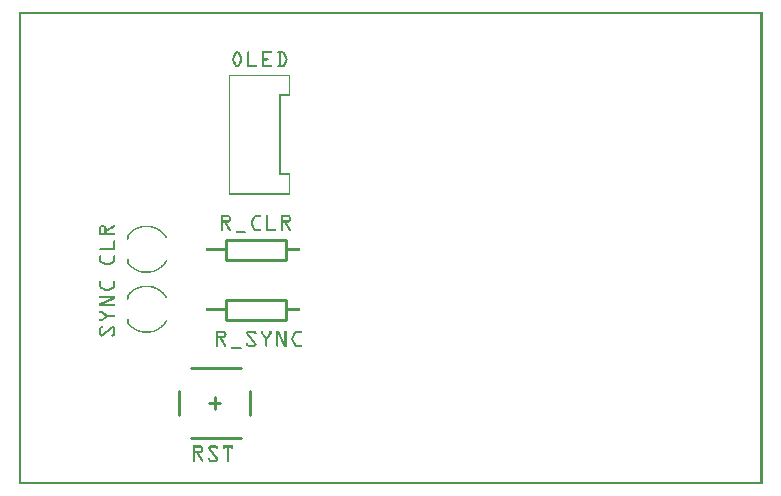
<source format=gto>
G04 MADE WITH FRITZING*
G04 WWW.FRITZING.ORG*
G04 DOUBLE SIDED*
G04 HOLES PLATED*
G04 CONTOUR ON CENTER OF CONTOUR VECTOR*
%ASAXBY*%
%FSLAX23Y23*%
%MOIN*%
%OFA0B0*%
%SFA1.0B1.0*%
%ADD10C,0.010000*%
%ADD11R,0.001000X0.001000*%
%LNSILK1*%
G90*
G70*
G54D10*
X690Y816D02*
X890Y816D01*
D02*
X890Y816D02*
X890Y750D01*
D02*
X890Y750D02*
X690Y750D01*
D02*
X690Y750D02*
X690Y816D01*
D02*
X690Y616D02*
X890Y616D01*
D02*
X890Y616D02*
X890Y550D01*
D02*
X890Y550D02*
X690Y550D01*
D02*
X690Y550D02*
X690Y616D01*
D02*
X771Y311D02*
X771Y232D01*
D02*
X574Y390D02*
X741Y390D01*
D02*
X574Y154D02*
X741Y154D01*
D02*
X535Y311D02*
X535Y232D01*
D02*
X653Y292D02*
X653Y252D01*
D02*
X672Y272D02*
X633Y272D01*
G54D11*
X0Y1575D02*
X2479Y1575D01*
X0Y1574D02*
X2479Y1574D01*
X0Y1573D02*
X2479Y1573D01*
X0Y1572D02*
X2479Y1572D01*
X0Y1571D02*
X2479Y1571D01*
X0Y1570D02*
X2479Y1570D01*
X0Y1569D02*
X2479Y1569D01*
X0Y1568D02*
X2479Y1568D01*
X0Y1567D02*
X7Y1567D01*
X2472Y1567D02*
X2479Y1567D01*
X0Y1566D02*
X7Y1566D01*
X2472Y1566D02*
X2479Y1566D01*
X0Y1565D02*
X7Y1565D01*
X2472Y1565D02*
X2479Y1565D01*
X0Y1564D02*
X7Y1564D01*
X2472Y1564D02*
X2479Y1564D01*
X0Y1563D02*
X7Y1563D01*
X2472Y1563D02*
X2479Y1563D01*
X0Y1562D02*
X7Y1562D01*
X2472Y1562D02*
X2479Y1562D01*
X0Y1561D02*
X7Y1561D01*
X2472Y1561D02*
X2479Y1561D01*
X0Y1560D02*
X7Y1560D01*
X2472Y1560D02*
X2479Y1560D01*
X0Y1559D02*
X7Y1559D01*
X2472Y1559D02*
X2479Y1559D01*
X0Y1558D02*
X7Y1558D01*
X2472Y1558D02*
X2479Y1558D01*
X0Y1557D02*
X7Y1557D01*
X2472Y1557D02*
X2479Y1557D01*
X0Y1556D02*
X7Y1556D01*
X2472Y1556D02*
X2479Y1556D01*
X0Y1555D02*
X7Y1555D01*
X2472Y1555D02*
X2479Y1555D01*
X0Y1554D02*
X7Y1554D01*
X2472Y1554D02*
X2479Y1554D01*
X0Y1553D02*
X7Y1553D01*
X2472Y1553D02*
X2479Y1553D01*
X0Y1552D02*
X7Y1552D01*
X2472Y1552D02*
X2479Y1552D01*
X0Y1551D02*
X7Y1551D01*
X2472Y1551D02*
X2479Y1551D01*
X0Y1550D02*
X7Y1550D01*
X2472Y1550D02*
X2479Y1550D01*
X0Y1549D02*
X7Y1549D01*
X2472Y1549D02*
X2479Y1549D01*
X0Y1548D02*
X7Y1548D01*
X2472Y1548D02*
X2479Y1548D01*
X0Y1547D02*
X7Y1547D01*
X2472Y1547D02*
X2479Y1547D01*
X0Y1546D02*
X7Y1546D01*
X2472Y1546D02*
X2479Y1546D01*
X0Y1545D02*
X7Y1545D01*
X2472Y1545D02*
X2479Y1545D01*
X0Y1544D02*
X7Y1544D01*
X2472Y1544D02*
X2479Y1544D01*
X0Y1543D02*
X7Y1543D01*
X2472Y1543D02*
X2479Y1543D01*
X0Y1542D02*
X7Y1542D01*
X2472Y1542D02*
X2479Y1542D01*
X0Y1541D02*
X7Y1541D01*
X2472Y1541D02*
X2479Y1541D01*
X0Y1540D02*
X7Y1540D01*
X2472Y1540D02*
X2479Y1540D01*
X0Y1539D02*
X7Y1539D01*
X2472Y1539D02*
X2479Y1539D01*
X0Y1538D02*
X7Y1538D01*
X2472Y1538D02*
X2479Y1538D01*
X0Y1537D02*
X7Y1537D01*
X2472Y1537D02*
X2479Y1537D01*
X0Y1536D02*
X7Y1536D01*
X2472Y1536D02*
X2479Y1536D01*
X0Y1535D02*
X7Y1535D01*
X2472Y1535D02*
X2479Y1535D01*
X0Y1534D02*
X7Y1534D01*
X2472Y1534D02*
X2479Y1534D01*
X0Y1533D02*
X7Y1533D01*
X2472Y1533D02*
X2479Y1533D01*
X0Y1532D02*
X7Y1532D01*
X2472Y1532D02*
X2479Y1532D01*
X0Y1531D02*
X7Y1531D01*
X2472Y1531D02*
X2479Y1531D01*
X0Y1530D02*
X7Y1530D01*
X2472Y1530D02*
X2479Y1530D01*
X0Y1529D02*
X7Y1529D01*
X2472Y1529D02*
X2479Y1529D01*
X0Y1528D02*
X7Y1528D01*
X2472Y1528D02*
X2479Y1528D01*
X0Y1527D02*
X7Y1527D01*
X2472Y1527D02*
X2479Y1527D01*
X0Y1526D02*
X7Y1526D01*
X2472Y1526D02*
X2479Y1526D01*
X0Y1525D02*
X7Y1525D01*
X2472Y1525D02*
X2479Y1525D01*
X0Y1524D02*
X7Y1524D01*
X2472Y1524D02*
X2479Y1524D01*
X0Y1523D02*
X7Y1523D01*
X2472Y1523D02*
X2479Y1523D01*
X0Y1522D02*
X7Y1522D01*
X2472Y1522D02*
X2479Y1522D01*
X0Y1521D02*
X7Y1521D01*
X2472Y1521D02*
X2479Y1521D01*
X0Y1520D02*
X7Y1520D01*
X2472Y1520D02*
X2479Y1520D01*
X0Y1519D02*
X7Y1519D01*
X2472Y1519D02*
X2479Y1519D01*
X0Y1518D02*
X7Y1518D01*
X2472Y1518D02*
X2479Y1518D01*
X0Y1517D02*
X7Y1517D01*
X2472Y1517D02*
X2479Y1517D01*
X0Y1516D02*
X7Y1516D01*
X2472Y1516D02*
X2479Y1516D01*
X0Y1515D02*
X7Y1515D01*
X2472Y1515D02*
X2479Y1515D01*
X0Y1514D02*
X7Y1514D01*
X2472Y1514D02*
X2479Y1514D01*
X0Y1513D02*
X7Y1513D01*
X2472Y1513D02*
X2479Y1513D01*
X0Y1512D02*
X7Y1512D01*
X2472Y1512D02*
X2479Y1512D01*
X0Y1511D02*
X7Y1511D01*
X2472Y1511D02*
X2479Y1511D01*
X0Y1510D02*
X7Y1510D01*
X2472Y1510D02*
X2479Y1510D01*
X0Y1509D02*
X7Y1509D01*
X2472Y1509D02*
X2479Y1509D01*
X0Y1508D02*
X7Y1508D01*
X2472Y1508D02*
X2479Y1508D01*
X0Y1507D02*
X7Y1507D01*
X2472Y1507D02*
X2479Y1507D01*
X0Y1506D02*
X7Y1506D01*
X2472Y1506D02*
X2479Y1506D01*
X0Y1505D02*
X7Y1505D01*
X2472Y1505D02*
X2479Y1505D01*
X0Y1504D02*
X7Y1504D01*
X2472Y1504D02*
X2479Y1504D01*
X0Y1503D02*
X7Y1503D01*
X2472Y1503D02*
X2479Y1503D01*
X0Y1502D02*
X7Y1502D01*
X2472Y1502D02*
X2479Y1502D01*
X0Y1501D02*
X7Y1501D01*
X2472Y1501D02*
X2479Y1501D01*
X0Y1500D02*
X7Y1500D01*
X2472Y1500D02*
X2479Y1500D01*
X0Y1499D02*
X7Y1499D01*
X2472Y1499D02*
X2479Y1499D01*
X0Y1498D02*
X7Y1498D01*
X2472Y1498D02*
X2479Y1498D01*
X0Y1497D02*
X7Y1497D01*
X2472Y1497D02*
X2479Y1497D01*
X0Y1496D02*
X7Y1496D01*
X2472Y1496D02*
X2479Y1496D01*
X0Y1495D02*
X7Y1495D01*
X2472Y1495D02*
X2479Y1495D01*
X0Y1494D02*
X7Y1494D01*
X2472Y1494D02*
X2479Y1494D01*
X0Y1493D02*
X7Y1493D01*
X2472Y1493D02*
X2479Y1493D01*
X0Y1492D02*
X7Y1492D01*
X2472Y1492D02*
X2479Y1492D01*
X0Y1491D02*
X7Y1491D01*
X2472Y1491D02*
X2479Y1491D01*
X0Y1490D02*
X7Y1490D01*
X2472Y1490D02*
X2479Y1490D01*
X0Y1489D02*
X7Y1489D01*
X2472Y1489D02*
X2479Y1489D01*
X0Y1488D02*
X7Y1488D01*
X2472Y1488D02*
X2479Y1488D01*
X0Y1487D02*
X7Y1487D01*
X2472Y1487D02*
X2479Y1487D01*
X0Y1486D02*
X7Y1486D01*
X2472Y1486D02*
X2479Y1486D01*
X0Y1485D02*
X7Y1485D01*
X2472Y1485D02*
X2479Y1485D01*
X0Y1484D02*
X7Y1484D01*
X2472Y1484D02*
X2479Y1484D01*
X0Y1483D02*
X7Y1483D01*
X2472Y1483D02*
X2479Y1483D01*
X0Y1482D02*
X7Y1482D01*
X2472Y1482D02*
X2479Y1482D01*
X0Y1481D02*
X7Y1481D01*
X2472Y1481D02*
X2479Y1481D01*
X0Y1480D02*
X7Y1480D01*
X2472Y1480D02*
X2479Y1480D01*
X0Y1479D02*
X7Y1479D01*
X2472Y1479D02*
X2479Y1479D01*
X0Y1478D02*
X7Y1478D01*
X2472Y1478D02*
X2479Y1478D01*
X0Y1477D02*
X7Y1477D01*
X2472Y1477D02*
X2479Y1477D01*
X0Y1476D02*
X7Y1476D01*
X2472Y1476D02*
X2479Y1476D01*
X0Y1475D02*
X7Y1475D01*
X2472Y1475D02*
X2479Y1475D01*
X0Y1474D02*
X7Y1474D01*
X2472Y1474D02*
X2479Y1474D01*
X0Y1473D02*
X7Y1473D01*
X2472Y1473D02*
X2479Y1473D01*
X0Y1472D02*
X7Y1472D01*
X2472Y1472D02*
X2479Y1472D01*
X0Y1471D02*
X7Y1471D01*
X2472Y1471D02*
X2479Y1471D01*
X0Y1470D02*
X7Y1470D01*
X2472Y1470D02*
X2479Y1470D01*
X0Y1469D02*
X7Y1469D01*
X2472Y1469D02*
X2479Y1469D01*
X0Y1468D02*
X7Y1468D01*
X2472Y1468D02*
X2479Y1468D01*
X0Y1467D02*
X7Y1467D01*
X2472Y1467D02*
X2479Y1467D01*
X0Y1466D02*
X7Y1466D01*
X2472Y1466D02*
X2479Y1466D01*
X0Y1465D02*
X7Y1465D01*
X2472Y1465D02*
X2479Y1465D01*
X0Y1464D02*
X7Y1464D01*
X2472Y1464D02*
X2479Y1464D01*
X0Y1463D02*
X7Y1463D01*
X2472Y1463D02*
X2479Y1463D01*
X0Y1462D02*
X7Y1462D01*
X2472Y1462D02*
X2479Y1462D01*
X0Y1461D02*
X7Y1461D01*
X2472Y1461D02*
X2479Y1461D01*
X0Y1460D02*
X7Y1460D01*
X2472Y1460D02*
X2479Y1460D01*
X0Y1459D02*
X7Y1459D01*
X2472Y1459D02*
X2479Y1459D01*
X0Y1458D02*
X7Y1458D01*
X2472Y1458D02*
X2479Y1458D01*
X0Y1457D02*
X7Y1457D01*
X2472Y1457D02*
X2479Y1457D01*
X0Y1456D02*
X7Y1456D01*
X2472Y1456D02*
X2479Y1456D01*
X0Y1455D02*
X7Y1455D01*
X2472Y1455D02*
X2479Y1455D01*
X0Y1454D02*
X7Y1454D01*
X2472Y1454D02*
X2479Y1454D01*
X0Y1453D02*
X7Y1453D01*
X2472Y1453D02*
X2479Y1453D01*
X0Y1452D02*
X7Y1452D01*
X2472Y1452D02*
X2479Y1452D01*
X0Y1451D02*
X7Y1451D01*
X2472Y1451D02*
X2479Y1451D01*
X0Y1450D02*
X7Y1450D01*
X2472Y1450D02*
X2479Y1450D01*
X0Y1449D02*
X7Y1449D01*
X2472Y1449D02*
X2479Y1449D01*
X0Y1448D02*
X7Y1448D01*
X2472Y1448D02*
X2479Y1448D01*
X0Y1447D02*
X7Y1447D01*
X2472Y1447D02*
X2479Y1447D01*
X0Y1446D02*
X7Y1446D01*
X2472Y1446D02*
X2479Y1446D01*
X0Y1445D02*
X7Y1445D01*
X2472Y1445D02*
X2479Y1445D01*
X0Y1444D02*
X7Y1444D01*
X726Y1444D02*
X731Y1444D01*
X763Y1444D02*
X766Y1444D01*
X812Y1444D02*
X844Y1444D01*
X864Y1444D02*
X881Y1444D01*
X2472Y1444D02*
X2479Y1444D01*
X0Y1443D02*
X7Y1443D01*
X724Y1443D02*
X733Y1443D01*
X762Y1443D02*
X767Y1443D01*
X812Y1443D02*
X845Y1443D01*
X863Y1443D02*
X883Y1443D01*
X2472Y1443D02*
X2479Y1443D01*
X0Y1442D02*
X7Y1442D01*
X723Y1442D02*
X734Y1442D01*
X762Y1442D02*
X768Y1442D01*
X812Y1442D02*
X845Y1442D01*
X862Y1442D02*
X884Y1442D01*
X2472Y1442D02*
X2479Y1442D01*
X0Y1441D02*
X7Y1441D01*
X722Y1441D02*
X735Y1441D01*
X762Y1441D02*
X768Y1441D01*
X812Y1441D02*
X845Y1441D01*
X862Y1441D02*
X885Y1441D01*
X2472Y1441D02*
X2479Y1441D01*
X0Y1440D02*
X7Y1440D01*
X721Y1440D02*
X736Y1440D01*
X762Y1440D02*
X768Y1440D01*
X812Y1440D02*
X845Y1440D01*
X862Y1440D02*
X886Y1440D01*
X2472Y1440D02*
X2479Y1440D01*
X0Y1439D02*
X7Y1439D01*
X720Y1439D02*
X736Y1439D01*
X762Y1439D02*
X768Y1439D01*
X812Y1439D02*
X845Y1439D01*
X863Y1439D02*
X887Y1439D01*
X2472Y1439D02*
X2479Y1439D01*
X0Y1438D02*
X7Y1438D01*
X720Y1438D02*
X737Y1438D01*
X762Y1438D02*
X768Y1438D01*
X812Y1438D02*
X844Y1438D01*
X864Y1438D02*
X887Y1438D01*
X2472Y1438D02*
X2479Y1438D01*
X0Y1437D02*
X7Y1437D01*
X719Y1437D02*
X727Y1437D01*
X730Y1437D02*
X737Y1437D01*
X762Y1437D02*
X768Y1437D01*
X812Y1437D02*
X818Y1437D01*
X869Y1437D02*
X875Y1437D01*
X880Y1437D02*
X888Y1437D01*
X2472Y1437D02*
X2479Y1437D01*
X0Y1436D02*
X7Y1436D01*
X719Y1436D02*
X726Y1436D01*
X731Y1436D02*
X738Y1436D01*
X762Y1436D02*
X768Y1436D01*
X812Y1436D02*
X818Y1436D01*
X869Y1436D02*
X875Y1436D01*
X881Y1436D02*
X888Y1436D01*
X2472Y1436D02*
X2479Y1436D01*
X0Y1435D02*
X7Y1435D01*
X718Y1435D02*
X725Y1435D01*
X731Y1435D02*
X738Y1435D01*
X762Y1435D02*
X768Y1435D01*
X812Y1435D02*
X818Y1435D01*
X869Y1435D02*
X875Y1435D01*
X882Y1435D02*
X889Y1435D01*
X2472Y1435D02*
X2479Y1435D01*
X0Y1434D02*
X7Y1434D01*
X718Y1434D02*
X725Y1434D01*
X732Y1434D02*
X739Y1434D01*
X762Y1434D02*
X768Y1434D01*
X812Y1434D02*
X818Y1434D01*
X869Y1434D02*
X875Y1434D01*
X882Y1434D02*
X889Y1434D01*
X2472Y1434D02*
X2479Y1434D01*
X0Y1433D02*
X7Y1433D01*
X717Y1433D02*
X724Y1433D01*
X732Y1433D02*
X739Y1433D01*
X762Y1433D02*
X768Y1433D01*
X812Y1433D02*
X818Y1433D01*
X869Y1433D02*
X875Y1433D01*
X883Y1433D02*
X890Y1433D01*
X2472Y1433D02*
X2479Y1433D01*
X0Y1432D02*
X7Y1432D01*
X717Y1432D02*
X724Y1432D01*
X733Y1432D02*
X740Y1432D01*
X762Y1432D02*
X768Y1432D01*
X812Y1432D02*
X818Y1432D01*
X869Y1432D02*
X875Y1432D01*
X883Y1432D02*
X890Y1432D01*
X2472Y1432D02*
X2479Y1432D01*
X0Y1431D02*
X7Y1431D01*
X716Y1431D02*
X723Y1431D01*
X733Y1431D02*
X740Y1431D01*
X762Y1431D02*
X768Y1431D01*
X812Y1431D02*
X818Y1431D01*
X869Y1431D02*
X875Y1431D01*
X884Y1431D02*
X891Y1431D01*
X2472Y1431D02*
X2479Y1431D01*
X0Y1430D02*
X7Y1430D01*
X716Y1430D02*
X723Y1430D01*
X734Y1430D02*
X741Y1430D01*
X762Y1430D02*
X768Y1430D01*
X812Y1430D02*
X818Y1430D01*
X869Y1430D02*
X875Y1430D01*
X884Y1430D02*
X891Y1430D01*
X2472Y1430D02*
X2479Y1430D01*
X0Y1429D02*
X7Y1429D01*
X715Y1429D02*
X722Y1429D01*
X734Y1429D02*
X741Y1429D01*
X762Y1429D02*
X768Y1429D01*
X812Y1429D02*
X818Y1429D01*
X869Y1429D02*
X875Y1429D01*
X885Y1429D02*
X892Y1429D01*
X2472Y1429D02*
X2479Y1429D01*
X0Y1428D02*
X7Y1428D01*
X715Y1428D02*
X722Y1428D01*
X735Y1428D02*
X742Y1428D01*
X762Y1428D02*
X768Y1428D01*
X812Y1428D02*
X818Y1428D01*
X869Y1428D02*
X875Y1428D01*
X885Y1428D02*
X892Y1428D01*
X2472Y1428D02*
X2479Y1428D01*
X0Y1427D02*
X7Y1427D01*
X714Y1427D02*
X721Y1427D01*
X735Y1427D02*
X742Y1427D01*
X762Y1427D02*
X768Y1427D01*
X812Y1427D02*
X818Y1427D01*
X869Y1427D02*
X875Y1427D01*
X886Y1427D02*
X893Y1427D01*
X2472Y1427D02*
X2479Y1427D01*
X0Y1426D02*
X7Y1426D01*
X714Y1426D02*
X721Y1426D01*
X736Y1426D02*
X743Y1426D01*
X762Y1426D02*
X768Y1426D01*
X812Y1426D02*
X818Y1426D01*
X869Y1426D02*
X875Y1426D01*
X886Y1426D02*
X893Y1426D01*
X2472Y1426D02*
X2479Y1426D01*
X0Y1425D02*
X7Y1425D01*
X713Y1425D02*
X720Y1425D01*
X736Y1425D02*
X743Y1425D01*
X762Y1425D02*
X768Y1425D01*
X812Y1425D02*
X818Y1425D01*
X869Y1425D02*
X875Y1425D01*
X887Y1425D02*
X894Y1425D01*
X2472Y1425D02*
X2479Y1425D01*
X0Y1424D02*
X7Y1424D01*
X713Y1424D02*
X720Y1424D01*
X737Y1424D02*
X744Y1424D01*
X762Y1424D02*
X768Y1424D01*
X812Y1424D02*
X818Y1424D01*
X869Y1424D02*
X875Y1424D01*
X887Y1424D02*
X894Y1424D01*
X2472Y1424D02*
X2479Y1424D01*
X0Y1423D02*
X7Y1423D01*
X713Y1423D02*
X719Y1423D01*
X737Y1423D02*
X744Y1423D01*
X762Y1423D02*
X768Y1423D01*
X812Y1423D02*
X818Y1423D01*
X869Y1423D02*
X875Y1423D01*
X888Y1423D02*
X895Y1423D01*
X2472Y1423D02*
X2479Y1423D01*
X0Y1422D02*
X7Y1422D01*
X712Y1422D02*
X719Y1422D01*
X738Y1422D02*
X744Y1422D01*
X762Y1422D02*
X768Y1422D01*
X812Y1422D02*
X818Y1422D01*
X869Y1422D02*
X875Y1422D01*
X888Y1422D02*
X895Y1422D01*
X2472Y1422D02*
X2479Y1422D01*
X0Y1421D02*
X7Y1421D01*
X712Y1421D02*
X718Y1421D01*
X738Y1421D02*
X745Y1421D01*
X762Y1421D02*
X768Y1421D01*
X812Y1421D02*
X828Y1421D01*
X869Y1421D02*
X875Y1421D01*
X889Y1421D02*
X895Y1421D01*
X2472Y1421D02*
X2479Y1421D01*
X0Y1420D02*
X7Y1420D01*
X712Y1420D02*
X718Y1420D01*
X739Y1420D02*
X745Y1420D01*
X762Y1420D02*
X768Y1420D01*
X812Y1420D02*
X831Y1420D01*
X869Y1420D02*
X875Y1420D01*
X889Y1420D02*
X895Y1420D01*
X2472Y1420D02*
X2479Y1420D01*
X0Y1419D02*
X7Y1419D01*
X712Y1419D02*
X718Y1419D01*
X739Y1419D02*
X745Y1419D01*
X762Y1419D02*
X768Y1419D01*
X812Y1419D02*
X831Y1419D01*
X869Y1419D02*
X875Y1419D01*
X890Y1419D02*
X896Y1419D01*
X2472Y1419D02*
X2479Y1419D01*
X0Y1418D02*
X7Y1418D01*
X712Y1418D02*
X718Y1418D01*
X739Y1418D02*
X745Y1418D01*
X762Y1418D02*
X768Y1418D01*
X812Y1418D02*
X832Y1418D01*
X869Y1418D02*
X875Y1418D01*
X890Y1418D02*
X896Y1418D01*
X2472Y1418D02*
X2479Y1418D01*
X0Y1417D02*
X7Y1417D01*
X712Y1417D02*
X718Y1417D01*
X739Y1417D02*
X745Y1417D01*
X762Y1417D02*
X768Y1417D01*
X812Y1417D02*
X832Y1417D01*
X869Y1417D02*
X875Y1417D01*
X890Y1417D02*
X896Y1417D01*
X2472Y1417D02*
X2479Y1417D01*
X0Y1416D02*
X7Y1416D01*
X712Y1416D02*
X718Y1416D01*
X739Y1416D02*
X745Y1416D01*
X762Y1416D02*
X768Y1416D01*
X812Y1416D02*
X831Y1416D01*
X869Y1416D02*
X875Y1416D01*
X889Y1416D02*
X896Y1416D01*
X2472Y1416D02*
X2479Y1416D01*
X0Y1415D02*
X7Y1415D01*
X712Y1415D02*
X718Y1415D01*
X739Y1415D02*
X745Y1415D01*
X762Y1415D02*
X768Y1415D01*
X812Y1415D02*
X831Y1415D01*
X869Y1415D02*
X875Y1415D01*
X889Y1415D02*
X895Y1415D01*
X2472Y1415D02*
X2479Y1415D01*
X0Y1414D02*
X7Y1414D01*
X712Y1414D02*
X718Y1414D01*
X738Y1414D02*
X745Y1414D01*
X762Y1414D02*
X768Y1414D01*
X812Y1414D02*
X828Y1414D01*
X869Y1414D02*
X875Y1414D01*
X889Y1414D02*
X895Y1414D01*
X2472Y1414D02*
X2479Y1414D01*
X0Y1413D02*
X7Y1413D01*
X712Y1413D02*
X719Y1413D01*
X738Y1413D02*
X744Y1413D01*
X762Y1413D02*
X768Y1413D01*
X812Y1413D02*
X818Y1413D01*
X869Y1413D02*
X875Y1413D01*
X889Y1413D02*
X895Y1413D01*
X2472Y1413D02*
X2479Y1413D01*
X0Y1412D02*
X7Y1412D01*
X713Y1412D02*
X719Y1412D01*
X737Y1412D02*
X744Y1412D01*
X762Y1412D02*
X768Y1412D01*
X812Y1412D02*
X818Y1412D01*
X869Y1412D02*
X875Y1412D01*
X888Y1412D02*
X895Y1412D01*
X2472Y1412D02*
X2479Y1412D01*
X0Y1411D02*
X7Y1411D01*
X713Y1411D02*
X720Y1411D01*
X737Y1411D02*
X744Y1411D01*
X762Y1411D02*
X768Y1411D01*
X812Y1411D02*
X818Y1411D01*
X869Y1411D02*
X875Y1411D01*
X887Y1411D02*
X894Y1411D01*
X2472Y1411D02*
X2479Y1411D01*
X0Y1410D02*
X7Y1410D01*
X713Y1410D02*
X720Y1410D01*
X736Y1410D02*
X743Y1410D01*
X762Y1410D02*
X768Y1410D01*
X812Y1410D02*
X818Y1410D01*
X869Y1410D02*
X875Y1410D01*
X887Y1410D02*
X894Y1410D01*
X2472Y1410D02*
X2479Y1410D01*
X0Y1409D02*
X7Y1409D01*
X714Y1409D02*
X721Y1409D01*
X736Y1409D02*
X743Y1409D01*
X762Y1409D02*
X768Y1409D01*
X812Y1409D02*
X818Y1409D01*
X869Y1409D02*
X875Y1409D01*
X886Y1409D02*
X893Y1409D01*
X2472Y1409D02*
X2479Y1409D01*
X0Y1408D02*
X7Y1408D01*
X714Y1408D02*
X721Y1408D01*
X735Y1408D02*
X742Y1408D01*
X762Y1408D02*
X768Y1408D01*
X812Y1408D02*
X818Y1408D01*
X869Y1408D02*
X875Y1408D01*
X886Y1408D02*
X893Y1408D01*
X2472Y1408D02*
X2479Y1408D01*
X0Y1407D02*
X7Y1407D01*
X715Y1407D02*
X722Y1407D01*
X735Y1407D02*
X742Y1407D01*
X762Y1407D02*
X768Y1407D01*
X812Y1407D02*
X818Y1407D01*
X869Y1407D02*
X875Y1407D01*
X885Y1407D02*
X892Y1407D01*
X2472Y1407D02*
X2479Y1407D01*
X0Y1406D02*
X7Y1406D01*
X715Y1406D02*
X722Y1406D01*
X734Y1406D02*
X741Y1406D01*
X762Y1406D02*
X768Y1406D01*
X812Y1406D02*
X818Y1406D01*
X869Y1406D02*
X875Y1406D01*
X885Y1406D02*
X892Y1406D01*
X2472Y1406D02*
X2479Y1406D01*
X0Y1405D02*
X7Y1405D01*
X716Y1405D02*
X723Y1405D01*
X734Y1405D02*
X741Y1405D01*
X762Y1405D02*
X768Y1405D01*
X812Y1405D02*
X818Y1405D01*
X869Y1405D02*
X875Y1405D01*
X884Y1405D02*
X891Y1405D01*
X2472Y1405D02*
X2479Y1405D01*
X0Y1404D02*
X7Y1404D01*
X716Y1404D02*
X723Y1404D01*
X733Y1404D02*
X740Y1404D01*
X762Y1404D02*
X768Y1404D01*
X812Y1404D02*
X818Y1404D01*
X869Y1404D02*
X875Y1404D01*
X884Y1404D02*
X891Y1404D01*
X2472Y1404D02*
X2479Y1404D01*
X0Y1403D02*
X7Y1403D01*
X717Y1403D02*
X724Y1403D01*
X733Y1403D02*
X740Y1403D01*
X762Y1403D02*
X768Y1403D01*
X812Y1403D02*
X818Y1403D01*
X869Y1403D02*
X875Y1403D01*
X883Y1403D02*
X890Y1403D01*
X2472Y1403D02*
X2479Y1403D01*
X0Y1402D02*
X7Y1402D01*
X717Y1402D02*
X724Y1402D01*
X732Y1402D02*
X739Y1402D01*
X762Y1402D02*
X768Y1402D01*
X812Y1402D02*
X818Y1402D01*
X869Y1402D02*
X875Y1402D01*
X883Y1402D02*
X890Y1402D01*
X2472Y1402D02*
X2479Y1402D01*
X0Y1401D02*
X7Y1401D01*
X718Y1401D02*
X725Y1401D01*
X732Y1401D02*
X739Y1401D01*
X762Y1401D02*
X768Y1401D01*
X812Y1401D02*
X818Y1401D01*
X869Y1401D02*
X875Y1401D01*
X882Y1401D02*
X889Y1401D01*
X2472Y1401D02*
X2479Y1401D01*
X0Y1400D02*
X7Y1400D01*
X718Y1400D02*
X725Y1400D01*
X731Y1400D02*
X738Y1400D01*
X762Y1400D02*
X768Y1400D01*
X812Y1400D02*
X818Y1400D01*
X869Y1400D02*
X875Y1400D01*
X882Y1400D02*
X889Y1400D01*
X2472Y1400D02*
X2479Y1400D01*
X0Y1399D02*
X7Y1399D01*
X719Y1399D02*
X726Y1399D01*
X731Y1399D02*
X738Y1399D01*
X762Y1399D02*
X768Y1399D01*
X812Y1399D02*
X818Y1399D01*
X869Y1399D02*
X875Y1399D01*
X881Y1399D02*
X888Y1399D01*
X2472Y1399D02*
X2479Y1399D01*
X0Y1398D02*
X7Y1398D01*
X719Y1398D02*
X726Y1398D01*
X730Y1398D02*
X737Y1398D01*
X762Y1398D02*
X768Y1398D01*
X812Y1398D02*
X818Y1398D01*
X869Y1398D02*
X875Y1398D01*
X880Y1398D02*
X888Y1398D01*
X2472Y1398D02*
X2479Y1398D01*
X0Y1397D02*
X7Y1397D01*
X720Y1397D02*
X737Y1397D01*
X762Y1397D02*
X793Y1397D01*
X812Y1397D02*
X843Y1397D01*
X864Y1397D02*
X887Y1397D01*
X2472Y1397D02*
X2479Y1397D01*
X0Y1396D02*
X7Y1396D01*
X720Y1396D02*
X736Y1396D01*
X762Y1396D02*
X795Y1396D01*
X812Y1396D02*
X845Y1396D01*
X863Y1396D02*
X887Y1396D01*
X2472Y1396D02*
X2479Y1396D01*
X0Y1395D02*
X7Y1395D01*
X721Y1395D02*
X736Y1395D01*
X762Y1395D02*
X795Y1395D01*
X812Y1395D02*
X845Y1395D01*
X862Y1395D02*
X886Y1395D01*
X2472Y1395D02*
X2479Y1395D01*
X0Y1394D02*
X7Y1394D01*
X722Y1394D02*
X735Y1394D01*
X762Y1394D02*
X795Y1394D01*
X812Y1394D02*
X845Y1394D01*
X862Y1394D02*
X886Y1394D01*
X2472Y1394D02*
X2479Y1394D01*
X0Y1393D02*
X7Y1393D01*
X722Y1393D02*
X734Y1393D01*
X762Y1393D02*
X795Y1393D01*
X812Y1393D02*
X845Y1393D01*
X862Y1393D02*
X884Y1393D01*
X2472Y1393D02*
X2479Y1393D01*
X0Y1392D02*
X7Y1392D01*
X724Y1392D02*
X733Y1392D01*
X762Y1392D02*
X795Y1392D01*
X812Y1392D02*
X845Y1392D01*
X863Y1392D02*
X883Y1392D01*
X2472Y1392D02*
X2479Y1392D01*
X0Y1391D02*
X7Y1391D01*
X726Y1391D02*
X731Y1391D01*
X762Y1391D02*
X794Y1391D01*
X812Y1391D02*
X844Y1391D01*
X864Y1391D02*
X881Y1391D01*
X2472Y1391D02*
X2479Y1391D01*
X0Y1390D02*
X7Y1390D01*
X2472Y1390D02*
X2479Y1390D01*
X0Y1389D02*
X7Y1389D01*
X2472Y1389D02*
X2479Y1389D01*
X0Y1388D02*
X7Y1388D01*
X2472Y1388D02*
X2479Y1388D01*
X0Y1387D02*
X7Y1387D01*
X2472Y1387D02*
X2479Y1387D01*
X0Y1386D02*
X7Y1386D01*
X2472Y1386D02*
X2479Y1386D01*
X0Y1385D02*
X7Y1385D01*
X2472Y1385D02*
X2479Y1385D01*
X0Y1384D02*
X7Y1384D01*
X2472Y1384D02*
X2479Y1384D01*
X0Y1383D02*
X7Y1383D01*
X2472Y1383D02*
X2479Y1383D01*
X0Y1382D02*
X7Y1382D01*
X2472Y1382D02*
X2479Y1382D01*
X0Y1381D02*
X7Y1381D01*
X2472Y1381D02*
X2479Y1381D01*
X0Y1380D02*
X7Y1380D01*
X2472Y1380D02*
X2479Y1380D01*
X0Y1379D02*
X7Y1379D01*
X2472Y1379D02*
X2479Y1379D01*
X0Y1378D02*
X7Y1378D01*
X2472Y1378D02*
X2479Y1378D01*
X0Y1377D02*
X7Y1377D01*
X2472Y1377D02*
X2479Y1377D01*
X0Y1376D02*
X7Y1376D01*
X2472Y1376D02*
X2479Y1376D01*
X0Y1375D02*
X7Y1375D01*
X2472Y1375D02*
X2479Y1375D01*
X0Y1374D02*
X7Y1374D01*
X2472Y1374D02*
X2479Y1374D01*
X0Y1373D02*
X7Y1373D01*
X2472Y1373D02*
X2479Y1373D01*
X0Y1372D02*
X7Y1372D01*
X2472Y1372D02*
X2479Y1372D01*
X0Y1371D02*
X7Y1371D01*
X2472Y1371D02*
X2479Y1371D01*
X0Y1370D02*
X7Y1370D01*
X2472Y1370D02*
X2479Y1370D01*
X0Y1369D02*
X7Y1369D01*
X2472Y1369D02*
X2479Y1369D01*
X0Y1368D02*
X7Y1368D01*
X2472Y1368D02*
X2479Y1368D01*
X0Y1367D02*
X7Y1367D01*
X2472Y1367D02*
X2479Y1367D01*
X0Y1366D02*
X7Y1366D01*
X700Y1366D02*
X902Y1366D01*
X2472Y1366D02*
X2479Y1366D01*
X0Y1365D02*
X7Y1365D01*
X700Y1365D02*
X902Y1365D01*
X2472Y1365D02*
X2479Y1365D01*
X0Y1364D02*
X7Y1364D01*
X700Y1364D02*
X905Y1364D01*
X2472Y1364D02*
X2479Y1364D01*
X0Y1363D02*
X7Y1363D01*
X700Y1363D02*
X905Y1363D01*
X2472Y1363D02*
X2479Y1363D01*
X0Y1362D02*
X7Y1362D01*
X700Y1362D02*
X905Y1362D01*
X2472Y1362D02*
X2479Y1362D01*
X0Y1361D02*
X7Y1361D01*
X700Y1361D02*
X704Y1361D01*
X901Y1361D02*
X905Y1361D01*
X2472Y1361D02*
X2479Y1361D01*
X0Y1360D02*
X7Y1360D01*
X700Y1360D02*
X704Y1360D01*
X901Y1360D02*
X905Y1360D01*
X2472Y1360D02*
X2479Y1360D01*
X0Y1359D02*
X7Y1359D01*
X700Y1359D02*
X704Y1359D01*
X901Y1359D02*
X905Y1359D01*
X2472Y1359D02*
X2479Y1359D01*
X0Y1358D02*
X7Y1358D01*
X700Y1358D02*
X704Y1358D01*
X901Y1358D02*
X905Y1358D01*
X2472Y1358D02*
X2479Y1358D01*
X0Y1357D02*
X7Y1357D01*
X700Y1357D02*
X704Y1357D01*
X901Y1357D02*
X905Y1357D01*
X2472Y1357D02*
X2479Y1357D01*
X0Y1356D02*
X7Y1356D01*
X700Y1356D02*
X704Y1356D01*
X901Y1356D02*
X905Y1356D01*
X2472Y1356D02*
X2479Y1356D01*
X0Y1355D02*
X7Y1355D01*
X700Y1355D02*
X704Y1355D01*
X901Y1355D02*
X905Y1355D01*
X2472Y1355D02*
X2479Y1355D01*
X0Y1354D02*
X7Y1354D01*
X700Y1354D02*
X704Y1354D01*
X901Y1354D02*
X905Y1354D01*
X2472Y1354D02*
X2479Y1354D01*
X0Y1353D02*
X7Y1353D01*
X700Y1353D02*
X704Y1353D01*
X901Y1353D02*
X905Y1353D01*
X2472Y1353D02*
X2479Y1353D01*
X0Y1352D02*
X7Y1352D01*
X700Y1352D02*
X704Y1352D01*
X901Y1352D02*
X905Y1352D01*
X2472Y1352D02*
X2479Y1352D01*
X0Y1351D02*
X7Y1351D01*
X700Y1351D02*
X704Y1351D01*
X901Y1351D02*
X905Y1351D01*
X2472Y1351D02*
X2479Y1351D01*
X0Y1350D02*
X7Y1350D01*
X700Y1350D02*
X704Y1350D01*
X901Y1350D02*
X905Y1350D01*
X2472Y1350D02*
X2479Y1350D01*
X0Y1349D02*
X7Y1349D01*
X700Y1349D02*
X704Y1349D01*
X901Y1349D02*
X905Y1349D01*
X2472Y1349D02*
X2479Y1349D01*
X0Y1348D02*
X7Y1348D01*
X700Y1348D02*
X704Y1348D01*
X901Y1348D02*
X905Y1348D01*
X2472Y1348D02*
X2479Y1348D01*
X0Y1347D02*
X7Y1347D01*
X700Y1347D02*
X704Y1347D01*
X901Y1347D02*
X905Y1347D01*
X2472Y1347D02*
X2479Y1347D01*
X0Y1346D02*
X7Y1346D01*
X700Y1346D02*
X704Y1346D01*
X901Y1346D02*
X905Y1346D01*
X2472Y1346D02*
X2479Y1346D01*
X0Y1345D02*
X7Y1345D01*
X700Y1345D02*
X704Y1345D01*
X901Y1345D02*
X905Y1345D01*
X2472Y1345D02*
X2479Y1345D01*
X0Y1344D02*
X7Y1344D01*
X700Y1344D02*
X704Y1344D01*
X901Y1344D02*
X905Y1344D01*
X2472Y1344D02*
X2479Y1344D01*
X0Y1343D02*
X7Y1343D01*
X700Y1343D02*
X704Y1343D01*
X901Y1343D02*
X905Y1343D01*
X2472Y1343D02*
X2479Y1343D01*
X0Y1342D02*
X7Y1342D01*
X700Y1342D02*
X704Y1342D01*
X901Y1342D02*
X905Y1342D01*
X2472Y1342D02*
X2479Y1342D01*
X0Y1341D02*
X7Y1341D01*
X700Y1341D02*
X704Y1341D01*
X901Y1341D02*
X905Y1341D01*
X2472Y1341D02*
X2479Y1341D01*
X0Y1340D02*
X7Y1340D01*
X700Y1340D02*
X704Y1340D01*
X901Y1340D02*
X905Y1340D01*
X2472Y1340D02*
X2479Y1340D01*
X0Y1339D02*
X7Y1339D01*
X700Y1339D02*
X704Y1339D01*
X901Y1339D02*
X905Y1339D01*
X2472Y1339D02*
X2479Y1339D01*
X0Y1338D02*
X7Y1338D01*
X700Y1338D02*
X704Y1338D01*
X901Y1338D02*
X905Y1338D01*
X2472Y1338D02*
X2479Y1338D01*
X0Y1337D02*
X7Y1337D01*
X700Y1337D02*
X704Y1337D01*
X901Y1337D02*
X905Y1337D01*
X2472Y1337D02*
X2479Y1337D01*
X0Y1336D02*
X7Y1336D01*
X700Y1336D02*
X704Y1336D01*
X901Y1336D02*
X905Y1336D01*
X2472Y1336D02*
X2479Y1336D01*
X0Y1335D02*
X7Y1335D01*
X700Y1335D02*
X704Y1335D01*
X901Y1335D02*
X905Y1335D01*
X2472Y1335D02*
X2479Y1335D01*
X0Y1334D02*
X7Y1334D01*
X700Y1334D02*
X704Y1334D01*
X901Y1334D02*
X905Y1334D01*
X2472Y1334D02*
X2479Y1334D01*
X0Y1333D02*
X7Y1333D01*
X700Y1333D02*
X704Y1333D01*
X901Y1333D02*
X905Y1333D01*
X2472Y1333D02*
X2479Y1333D01*
X0Y1332D02*
X7Y1332D01*
X700Y1332D02*
X704Y1332D01*
X901Y1332D02*
X905Y1332D01*
X2472Y1332D02*
X2479Y1332D01*
X0Y1331D02*
X7Y1331D01*
X700Y1331D02*
X704Y1331D01*
X901Y1331D02*
X905Y1331D01*
X2472Y1331D02*
X2479Y1331D01*
X0Y1330D02*
X7Y1330D01*
X700Y1330D02*
X704Y1330D01*
X901Y1330D02*
X905Y1330D01*
X2472Y1330D02*
X2479Y1330D01*
X0Y1329D02*
X7Y1329D01*
X700Y1329D02*
X704Y1329D01*
X901Y1329D02*
X905Y1329D01*
X2472Y1329D02*
X2479Y1329D01*
X0Y1328D02*
X7Y1328D01*
X700Y1328D02*
X704Y1328D01*
X901Y1328D02*
X905Y1328D01*
X2472Y1328D02*
X2479Y1328D01*
X0Y1327D02*
X7Y1327D01*
X700Y1327D02*
X704Y1327D01*
X901Y1327D02*
X905Y1327D01*
X2472Y1327D02*
X2479Y1327D01*
X0Y1326D02*
X7Y1326D01*
X700Y1326D02*
X704Y1326D01*
X901Y1326D02*
X905Y1326D01*
X2472Y1326D02*
X2479Y1326D01*
X0Y1325D02*
X7Y1325D01*
X700Y1325D02*
X704Y1325D01*
X901Y1325D02*
X905Y1325D01*
X2472Y1325D02*
X2479Y1325D01*
X0Y1324D02*
X7Y1324D01*
X700Y1324D02*
X704Y1324D01*
X901Y1324D02*
X905Y1324D01*
X2472Y1324D02*
X2479Y1324D01*
X0Y1323D02*
X7Y1323D01*
X700Y1323D02*
X704Y1323D01*
X901Y1323D02*
X905Y1323D01*
X2472Y1323D02*
X2479Y1323D01*
X0Y1322D02*
X7Y1322D01*
X700Y1322D02*
X704Y1322D01*
X901Y1322D02*
X905Y1322D01*
X2472Y1322D02*
X2479Y1322D01*
X0Y1321D02*
X7Y1321D01*
X700Y1321D02*
X704Y1321D01*
X901Y1321D02*
X905Y1321D01*
X2472Y1321D02*
X2479Y1321D01*
X0Y1320D02*
X7Y1320D01*
X700Y1320D02*
X704Y1320D01*
X901Y1320D02*
X905Y1320D01*
X2472Y1320D02*
X2479Y1320D01*
X0Y1319D02*
X7Y1319D01*
X700Y1319D02*
X704Y1319D01*
X901Y1319D02*
X905Y1319D01*
X2472Y1319D02*
X2479Y1319D01*
X0Y1318D02*
X7Y1318D01*
X700Y1318D02*
X704Y1318D01*
X901Y1318D02*
X905Y1318D01*
X2472Y1318D02*
X2479Y1318D01*
X0Y1317D02*
X7Y1317D01*
X700Y1317D02*
X704Y1317D01*
X901Y1317D02*
X905Y1317D01*
X2472Y1317D02*
X2479Y1317D01*
X0Y1316D02*
X7Y1316D01*
X700Y1316D02*
X704Y1316D01*
X901Y1316D02*
X905Y1316D01*
X2472Y1316D02*
X2479Y1316D01*
X0Y1315D02*
X7Y1315D01*
X700Y1315D02*
X704Y1315D01*
X901Y1315D02*
X905Y1315D01*
X2472Y1315D02*
X2479Y1315D01*
X0Y1314D02*
X7Y1314D01*
X700Y1314D02*
X704Y1314D01*
X901Y1314D02*
X905Y1314D01*
X2472Y1314D02*
X2479Y1314D01*
X0Y1313D02*
X7Y1313D01*
X700Y1313D02*
X704Y1313D01*
X901Y1313D02*
X905Y1313D01*
X2472Y1313D02*
X2479Y1313D01*
X0Y1312D02*
X7Y1312D01*
X700Y1312D02*
X704Y1312D01*
X901Y1312D02*
X905Y1312D01*
X2472Y1312D02*
X2479Y1312D01*
X0Y1311D02*
X7Y1311D01*
X700Y1311D02*
X704Y1311D01*
X901Y1311D02*
X905Y1311D01*
X2472Y1311D02*
X2479Y1311D01*
X0Y1310D02*
X7Y1310D01*
X700Y1310D02*
X704Y1310D01*
X901Y1310D02*
X905Y1310D01*
X2472Y1310D02*
X2479Y1310D01*
X0Y1309D02*
X7Y1309D01*
X700Y1309D02*
X704Y1309D01*
X901Y1309D02*
X905Y1309D01*
X2472Y1309D02*
X2479Y1309D01*
X0Y1308D02*
X7Y1308D01*
X700Y1308D02*
X704Y1308D01*
X901Y1308D02*
X905Y1308D01*
X2472Y1308D02*
X2479Y1308D01*
X0Y1307D02*
X7Y1307D01*
X700Y1307D02*
X704Y1307D01*
X901Y1307D02*
X905Y1307D01*
X2472Y1307D02*
X2479Y1307D01*
X0Y1306D02*
X7Y1306D01*
X700Y1306D02*
X704Y1306D01*
X901Y1306D02*
X905Y1306D01*
X2472Y1306D02*
X2479Y1306D01*
X0Y1305D02*
X7Y1305D01*
X700Y1305D02*
X704Y1305D01*
X901Y1305D02*
X905Y1305D01*
X2472Y1305D02*
X2479Y1305D01*
X0Y1304D02*
X7Y1304D01*
X700Y1304D02*
X704Y1304D01*
X901Y1304D02*
X905Y1304D01*
X2472Y1304D02*
X2479Y1304D01*
X0Y1303D02*
X7Y1303D01*
X700Y1303D02*
X704Y1303D01*
X901Y1303D02*
X905Y1303D01*
X2472Y1303D02*
X2479Y1303D01*
X0Y1302D02*
X7Y1302D01*
X700Y1302D02*
X704Y1302D01*
X901Y1302D02*
X905Y1302D01*
X2472Y1302D02*
X2479Y1302D01*
X0Y1301D02*
X7Y1301D01*
X700Y1301D02*
X704Y1301D01*
X901Y1301D02*
X905Y1301D01*
X2472Y1301D02*
X2479Y1301D01*
X0Y1300D02*
X7Y1300D01*
X700Y1300D02*
X704Y1300D01*
X869Y1300D02*
X905Y1300D01*
X2472Y1300D02*
X2479Y1300D01*
X0Y1299D02*
X7Y1299D01*
X700Y1299D02*
X704Y1299D01*
X869Y1299D02*
X905Y1299D01*
X2472Y1299D02*
X2479Y1299D01*
X0Y1298D02*
X7Y1298D01*
X700Y1298D02*
X704Y1298D01*
X869Y1298D02*
X905Y1298D01*
X2472Y1298D02*
X2479Y1298D01*
X0Y1297D02*
X7Y1297D01*
X700Y1297D02*
X704Y1297D01*
X869Y1297D02*
X905Y1297D01*
X2472Y1297D02*
X2479Y1297D01*
X0Y1296D02*
X7Y1296D01*
X700Y1296D02*
X704Y1296D01*
X869Y1296D02*
X905Y1296D01*
X2472Y1296D02*
X2479Y1296D01*
X0Y1295D02*
X7Y1295D01*
X700Y1295D02*
X704Y1295D01*
X869Y1295D02*
X874Y1295D01*
X2472Y1295D02*
X2479Y1295D01*
X0Y1294D02*
X7Y1294D01*
X700Y1294D02*
X704Y1294D01*
X869Y1294D02*
X873Y1294D01*
X2472Y1294D02*
X2479Y1294D01*
X0Y1293D02*
X7Y1293D01*
X700Y1293D02*
X704Y1293D01*
X869Y1293D02*
X873Y1293D01*
X2472Y1293D02*
X2479Y1293D01*
X0Y1292D02*
X7Y1292D01*
X700Y1292D02*
X704Y1292D01*
X869Y1292D02*
X873Y1292D01*
X2472Y1292D02*
X2479Y1292D01*
X0Y1291D02*
X7Y1291D01*
X700Y1291D02*
X704Y1291D01*
X869Y1291D02*
X873Y1291D01*
X2472Y1291D02*
X2479Y1291D01*
X0Y1290D02*
X7Y1290D01*
X700Y1290D02*
X704Y1290D01*
X869Y1290D02*
X873Y1290D01*
X2472Y1290D02*
X2479Y1290D01*
X0Y1289D02*
X7Y1289D01*
X700Y1289D02*
X704Y1289D01*
X869Y1289D02*
X873Y1289D01*
X2472Y1289D02*
X2479Y1289D01*
X0Y1288D02*
X7Y1288D01*
X700Y1288D02*
X704Y1288D01*
X869Y1288D02*
X873Y1288D01*
X2472Y1288D02*
X2479Y1288D01*
X0Y1287D02*
X7Y1287D01*
X700Y1287D02*
X704Y1287D01*
X869Y1287D02*
X873Y1287D01*
X2472Y1287D02*
X2479Y1287D01*
X0Y1286D02*
X7Y1286D01*
X700Y1286D02*
X704Y1286D01*
X869Y1286D02*
X873Y1286D01*
X2472Y1286D02*
X2479Y1286D01*
X0Y1285D02*
X7Y1285D01*
X700Y1285D02*
X704Y1285D01*
X869Y1285D02*
X873Y1285D01*
X2472Y1285D02*
X2479Y1285D01*
X0Y1284D02*
X7Y1284D01*
X700Y1284D02*
X704Y1284D01*
X869Y1284D02*
X873Y1284D01*
X2472Y1284D02*
X2479Y1284D01*
X0Y1283D02*
X7Y1283D01*
X700Y1283D02*
X704Y1283D01*
X869Y1283D02*
X873Y1283D01*
X2472Y1283D02*
X2479Y1283D01*
X0Y1282D02*
X7Y1282D01*
X700Y1282D02*
X704Y1282D01*
X869Y1282D02*
X873Y1282D01*
X2472Y1282D02*
X2479Y1282D01*
X0Y1281D02*
X7Y1281D01*
X700Y1281D02*
X704Y1281D01*
X869Y1281D02*
X873Y1281D01*
X2472Y1281D02*
X2479Y1281D01*
X0Y1280D02*
X7Y1280D01*
X700Y1280D02*
X704Y1280D01*
X869Y1280D02*
X873Y1280D01*
X2472Y1280D02*
X2479Y1280D01*
X0Y1279D02*
X7Y1279D01*
X700Y1279D02*
X704Y1279D01*
X869Y1279D02*
X873Y1279D01*
X2472Y1279D02*
X2479Y1279D01*
X0Y1278D02*
X7Y1278D01*
X700Y1278D02*
X704Y1278D01*
X869Y1278D02*
X873Y1278D01*
X2472Y1278D02*
X2479Y1278D01*
X0Y1277D02*
X7Y1277D01*
X700Y1277D02*
X704Y1277D01*
X869Y1277D02*
X873Y1277D01*
X2472Y1277D02*
X2479Y1277D01*
X0Y1276D02*
X7Y1276D01*
X700Y1276D02*
X704Y1276D01*
X869Y1276D02*
X873Y1276D01*
X2472Y1276D02*
X2479Y1276D01*
X0Y1275D02*
X7Y1275D01*
X700Y1275D02*
X704Y1275D01*
X869Y1275D02*
X873Y1275D01*
X2472Y1275D02*
X2479Y1275D01*
X0Y1274D02*
X7Y1274D01*
X700Y1274D02*
X704Y1274D01*
X869Y1274D02*
X873Y1274D01*
X2472Y1274D02*
X2479Y1274D01*
X0Y1273D02*
X7Y1273D01*
X700Y1273D02*
X704Y1273D01*
X869Y1273D02*
X873Y1273D01*
X2472Y1273D02*
X2479Y1273D01*
X0Y1272D02*
X7Y1272D01*
X700Y1272D02*
X704Y1272D01*
X869Y1272D02*
X873Y1272D01*
X2472Y1272D02*
X2479Y1272D01*
X0Y1271D02*
X7Y1271D01*
X700Y1271D02*
X704Y1271D01*
X869Y1271D02*
X873Y1271D01*
X2472Y1271D02*
X2479Y1271D01*
X0Y1270D02*
X7Y1270D01*
X700Y1270D02*
X704Y1270D01*
X869Y1270D02*
X873Y1270D01*
X2472Y1270D02*
X2479Y1270D01*
X0Y1269D02*
X7Y1269D01*
X700Y1269D02*
X704Y1269D01*
X869Y1269D02*
X873Y1269D01*
X2472Y1269D02*
X2479Y1269D01*
X0Y1268D02*
X7Y1268D01*
X700Y1268D02*
X704Y1268D01*
X869Y1268D02*
X873Y1268D01*
X2472Y1268D02*
X2479Y1268D01*
X0Y1267D02*
X7Y1267D01*
X700Y1267D02*
X704Y1267D01*
X869Y1267D02*
X873Y1267D01*
X2472Y1267D02*
X2479Y1267D01*
X0Y1266D02*
X7Y1266D01*
X700Y1266D02*
X704Y1266D01*
X869Y1266D02*
X873Y1266D01*
X2472Y1266D02*
X2479Y1266D01*
X0Y1265D02*
X7Y1265D01*
X700Y1265D02*
X704Y1265D01*
X869Y1265D02*
X873Y1265D01*
X2472Y1265D02*
X2479Y1265D01*
X0Y1264D02*
X7Y1264D01*
X700Y1264D02*
X704Y1264D01*
X869Y1264D02*
X873Y1264D01*
X2472Y1264D02*
X2479Y1264D01*
X0Y1263D02*
X7Y1263D01*
X700Y1263D02*
X704Y1263D01*
X869Y1263D02*
X873Y1263D01*
X2472Y1263D02*
X2479Y1263D01*
X0Y1262D02*
X7Y1262D01*
X700Y1262D02*
X704Y1262D01*
X869Y1262D02*
X873Y1262D01*
X2472Y1262D02*
X2479Y1262D01*
X0Y1261D02*
X7Y1261D01*
X700Y1261D02*
X704Y1261D01*
X869Y1261D02*
X873Y1261D01*
X2472Y1261D02*
X2479Y1261D01*
X0Y1260D02*
X7Y1260D01*
X700Y1260D02*
X704Y1260D01*
X869Y1260D02*
X873Y1260D01*
X2472Y1260D02*
X2479Y1260D01*
X0Y1259D02*
X7Y1259D01*
X700Y1259D02*
X704Y1259D01*
X869Y1259D02*
X873Y1259D01*
X2472Y1259D02*
X2479Y1259D01*
X0Y1258D02*
X7Y1258D01*
X700Y1258D02*
X704Y1258D01*
X869Y1258D02*
X873Y1258D01*
X2472Y1258D02*
X2479Y1258D01*
X0Y1257D02*
X7Y1257D01*
X700Y1257D02*
X704Y1257D01*
X869Y1257D02*
X873Y1257D01*
X2472Y1257D02*
X2479Y1257D01*
X0Y1256D02*
X7Y1256D01*
X700Y1256D02*
X704Y1256D01*
X869Y1256D02*
X873Y1256D01*
X2472Y1256D02*
X2479Y1256D01*
X0Y1255D02*
X7Y1255D01*
X700Y1255D02*
X704Y1255D01*
X869Y1255D02*
X873Y1255D01*
X2472Y1255D02*
X2479Y1255D01*
X0Y1254D02*
X7Y1254D01*
X700Y1254D02*
X704Y1254D01*
X869Y1254D02*
X873Y1254D01*
X2472Y1254D02*
X2479Y1254D01*
X0Y1253D02*
X7Y1253D01*
X700Y1253D02*
X704Y1253D01*
X869Y1253D02*
X873Y1253D01*
X2472Y1253D02*
X2479Y1253D01*
X0Y1252D02*
X7Y1252D01*
X700Y1252D02*
X704Y1252D01*
X869Y1252D02*
X873Y1252D01*
X2472Y1252D02*
X2479Y1252D01*
X0Y1251D02*
X7Y1251D01*
X700Y1251D02*
X704Y1251D01*
X869Y1251D02*
X873Y1251D01*
X2472Y1251D02*
X2479Y1251D01*
X0Y1250D02*
X7Y1250D01*
X700Y1250D02*
X704Y1250D01*
X869Y1250D02*
X873Y1250D01*
X2472Y1250D02*
X2479Y1250D01*
X0Y1249D02*
X7Y1249D01*
X700Y1249D02*
X704Y1249D01*
X869Y1249D02*
X873Y1249D01*
X2472Y1249D02*
X2479Y1249D01*
X0Y1248D02*
X7Y1248D01*
X700Y1248D02*
X704Y1248D01*
X869Y1248D02*
X873Y1248D01*
X2472Y1248D02*
X2479Y1248D01*
X0Y1247D02*
X7Y1247D01*
X700Y1247D02*
X704Y1247D01*
X869Y1247D02*
X873Y1247D01*
X2472Y1247D02*
X2479Y1247D01*
X0Y1246D02*
X7Y1246D01*
X700Y1246D02*
X704Y1246D01*
X869Y1246D02*
X873Y1246D01*
X2472Y1246D02*
X2479Y1246D01*
X0Y1245D02*
X7Y1245D01*
X700Y1245D02*
X704Y1245D01*
X869Y1245D02*
X873Y1245D01*
X2472Y1245D02*
X2479Y1245D01*
X0Y1244D02*
X7Y1244D01*
X700Y1244D02*
X704Y1244D01*
X869Y1244D02*
X873Y1244D01*
X2472Y1244D02*
X2479Y1244D01*
X0Y1243D02*
X7Y1243D01*
X700Y1243D02*
X704Y1243D01*
X869Y1243D02*
X873Y1243D01*
X2472Y1243D02*
X2479Y1243D01*
X0Y1242D02*
X7Y1242D01*
X700Y1242D02*
X704Y1242D01*
X869Y1242D02*
X873Y1242D01*
X2472Y1242D02*
X2479Y1242D01*
X0Y1241D02*
X7Y1241D01*
X700Y1241D02*
X704Y1241D01*
X869Y1241D02*
X873Y1241D01*
X2472Y1241D02*
X2479Y1241D01*
X0Y1240D02*
X7Y1240D01*
X700Y1240D02*
X704Y1240D01*
X869Y1240D02*
X873Y1240D01*
X2472Y1240D02*
X2479Y1240D01*
X0Y1239D02*
X7Y1239D01*
X700Y1239D02*
X704Y1239D01*
X869Y1239D02*
X873Y1239D01*
X2472Y1239D02*
X2479Y1239D01*
X0Y1238D02*
X7Y1238D01*
X700Y1238D02*
X704Y1238D01*
X869Y1238D02*
X873Y1238D01*
X2472Y1238D02*
X2479Y1238D01*
X0Y1237D02*
X7Y1237D01*
X700Y1237D02*
X704Y1237D01*
X869Y1237D02*
X873Y1237D01*
X2472Y1237D02*
X2479Y1237D01*
X0Y1236D02*
X7Y1236D01*
X700Y1236D02*
X704Y1236D01*
X869Y1236D02*
X873Y1236D01*
X2472Y1236D02*
X2479Y1236D01*
X0Y1235D02*
X7Y1235D01*
X700Y1235D02*
X704Y1235D01*
X869Y1235D02*
X873Y1235D01*
X2472Y1235D02*
X2479Y1235D01*
X0Y1234D02*
X7Y1234D01*
X700Y1234D02*
X704Y1234D01*
X869Y1234D02*
X873Y1234D01*
X2472Y1234D02*
X2479Y1234D01*
X0Y1233D02*
X7Y1233D01*
X700Y1233D02*
X704Y1233D01*
X869Y1233D02*
X873Y1233D01*
X2472Y1233D02*
X2479Y1233D01*
X0Y1232D02*
X7Y1232D01*
X700Y1232D02*
X704Y1232D01*
X869Y1232D02*
X873Y1232D01*
X2472Y1232D02*
X2479Y1232D01*
X0Y1231D02*
X7Y1231D01*
X700Y1231D02*
X704Y1231D01*
X869Y1231D02*
X873Y1231D01*
X2472Y1231D02*
X2479Y1231D01*
X0Y1230D02*
X7Y1230D01*
X700Y1230D02*
X704Y1230D01*
X869Y1230D02*
X873Y1230D01*
X2472Y1230D02*
X2479Y1230D01*
X0Y1229D02*
X7Y1229D01*
X700Y1229D02*
X704Y1229D01*
X869Y1229D02*
X873Y1229D01*
X2472Y1229D02*
X2479Y1229D01*
X0Y1228D02*
X7Y1228D01*
X700Y1228D02*
X704Y1228D01*
X869Y1228D02*
X873Y1228D01*
X2472Y1228D02*
X2479Y1228D01*
X0Y1227D02*
X7Y1227D01*
X700Y1227D02*
X704Y1227D01*
X869Y1227D02*
X873Y1227D01*
X2472Y1227D02*
X2479Y1227D01*
X0Y1226D02*
X7Y1226D01*
X700Y1226D02*
X704Y1226D01*
X869Y1226D02*
X873Y1226D01*
X2472Y1226D02*
X2479Y1226D01*
X0Y1225D02*
X7Y1225D01*
X700Y1225D02*
X704Y1225D01*
X869Y1225D02*
X873Y1225D01*
X2472Y1225D02*
X2479Y1225D01*
X0Y1224D02*
X7Y1224D01*
X700Y1224D02*
X704Y1224D01*
X869Y1224D02*
X873Y1224D01*
X2472Y1224D02*
X2479Y1224D01*
X0Y1223D02*
X7Y1223D01*
X700Y1223D02*
X704Y1223D01*
X869Y1223D02*
X873Y1223D01*
X2472Y1223D02*
X2479Y1223D01*
X0Y1222D02*
X7Y1222D01*
X700Y1222D02*
X704Y1222D01*
X869Y1222D02*
X873Y1222D01*
X2472Y1222D02*
X2479Y1222D01*
X0Y1221D02*
X7Y1221D01*
X700Y1221D02*
X704Y1221D01*
X869Y1221D02*
X873Y1221D01*
X2472Y1221D02*
X2479Y1221D01*
X0Y1220D02*
X7Y1220D01*
X700Y1220D02*
X704Y1220D01*
X869Y1220D02*
X873Y1220D01*
X2472Y1220D02*
X2479Y1220D01*
X0Y1219D02*
X7Y1219D01*
X700Y1219D02*
X704Y1219D01*
X869Y1219D02*
X873Y1219D01*
X2472Y1219D02*
X2479Y1219D01*
X0Y1218D02*
X7Y1218D01*
X700Y1218D02*
X704Y1218D01*
X869Y1218D02*
X873Y1218D01*
X2472Y1218D02*
X2479Y1218D01*
X0Y1217D02*
X7Y1217D01*
X700Y1217D02*
X704Y1217D01*
X869Y1217D02*
X873Y1217D01*
X2472Y1217D02*
X2479Y1217D01*
X0Y1216D02*
X7Y1216D01*
X700Y1216D02*
X704Y1216D01*
X869Y1216D02*
X873Y1216D01*
X2472Y1216D02*
X2479Y1216D01*
X0Y1215D02*
X7Y1215D01*
X700Y1215D02*
X704Y1215D01*
X869Y1215D02*
X873Y1215D01*
X2472Y1215D02*
X2479Y1215D01*
X0Y1214D02*
X7Y1214D01*
X700Y1214D02*
X704Y1214D01*
X869Y1214D02*
X873Y1214D01*
X2472Y1214D02*
X2479Y1214D01*
X0Y1213D02*
X7Y1213D01*
X700Y1213D02*
X704Y1213D01*
X869Y1213D02*
X873Y1213D01*
X2472Y1213D02*
X2479Y1213D01*
X0Y1212D02*
X7Y1212D01*
X700Y1212D02*
X704Y1212D01*
X869Y1212D02*
X873Y1212D01*
X2472Y1212D02*
X2479Y1212D01*
X0Y1211D02*
X7Y1211D01*
X700Y1211D02*
X704Y1211D01*
X869Y1211D02*
X873Y1211D01*
X2472Y1211D02*
X2479Y1211D01*
X0Y1210D02*
X7Y1210D01*
X700Y1210D02*
X704Y1210D01*
X869Y1210D02*
X873Y1210D01*
X2472Y1210D02*
X2479Y1210D01*
X0Y1209D02*
X7Y1209D01*
X700Y1209D02*
X704Y1209D01*
X869Y1209D02*
X873Y1209D01*
X2472Y1209D02*
X2479Y1209D01*
X0Y1208D02*
X7Y1208D01*
X700Y1208D02*
X704Y1208D01*
X869Y1208D02*
X873Y1208D01*
X2472Y1208D02*
X2479Y1208D01*
X0Y1207D02*
X7Y1207D01*
X700Y1207D02*
X704Y1207D01*
X869Y1207D02*
X873Y1207D01*
X2472Y1207D02*
X2479Y1207D01*
X0Y1206D02*
X7Y1206D01*
X700Y1206D02*
X704Y1206D01*
X869Y1206D02*
X873Y1206D01*
X2472Y1206D02*
X2479Y1206D01*
X0Y1205D02*
X7Y1205D01*
X700Y1205D02*
X704Y1205D01*
X869Y1205D02*
X873Y1205D01*
X2472Y1205D02*
X2479Y1205D01*
X0Y1204D02*
X7Y1204D01*
X700Y1204D02*
X704Y1204D01*
X869Y1204D02*
X873Y1204D01*
X2472Y1204D02*
X2479Y1204D01*
X0Y1203D02*
X7Y1203D01*
X700Y1203D02*
X704Y1203D01*
X869Y1203D02*
X873Y1203D01*
X2472Y1203D02*
X2479Y1203D01*
X0Y1202D02*
X7Y1202D01*
X700Y1202D02*
X704Y1202D01*
X869Y1202D02*
X873Y1202D01*
X2472Y1202D02*
X2479Y1202D01*
X0Y1201D02*
X7Y1201D01*
X700Y1201D02*
X704Y1201D01*
X869Y1201D02*
X873Y1201D01*
X2472Y1201D02*
X2479Y1201D01*
X0Y1200D02*
X7Y1200D01*
X700Y1200D02*
X704Y1200D01*
X869Y1200D02*
X873Y1200D01*
X2472Y1200D02*
X2479Y1200D01*
X0Y1199D02*
X7Y1199D01*
X700Y1199D02*
X704Y1199D01*
X869Y1199D02*
X873Y1199D01*
X2472Y1199D02*
X2479Y1199D01*
X0Y1198D02*
X7Y1198D01*
X700Y1198D02*
X704Y1198D01*
X869Y1198D02*
X873Y1198D01*
X2472Y1198D02*
X2479Y1198D01*
X0Y1197D02*
X7Y1197D01*
X700Y1197D02*
X704Y1197D01*
X869Y1197D02*
X873Y1197D01*
X2472Y1197D02*
X2479Y1197D01*
X0Y1196D02*
X7Y1196D01*
X700Y1196D02*
X704Y1196D01*
X869Y1196D02*
X873Y1196D01*
X2472Y1196D02*
X2479Y1196D01*
X0Y1195D02*
X7Y1195D01*
X700Y1195D02*
X704Y1195D01*
X869Y1195D02*
X873Y1195D01*
X2472Y1195D02*
X2479Y1195D01*
X0Y1194D02*
X7Y1194D01*
X700Y1194D02*
X704Y1194D01*
X869Y1194D02*
X873Y1194D01*
X2472Y1194D02*
X2479Y1194D01*
X0Y1193D02*
X7Y1193D01*
X700Y1193D02*
X704Y1193D01*
X869Y1193D02*
X873Y1193D01*
X2472Y1193D02*
X2479Y1193D01*
X0Y1192D02*
X7Y1192D01*
X700Y1192D02*
X704Y1192D01*
X869Y1192D02*
X873Y1192D01*
X2472Y1192D02*
X2479Y1192D01*
X0Y1191D02*
X7Y1191D01*
X700Y1191D02*
X704Y1191D01*
X869Y1191D02*
X873Y1191D01*
X2472Y1191D02*
X2479Y1191D01*
X0Y1190D02*
X7Y1190D01*
X700Y1190D02*
X704Y1190D01*
X869Y1190D02*
X873Y1190D01*
X2472Y1190D02*
X2479Y1190D01*
X0Y1189D02*
X7Y1189D01*
X700Y1189D02*
X704Y1189D01*
X869Y1189D02*
X873Y1189D01*
X2472Y1189D02*
X2479Y1189D01*
X0Y1188D02*
X7Y1188D01*
X700Y1188D02*
X704Y1188D01*
X869Y1188D02*
X873Y1188D01*
X2472Y1188D02*
X2479Y1188D01*
X0Y1187D02*
X7Y1187D01*
X700Y1187D02*
X704Y1187D01*
X869Y1187D02*
X873Y1187D01*
X2472Y1187D02*
X2479Y1187D01*
X0Y1186D02*
X7Y1186D01*
X700Y1186D02*
X704Y1186D01*
X869Y1186D02*
X873Y1186D01*
X2472Y1186D02*
X2479Y1186D01*
X0Y1185D02*
X7Y1185D01*
X700Y1185D02*
X704Y1185D01*
X869Y1185D02*
X873Y1185D01*
X2472Y1185D02*
X2479Y1185D01*
X0Y1184D02*
X7Y1184D01*
X700Y1184D02*
X704Y1184D01*
X869Y1184D02*
X873Y1184D01*
X2472Y1184D02*
X2479Y1184D01*
X0Y1183D02*
X7Y1183D01*
X700Y1183D02*
X704Y1183D01*
X869Y1183D02*
X873Y1183D01*
X2472Y1183D02*
X2479Y1183D01*
X0Y1182D02*
X7Y1182D01*
X700Y1182D02*
X704Y1182D01*
X869Y1182D02*
X873Y1182D01*
X2472Y1182D02*
X2479Y1182D01*
X0Y1181D02*
X7Y1181D01*
X700Y1181D02*
X704Y1181D01*
X869Y1181D02*
X873Y1181D01*
X2472Y1181D02*
X2479Y1181D01*
X0Y1180D02*
X7Y1180D01*
X700Y1180D02*
X704Y1180D01*
X869Y1180D02*
X873Y1180D01*
X2472Y1180D02*
X2479Y1180D01*
X0Y1179D02*
X7Y1179D01*
X700Y1179D02*
X704Y1179D01*
X869Y1179D02*
X873Y1179D01*
X2472Y1179D02*
X2479Y1179D01*
X0Y1178D02*
X7Y1178D01*
X700Y1178D02*
X704Y1178D01*
X869Y1178D02*
X873Y1178D01*
X2472Y1178D02*
X2479Y1178D01*
X0Y1177D02*
X7Y1177D01*
X700Y1177D02*
X704Y1177D01*
X869Y1177D02*
X873Y1177D01*
X2472Y1177D02*
X2479Y1177D01*
X0Y1176D02*
X7Y1176D01*
X700Y1176D02*
X704Y1176D01*
X869Y1176D02*
X873Y1176D01*
X2472Y1176D02*
X2479Y1176D01*
X0Y1175D02*
X7Y1175D01*
X700Y1175D02*
X704Y1175D01*
X869Y1175D02*
X873Y1175D01*
X2472Y1175D02*
X2479Y1175D01*
X0Y1174D02*
X7Y1174D01*
X700Y1174D02*
X704Y1174D01*
X869Y1174D02*
X873Y1174D01*
X2472Y1174D02*
X2479Y1174D01*
X0Y1173D02*
X7Y1173D01*
X700Y1173D02*
X704Y1173D01*
X869Y1173D02*
X873Y1173D01*
X2472Y1173D02*
X2479Y1173D01*
X0Y1172D02*
X7Y1172D01*
X700Y1172D02*
X704Y1172D01*
X869Y1172D02*
X873Y1172D01*
X2472Y1172D02*
X2479Y1172D01*
X0Y1171D02*
X7Y1171D01*
X700Y1171D02*
X704Y1171D01*
X869Y1171D02*
X873Y1171D01*
X2472Y1171D02*
X2479Y1171D01*
X0Y1170D02*
X7Y1170D01*
X700Y1170D02*
X704Y1170D01*
X869Y1170D02*
X873Y1170D01*
X2472Y1170D02*
X2479Y1170D01*
X0Y1169D02*
X7Y1169D01*
X700Y1169D02*
X704Y1169D01*
X869Y1169D02*
X873Y1169D01*
X2472Y1169D02*
X2479Y1169D01*
X0Y1168D02*
X7Y1168D01*
X700Y1168D02*
X704Y1168D01*
X869Y1168D02*
X873Y1168D01*
X2472Y1168D02*
X2479Y1168D01*
X0Y1167D02*
X7Y1167D01*
X700Y1167D02*
X704Y1167D01*
X869Y1167D02*
X873Y1167D01*
X2472Y1167D02*
X2479Y1167D01*
X0Y1166D02*
X7Y1166D01*
X700Y1166D02*
X704Y1166D01*
X869Y1166D02*
X873Y1166D01*
X2472Y1166D02*
X2479Y1166D01*
X0Y1165D02*
X7Y1165D01*
X700Y1165D02*
X704Y1165D01*
X869Y1165D02*
X873Y1165D01*
X2472Y1165D02*
X2479Y1165D01*
X0Y1164D02*
X7Y1164D01*
X700Y1164D02*
X704Y1164D01*
X869Y1164D02*
X873Y1164D01*
X2472Y1164D02*
X2479Y1164D01*
X0Y1163D02*
X7Y1163D01*
X700Y1163D02*
X704Y1163D01*
X869Y1163D02*
X873Y1163D01*
X2472Y1163D02*
X2479Y1163D01*
X0Y1162D02*
X7Y1162D01*
X700Y1162D02*
X704Y1162D01*
X869Y1162D02*
X873Y1162D01*
X2472Y1162D02*
X2479Y1162D01*
X0Y1161D02*
X7Y1161D01*
X700Y1161D02*
X704Y1161D01*
X869Y1161D02*
X873Y1161D01*
X2472Y1161D02*
X2479Y1161D01*
X0Y1160D02*
X7Y1160D01*
X700Y1160D02*
X704Y1160D01*
X869Y1160D02*
X873Y1160D01*
X2472Y1160D02*
X2479Y1160D01*
X0Y1159D02*
X7Y1159D01*
X700Y1159D02*
X704Y1159D01*
X869Y1159D02*
X873Y1159D01*
X2472Y1159D02*
X2479Y1159D01*
X0Y1158D02*
X7Y1158D01*
X700Y1158D02*
X704Y1158D01*
X869Y1158D02*
X873Y1158D01*
X2472Y1158D02*
X2479Y1158D01*
X0Y1157D02*
X7Y1157D01*
X700Y1157D02*
X704Y1157D01*
X869Y1157D02*
X873Y1157D01*
X2472Y1157D02*
X2479Y1157D01*
X0Y1156D02*
X7Y1156D01*
X700Y1156D02*
X704Y1156D01*
X869Y1156D02*
X873Y1156D01*
X2472Y1156D02*
X2479Y1156D01*
X0Y1155D02*
X7Y1155D01*
X700Y1155D02*
X704Y1155D01*
X869Y1155D02*
X873Y1155D01*
X2472Y1155D02*
X2479Y1155D01*
X0Y1154D02*
X7Y1154D01*
X700Y1154D02*
X704Y1154D01*
X869Y1154D02*
X873Y1154D01*
X2472Y1154D02*
X2479Y1154D01*
X0Y1153D02*
X7Y1153D01*
X700Y1153D02*
X704Y1153D01*
X869Y1153D02*
X873Y1153D01*
X2472Y1153D02*
X2479Y1153D01*
X0Y1152D02*
X7Y1152D01*
X700Y1152D02*
X704Y1152D01*
X869Y1152D02*
X873Y1152D01*
X2472Y1152D02*
X2479Y1152D01*
X0Y1151D02*
X7Y1151D01*
X700Y1151D02*
X704Y1151D01*
X869Y1151D02*
X873Y1151D01*
X2472Y1151D02*
X2479Y1151D01*
X0Y1150D02*
X7Y1150D01*
X700Y1150D02*
X704Y1150D01*
X869Y1150D02*
X873Y1150D01*
X2472Y1150D02*
X2479Y1150D01*
X0Y1149D02*
X7Y1149D01*
X700Y1149D02*
X704Y1149D01*
X869Y1149D02*
X873Y1149D01*
X2472Y1149D02*
X2479Y1149D01*
X0Y1148D02*
X7Y1148D01*
X700Y1148D02*
X704Y1148D01*
X869Y1148D02*
X873Y1148D01*
X2472Y1148D02*
X2479Y1148D01*
X0Y1147D02*
X7Y1147D01*
X700Y1147D02*
X704Y1147D01*
X869Y1147D02*
X873Y1147D01*
X2472Y1147D02*
X2479Y1147D01*
X0Y1146D02*
X7Y1146D01*
X700Y1146D02*
X704Y1146D01*
X869Y1146D02*
X873Y1146D01*
X2472Y1146D02*
X2479Y1146D01*
X0Y1145D02*
X7Y1145D01*
X700Y1145D02*
X704Y1145D01*
X869Y1145D02*
X873Y1145D01*
X2472Y1145D02*
X2479Y1145D01*
X0Y1144D02*
X7Y1144D01*
X700Y1144D02*
X704Y1144D01*
X869Y1144D02*
X873Y1144D01*
X2472Y1144D02*
X2479Y1144D01*
X0Y1143D02*
X7Y1143D01*
X700Y1143D02*
X704Y1143D01*
X869Y1143D02*
X873Y1143D01*
X2472Y1143D02*
X2479Y1143D01*
X0Y1142D02*
X7Y1142D01*
X700Y1142D02*
X704Y1142D01*
X869Y1142D02*
X873Y1142D01*
X2472Y1142D02*
X2479Y1142D01*
X0Y1141D02*
X7Y1141D01*
X700Y1141D02*
X704Y1141D01*
X869Y1141D02*
X873Y1141D01*
X2472Y1141D02*
X2479Y1141D01*
X0Y1140D02*
X7Y1140D01*
X700Y1140D02*
X704Y1140D01*
X869Y1140D02*
X873Y1140D01*
X2472Y1140D02*
X2479Y1140D01*
X0Y1139D02*
X7Y1139D01*
X700Y1139D02*
X704Y1139D01*
X869Y1139D02*
X873Y1139D01*
X2472Y1139D02*
X2479Y1139D01*
X0Y1138D02*
X7Y1138D01*
X700Y1138D02*
X704Y1138D01*
X869Y1138D02*
X873Y1138D01*
X2472Y1138D02*
X2479Y1138D01*
X0Y1137D02*
X7Y1137D01*
X700Y1137D02*
X704Y1137D01*
X869Y1137D02*
X873Y1137D01*
X2472Y1137D02*
X2479Y1137D01*
X0Y1136D02*
X7Y1136D01*
X700Y1136D02*
X704Y1136D01*
X869Y1136D02*
X873Y1136D01*
X2472Y1136D02*
X2479Y1136D01*
X0Y1135D02*
X7Y1135D01*
X700Y1135D02*
X704Y1135D01*
X869Y1135D02*
X873Y1135D01*
X2472Y1135D02*
X2479Y1135D01*
X0Y1134D02*
X7Y1134D01*
X700Y1134D02*
X704Y1134D01*
X869Y1134D02*
X873Y1134D01*
X2472Y1134D02*
X2479Y1134D01*
X0Y1133D02*
X7Y1133D01*
X700Y1133D02*
X704Y1133D01*
X869Y1133D02*
X873Y1133D01*
X2472Y1133D02*
X2479Y1133D01*
X0Y1132D02*
X7Y1132D01*
X700Y1132D02*
X704Y1132D01*
X869Y1132D02*
X873Y1132D01*
X2472Y1132D02*
X2479Y1132D01*
X0Y1131D02*
X7Y1131D01*
X700Y1131D02*
X704Y1131D01*
X869Y1131D02*
X873Y1131D01*
X2472Y1131D02*
X2479Y1131D01*
X0Y1130D02*
X7Y1130D01*
X700Y1130D02*
X704Y1130D01*
X869Y1130D02*
X873Y1130D01*
X2472Y1130D02*
X2479Y1130D01*
X0Y1129D02*
X7Y1129D01*
X700Y1129D02*
X704Y1129D01*
X869Y1129D02*
X873Y1129D01*
X2472Y1129D02*
X2479Y1129D01*
X0Y1128D02*
X7Y1128D01*
X700Y1128D02*
X704Y1128D01*
X869Y1128D02*
X873Y1128D01*
X2472Y1128D02*
X2479Y1128D01*
X0Y1127D02*
X7Y1127D01*
X700Y1127D02*
X704Y1127D01*
X869Y1127D02*
X873Y1127D01*
X2472Y1127D02*
X2479Y1127D01*
X0Y1126D02*
X7Y1126D01*
X700Y1126D02*
X704Y1126D01*
X869Y1126D02*
X873Y1126D01*
X2472Y1126D02*
X2479Y1126D01*
X0Y1125D02*
X7Y1125D01*
X700Y1125D02*
X704Y1125D01*
X869Y1125D02*
X873Y1125D01*
X2472Y1125D02*
X2479Y1125D01*
X0Y1124D02*
X7Y1124D01*
X700Y1124D02*
X704Y1124D01*
X869Y1124D02*
X873Y1124D01*
X2472Y1124D02*
X2479Y1124D01*
X0Y1123D02*
X7Y1123D01*
X700Y1123D02*
X704Y1123D01*
X869Y1123D02*
X873Y1123D01*
X2472Y1123D02*
X2479Y1123D01*
X0Y1122D02*
X7Y1122D01*
X700Y1122D02*
X704Y1122D01*
X869Y1122D02*
X873Y1122D01*
X2472Y1122D02*
X2479Y1122D01*
X0Y1121D02*
X7Y1121D01*
X700Y1121D02*
X704Y1121D01*
X869Y1121D02*
X873Y1121D01*
X2472Y1121D02*
X2479Y1121D01*
X0Y1120D02*
X7Y1120D01*
X700Y1120D02*
X704Y1120D01*
X869Y1120D02*
X873Y1120D01*
X2472Y1120D02*
X2479Y1120D01*
X0Y1119D02*
X7Y1119D01*
X700Y1119D02*
X704Y1119D01*
X869Y1119D02*
X873Y1119D01*
X2472Y1119D02*
X2479Y1119D01*
X0Y1118D02*
X7Y1118D01*
X700Y1118D02*
X704Y1118D01*
X869Y1118D02*
X873Y1118D01*
X2472Y1118D02*
X2479Y1118D01*
X0Y1117D02*
X7Y1117D01*
X700Y1117D02*
X704Y1117D01*
X869Y1117D02*
X873Y1117D01*
X2472Y1117D02*
X2479Y1117D01*
X0Y1116D02*
X7Y1116D01*
X700Y1116D02*
X704Y1116D01*
X869Y1116D02*
X873Y1116D01*
X2472Y1116D02*
X2479Y1116D01*
X0Y1115D02*
X7Y1115D01*
X700Y1115D02*
X704Y1115D01*
X869Y1115D02*
X873Y1115D01*
X2472Y1115D02*
X2479Y1115D01*
X0Y1114D02*
X7Y1114D01*
X700Y1114D02*
X704Y1114D01*
X869Y1114D02*
X873Y1114D01*
X2472Y1114D02*
X2479Y1114D01*
X0Y1113D02*
X7Y1113D01*
X700Y1113D02*
X704Y1113D01*
X869Y1113D02*
X873Y1113D01*
X2472Y1113D02*
X2479Y1113D01*
X0Y1112D02*
X7Y1112D01*
X700Y1112D02*
X704Y1112D01*
X869Y1112D02*
X873Y1112D01*
X2472Y1112D02*
X2479Y1112D01*
X0Y1111D02*
X7Y1111D01*
X700Y1111D02*
X704Y1111D01*
X869Y1111D02*
X873Y1111D01*
X2472Y1111D02*
X2479Y1111D01*
X0Y1110D02*
X7Y1110D01*
X700Y1110D02*
X704Y1110D01*
X869Y1110D02*
X873Y1110D01*
X2472Y1110D02*
X2479Y1110D01*
X0Y1109D02*
X7Y1109D01*
X700Y1109D02*
X704Y1109D01*
X869Y1109D02*
X873Y1109D01*
X2472Y1109D02*
X2479Y1109D01*
X0Y1108D02*
X7Y1108D01*
X700Y1108D02*
X704Y1108D01*
X869Y1108D02*
X873Y1108D01*
X2472Y1108D02*
X2479Y1108D01*
X0Y1107D02*
X7Y1107D01*
X700Y1107D02*
X704Y1107D01*
X869Y1107D02*
X873Y1107D01*
X2472Y1107D02*
X2479Y1107D01*
X0Y1106D02*
X7Y1106D01*
X700Y1106D02*
X704Y1106D01*
X869Y1106D02*
X873Y1106D01*
X2472Y1106D02*
X2479Y1106D01*
X0Y1105D02*
X7Y1105D01*
X700Y1105D02*
X704Y1105D01*
X869Y1105D02*
X873Y1105D01*
X2472Y1105D02*
X2479Y1105D01*
X0Y1104D02*
X7Y1104D01*
X700Y1104D02*
X704Y1104D01*
X869Y1104D02*
X873Y1104D01*
X2472Y1104D02*
X2479Y1104D01*
X0Y1103D02*
X7Y1103D01*
X700Y1103D02*
X704Y1103D01*
X869Y1103D02*
X873Y1103D01*
X2472Y1103D02*
X2479Y1103D01*
X0Y1102D02*
X7Y1102D01*
X700Y1102D02*
X704Y1102D01*
X869Y1102D02*
X873Y1102D01*
X2472Y1102D02*
X2479Y1102D01*
X0Y1101D02*
X7Y1101D01*
X700Y1101D02*
X704Y1101D01*
X869Y1101D02*
X873Y1101D01*
X2472Y1101D02*
X2479Y1101D01*
X0Y1100D02*
X7Y1100D01*
X700Y1100D02*
X704Y1100D01*
X869Y1100D02*
X873Y1100D01*
X2472Y1100D02*
X2479Y1100D01*
X0Y1099D02*
X7Y1099D01*
X700Y1099D02*
X704Y1099D01*
X869Y1099D02*
X873Y1099D01*
X2472Y1099D02*
X2479Y1099D01*
X0Y1098D02*
X7Y1098D01*
X700Y1098D02*
X704Y1098D01*
X869Y1098D02*
X873Y1098D01*
X2472Y1098D02*
X2479Y1098D01*
X0Y1097D02*
X7Y1097D01*
X700Y1097D02*
X704Y1097D01*
X869Y1097D02*
X873Y1097D01*
X2472Y1097D02*
X2479Y1097D01*
X0Y1096D02*
X7Y1096D01*
X700Y1096D02*
X704Y1096D01*
X869Y1096D02*
X873Y1096D01*
X2472Y1096D02*
X2479Y1096D01*
X0Y1095D02*
X7Y1095D01*
X700Y1095D02*
X704Y1095D01*
X869Y1095D02*
X873Y1095D01*
X2472Y1095D02*
X2479Y1095D01*
X0Y1094D02*
X7Y1094D01*
X700Y1094D02*
X704Y1094D01*
X869Y1094D02*
X873Y1094D01*
X2472Y1094D02*
X2479Y1094D01*
X0Y1093D02*
X7Y1093D01*
X700Y1093D02*
X704Y1093D01*
X869Y1093D02*
X873Y1093D01*
X2472Y1093D02*
X2479Y1093D01*
X0Y1092D02*
X7Y1092D01*
X700Y1092D02*
X704Y1092D01*
X869Y1092D02*
X873Y1092D01*
X2472Y1092D02*
X2479Y1092D01*
X0Y1091D02*
X7Y1091D01*
X700Y1091D02*
X704Y1091D01*
X869Y1091D02*
X873Y1091D01*
X2472Y1091D02*
X2479Y1091D01*
X0Y1090D02*
X7Y1090D01*
X700Y1090D02*
X704Y1090D01*
X869Y1090D02*
X873Y1090D01*
X2472Y1090D02*
X2479Y1090D01*
X0Y1089D02*
X7Y1089D01*
X700Y1089D02*
X704Y1089D01*
X869Y1089D02*
X873Y1089D01*
X2472Y1089D02*
X2479Y1089D01*
X0Y1088D02*
X7Y1088D01*
X700Y1088D02*
X704Y1088D01*
X869Y1088D02*
X873Y1088D01*
X2472Y1088D02*
X2479Y1088D01*
X0Y1087D02*
X7Y1087D01*
X700Y1087D02*
X704Y1087D01*
X869Y1087D02*
X873Y1087D01*
X2472Y1087D02*
X2479Y1087D01*
X0Y1086D02*
X7Y1086D01*
X700Y1086D02*
X704Y1086D01*
X869Y1086D02*
X873Y1086D01*
X2472Y1086D02*
X2479Y1086D01*
X0Y1085D02*
X7Y1085D01*
X700Y1085D02*
X704Y1085D01*
X869Y1085D02*
X873Y1085D01*
X2472Y1085D02*
X2479Y1085D01*
X0Y1084D02*
X7Y1084D01*
X700Y1084D02*
X704Y1084D01*
X869Y1084D02*
X873Y1084D01*
X2472Y1084D02*
X2479Y1084D01*
X0Y1083D02*
X7Y1083D01*
X700Y1083D02*
X704Y1083D01*
X869Y1083D02*
X873Y1083D01*
X2472Y1083D02*
X2479Y1083D01*
X0Y1082D02*
X7Y1082D01*
X700Y1082D02*
X704Y1082D01*
X869Y1082D02*
X873Y1082D01*
X2472Y1082D02*
X2479Y1082D01*
X0Y1081D02*
X7Y1081D01*
X700Y1081D02*
X704Y1081D01*
X869Y1081D02*
X873Y1081D01*
X2472Y1081D02*
X2479Y1081D01*
X0Y1080D02*
X7Y1080D01*
X700Y1080D02*
X704Y1080D01*
X869Y1080D02*
X873Y1080D01*
X2472Y1080D02*
X2479Y1080D01*
X0Y1079D02*
X7Y1079D01*
X700Y1079D02*
X704Y1079D01*
X869Y1079D02*
X873Y1079D01*
X2472Y1079D02*
X2479Y1079D01*
X0Y1078D02*
X7Y1078D01*
X700Y1078D02*
X704Y1078D01*
X869Y1078D02*
X873Y1078D01*
X2472Y1078D02*
X2479Y1078D01*
X0Y1077D02*
X7Y1077D01*
X700Y1077D02*
X704Y1077D01*
X869Y1077D02*
X873Y1077D01*
X2472Y1077D02*
X2479Y1077D01*
X0Y1076D02*
X7Y1076D01*
X700Y1076D02*
X704Y1076D01*
X869Y1076D02*
X873Y1076D01*
X2472Y1076D02*
X2479Y1076D01*
X0Y1075D02*
X7Y1075D01*
X700Y1075D02*
X704Y1075D01*
X869Y1075D02*
X873Y1075D01*
X2472Y1075D02*
X2479Y1075D01*
X0Y1074D02*
X7Y1074D01*
X700Y1074D02*
X704Y1074D01*
X869Y1074D02*
X873Y1074D01*
X2472Y1074D02*
X2479Y1074D01*
X0Y1073D02*
X7Y1073D01*
X700Y1073D02*
X704Y1073D01*
X869Y1073D02*
X873Y1073D01*
X2472Y1073D02*
X2479Y1073D01*
X0Y1072D02*
X7Y1072D01*
X700Y1072D02*
X704Y1072D01*
X869Y1072D02*
X873Y1072D01*
X2472Y1072D02*
X2479Y1072D01*
X0Y1071D02*
X7Y1071D01*
X700Y1071D02*
X704Y1071D01*
X869Y1071D02*
X873Y1071D01*
X2472Y1071D02*
X2479Y1071D01*
X0Y1070D02*
X7Y1070D01*
X700Y1070D02*
X704Y1070D01*
X869Y1070D02*
X873Y1070D01*
X2472Y1070D02*
X2479Y1070D01*
X0Y1069D02*
X7Y1069D01*
X700Y1069D02*
X704Y1069D01*
X869Y1069D02*
X873Y1069D01*
X2472Y1069D02*
X2479Y1069D01*
X0Y1068D02*
X7Y1068D01*
X700Y1068D02*
X704Y1068D01*
X869Y1068D02*
X873Y1068D01*
X2472Y1068D02*
X2479Y1068D01*
X0Y1067D02*
X7Y1067D01*
X700Y1067D02*
X704Y1067D01*
X869Y1067D02*
X873Y1067D01*
X2472Y1067D02*
X2479Y1067D01*
X0Y1066D02*
X7Y1066D01*
X700Y1066D02*
X704Y1066D01*
X869Y1066D02*
X873Y1066D01*
X2472Y1066D02*
X2479Y1066D01*
X0Y1065D02*
X7Y1065D01*
X700Y1065D02*
X704Y1065D01*
X869Y1065D02*
X873Y1065D01*
X2472Y1065D02*
X2479Y1065D01*
X0Y1064D02*
X7Y1064D01*
X700Y1064D02*
X704Y1064D01*
X869Y1064D02*
X873Y1064D01*
X2472Y1064D02*
X2479Y1064D01*
X0Y1063D02*
X7Y1063D01*
X700Y1063D02*
X704Y1063D01*
X869Y1063D02*
X873Y1063D01*
X2472Y1063D02*
X2479Y1063D01*
X0Y1062D02*
X7Y1062D01*
X700Y1062D02*
X704Y1062D01*
X869Y1062D02*
X873Y1062D01*
X2472Y1062D02*
X2479Y1062D01*
X0Y1061D02*
X7Y1061D01*
X700Y1061D02*
X704Y1061D01*
X869Y1061D02*
X873Y1061D01*
X2472Y1061D02*
X2479Y1061D01*
X0Y1060D02*
X7Y1060D01*
X700Y1060D02*
X704Y1060D01*
X869Y1060D02*
X873Y1060D01*
X2472Y1060D02*
X2479Y1060D01*
X0Y1059D02*
X7Y1059D01*
X700Y1059D02*
X704Y1059D01*
X869Y1059D02*
X873Y1059D01*
X2472Y1059D02*
X2479Y1059D01*
X0Y1058D02*
X7Y1058D01*
X700Y1058D02*
X704Y1058D01*
X869Y1058D02*
X873Y1058D01*
X2472Y1058D02*
X2479Y1058D01*
X0Y1057D02*
X7Y1057D01*
X700Y1057D02*
X704Y1057D01*
X869Y1057D02*
X873Y1057D01*
X2472Y1057D02*
X2479Y1057D01*
X0Y1056D02*
X7Y1056D01*
X700Y1056D02*
X704Y1056D01*
X869Y1056D02*
X873Y1056D01*
X2472Y1056D02*
X2479Y1056D01*
X0Y1055D02*
X7Y1055D01*
X700Y1055D02*
X704Y1055D01*
X869Y1055D02*
X873Y1055D01*
X2472Y1055D02*
X2479Y1055D01*
X0Y1054D02*
X7Y1054D01*
X700Y1054D02*
X704Y1054D01*
X869Y1054D02*
X873Y1054D01*
X2472Y1054D02*
X2479Y1054D01*
X0Y1053D02*
X7Y1053D01*
X700Y1053D02*
X704Y1053D01*
X869Y1053D02*
X873Y1053D01*
X2472Y1053D02*
X2479Y1053D01*
X0Y1052D02*
X7Y1052D01*
X700Y1052D02*
X704Y1052D01*
X869Y1052D02*
X873Y1052D01*
X2472Y1052D02*
X2479Y1052D01*
X0Y1051D02*
X7Y1051D01*
X700Y1051D02*
X704Y1051D01*
X869Y1051D02*
X873Y1051D01*
X2472Y1051D02*
X2479Y1051D01*
X0Y1050D02*
X7Y1050D01*
X700Y1050D02*
X704Y1050D01*
X869Y1050D02*
X873Y1050D01*
X2472Y1050D02*
X2479Y1050D01*
X0Y1049D02*
X7Y1049D01*
X700Y1049D02*
X704Y1049D01*
X869Y1049D02*
X873Y1049D01*
X2472Y1049D02*
X2479Y1049D01*
X0Y1048D02*
X7Y1048D01*
X700Y1048D02*
X704Y1048D01*
X869Y1048D02*
X873Y1048D01*
X2472Y1048D02*
X2479Y1048D01*
X0Y1047D02*
X7Y1047D01*
X700Y1047D02*
X704Y1047D01*
X869Y1047D02*
X873Y1047D01*
X2472Y1047D02*
X2479Y1047D01*
X0Y1046D02*
X7Y1046D01*
X700Y1046D02*
X704Y1046D01*
X869Y1046D02*
X873Y1046D01*
X2472Y1046D02*
X2479Y1046D01*
X0Y1045D02*
X7Y1045D01*
X700Y1045D02*
X704Y1045D01*
X869Y1045D02*
X873Y1045D01*
X2472Y1045D02*
X2479Y1045D01*
X0Y1044D02*
X7Y1044D01*
X700Y1044D02*
X704Y1044D01*
X869Y1044D02*
X873Y1044D01*
X2472Y1044D02*
X2479Y1044D01*
X0Y1043D02*
X7Y1043D01*
X700Y1043D02*
X704Y1043D01*
X869Y1043D02*
X873Y1043D01*
X2472Y1043D02*
X2479Y1043D01*
X0Y1042D02*
X7Y1042D01*
X700Y1042D02*
X704Y1042D01*
X869Y1042D02*
X873Y1042D01*
X2472Y1042D02*
X2479Y1042D01*
X0Y1041D02*
X7Y1041D01*
X700Y1041D02*
X704Y1041D01*
X869Y1041D02*
X873Y1041D01*
X2472Y1041D02*
X2479Y1041D01*
X0Y1040D02*
X7Y1040D01*
X700Y1040D02*
X704Y1040D01*
X869Y1040D02*
X873Y1040D01*
X2472Y1040D02*
X2479Y1040D01*
X0Y1039D02*
X7Y1039D01*
X700Y1039D02*
X704Y1039D01*
X869Y1039D02*
X873Y1039D01*
X2472Y1039D02*
X2479Y1039D01*
X0Y1038D02*
X7Y1038D01*
X700Y1038D02*
X704Y1038D01*
X869Y1038D02*
X873Y1038D01*
X2472Y1038D02*
X2479Y1038D01*
X0Y1037D02*
X7Y1037D01*
X700Y1037D02*
X704Y1037D01*
X869Y1037D02*
X905Y1037D01*
X2472Y1037D02*
X2479Y1037D01*
X0Y1036D02*
X7Y1036D01*
X700Y1036D02*
X704Y1036D01*
X869Y1036D02*
X905Y1036D01*
X2472Y1036D02*
X2479Y1036D01*
X0Y1035D02*
X7Y1035D01*
X700Y1035D02*
X704Y1035D01*
X869Y1035D02*
X905Y1035D01*
X2472Y1035D02*
X2479Y1035D01*
X0Y1034D02*
X7Y1034D01*
X700Y1034D02*
X704Y1034D01*
X869Y1034D02*
X905Y1034D01*
X2472Y1034D02*
X2479Y1034D01*
X0Y1033D02*
X7Y1033D01*
X700Y1033D02*
X704Y1033D01*
X869Y1033D02*
X905Y1033D01*
X2472Y1033D02*
X2479Y1033D01*
X0Y1032D02*
X7Y1032D01*
X700Y1032D02*
X704Y1032D01*
X900Y1032D02*
X905Y1032D01*
X2472Y1032D02*
X2479Y1032D01*
X0Y1031D02*
X7Y1031D01*
X700Y1031D02*
X704Y1031D01*
X901Y1031D02*
X905Y1031D01*
X2472Y1031D02*
X2479Y1031D01*
X0Y1030D02*
X7Y1030D01*
X700Y1030D02*
X704Y1030D01*
X901Y1030D02*
X905Y1030D01*
X2472Y1030D02*
X2479Y1030D01*
X0Y1029D02*
X7Y1029D01*
X700Y1029D02*
X704Y1029D01*
X901Y1029D02*
X905Y1029D01*
X2472Y1029D02*
X2479Y1029D01*
X0Y1028D02*
X7Y1028D01*
X700Y1028D02*
X704Y1028D01*
X901Y1028D02*
X905Y1028D01*
X2472Y1028D02*
X2479Y1028D01*
X0Y1027D02*
X7Y1027D01*
X700Y1027D02*
X704Y1027D01*
X901Y1027D02*
X905Y1027D01*
X2472Y1027D02*
X2479Y1027D01*
X0Y1026D02*
X7Y1026D01*
X700Y1026D02*
X704Y1026D01*
X901Y1026D02*
X905Y1026D01*
X2472Y1026D02*
X2479Y1026D01*
X0Y1025D02*
X7Y1025D01*
X700Y1025D02*
X704Y1025D01*
X901Y1025D02*
X905Y1025D01*
X2472Y1025D02*
X2479Y1025D01*
X0Y1024D02*
X7Y1024D01*
X700Y1024D02*
X704Y1024D01*
X901Y1024D02*
X905Y1024D01*
X2472Y1024D02*
X2479Y1024D01*
X0Y1023D02*
X7Y1023D01*
X700Y1023D02*
X704Y1023D01*
X901Y1023D02*
X905Y1023D01*
X2472Y1023D02*
X2479Y1023D01*
X0Y1022D02*
X7Y1022D01*
X700Y1022D02*
X704Y1022D01*
X901Y1022D02*
X905Y1022D01*
X2472Y1022D02*
X2479Y1022D01*
X0Y1021D02*
X7Y1021D01*
X700Y1021D02*
X704Y1021D01*
X901Y1021D02*
X905Y1021D01*
X2472Y1021D02*
X2479Y1021D01*
X0Y1020D02*
X7Y1020D01*
X700Y1020D02*
X704Y1020D01*
X901Y1020D02*
X905Y1020D01*
X2472Y1020D02*
X2479Y1020D01*
X0Y1019D02*
X7Y1019D01*
X700Y1019D02*
X704Y1019D01*
X901Y1019D02*
X905Y1019D01*
X2472Y1019D02*
X2479Y1019D01*
X0Y1018D02*
X7Y1018D01*
X700Y1018D02*
X704Y1018D01*
X901Y1018D02*
X905Y1018D01*
X2472Y1018D02*
X2479Y1018D01*
X0Y1017D02*
X7Y1017D01*
X700Y1017D02*
X704Y1017D01*
X901Y1017D02*
X905Y1017D01*
X2472Y1017D02*
X2479Y1017D01*
X0Y1016D02*
X7Y1016D01*
X700Y1016D02*
X704Y1016D01*
X901Y1016D02*
X905Y1016D01*
X2472Y1016D02*
X2479Y1016D01*
X0Y1015D02*
X7Y1015D01*
X700Y1015D02*
X704Y1015D01*
X901Y1015D02*
X905Y1015D01*
X2472Y1015D02*
X2479Y1015D01*
X0Y1014D02*
X7Y1014D01*
X700Y1014D02*
X704Y1014D01*
X901Y1014D02*
X905Y1014D01*
X2472Y1014D02*
X2479Y1014D01*
X0Y1013D02*
X7Y1013D01*
X700Y1013D02*
X704Y1013D01*
X901Y1013D02*
X905Y1013D01*
X2472Y1013D02*
X2479Y1013D01*
X0Y1012D02*
X7Y1012D01*
X700Y1012D02*
X704Y1012D01*
X901Y1012D02*
X905Y1012D01*
X2472Y1012D02*
X2479Y1012D01*
X0Y1011D02*
X7Y1011D01*
X700Y1011D02*
X704Y1011D01*
X901Y1011D02*
X905Y1011D01*
X2472Y1011D02*
X2479Y1011D01*
X0Y1010D02*
X7Y1010D01*
X700Y1010D02*
X704Y1010D01*
X901Y1010D02*
X905Y1010D01*
X2472Y1010D02*
X2479Y1010D01*
X0Y1009D02*
X7Y1009D01*
X700Y1009D02*
X704Y1009D01*
X901Y1009D02*
X905Y1009D01*
X2472Y1009D02*
X2479Y1009D01*
X0Y1008D02*
X7Y1008D01*
X700Y1008D02*
X704Y1008D01*
X901Y1008D02*
X905Y1008D01*
X2472Y1008D02*
X2479Y1008D01*
X0Y1007D02*
X7Y1007D01*
X700Y1007D02*
X704Y1007D01*
X901Y1007D02*
X905Y1007D01*
X2472Y1007D02*
X2479Y1007D01*
X0Y1006D02*
X7Y1006D01*
X700Y1006D02*
X704Y1006D01*
X901Y1006D02*
X905Y1006D01*
X2472Y1006D02*
X2479Y1006D01*
X0Y1005D02*
X7Y1005D01*
X700Y1005D02*
X704Y1005D01*
X901Y1005D02*
X905Y1005D01*
X2472Y1005D02*
X2479Y1005D01*
X0Y1004D02*
X7Y1004D01*
X700Y1004D02*
X704Y1004D01*
X901Y1004D02*
X905Y1004D01*
X2472Y1004D02*
X2479Y1004D01*
X0Y1003D02*
X7Y1003D01*
X700Y1003D02*
X704Y1003D01*
X901Y1003D02*
X905Y1003D01*
X2472Y1003D02*
X2479Y1003D01*
X0Y1002D02*
X7Y1002D01*
X700Y1002D02*
X704Y1002D01*
X901Y1002D02*
X905Y1002D01*
X2472Y1002D02*
X2479Y1002D01*
X0Y1001D02*
X7Y1001D01*
X700Y1001D02*
X704Y1001D01*
X901Y1001D02*
X905Y1001D01*
X2472Y1001D02*
X2479Y1001D01*
X0Y1000D02*
X7Y1000D01*
X700Y1000D02*
X704Y1000D01*
X901Y1000D02*
X905Y1000D01*
X2472Y1000D02*
X2479Y1000D01*
X0Y999D02*
X7Y999D01*
X700Y999D02*
X704Y999D01*
X901Y999D02*
X905Y999D01*
X2472Y999D02*
X2479Y999D01*
X0Y998D02*
X7Y998D01*
X700Y998D02*
X704Y998D01*
X901Y998D02*
X905Y998D01*
X2472Y998D02*
X2479Y998D01*
X0Y997D02*
X7Y997D01*
X700Y997D02*
X704Y997D01*
X901Y997D02*
X905Y997D01*
X2472Y997D02*
X2479Y997D01*
X0Y996D02*
X7Y996D01*
X700Y996D02*
X704Y996D01*
X901Y996D02*
X905Y996D01*
X2472Y996D02*
X2479Y996D01*
X0Y995D02*
X7Y995D01*
X700Y995D02*
X704Y995D01*
X901Y995D02*
X905Y995D01*
X2472Y995D02*
X2479Y995D01*
X0Y994D02*
X7Y994D01*
X700Y994D02*
X704Y994D01*
X901Y994D02*
X905Y994D01*
X2472Y994D02*
X2479Y994D01*
X0Y993D02*
X7Y993D01*
X700Y993D02*
X704Y993D01*
X901Y993D02*
X905Y993D01*
X2472Y993D02*
X2479Y993D01*
X0Y992D02*
X7Y992D01*
X700Y992D02*
X704Y992D01*
X901Y992D02*
X905Y992D01*
X2472Y992D02*
X2479Y992D01*
X0Y991D02*
X7Y991D01*
X700Y991D02*
X704Y991D01*
X901Y991D02*
X905Y991D01*
X2472Y991D02*
X2479Y991D01*
X0Y990D02*
X7Y990D01*
X700Y990D02*
X704Y990D01*
X901Y990D02*
X905Y990D01*
X2472Y990D02*
X2479Y990D01*
X0Y989D02*
X7Y989D01*
X700Y989D02*
X704Y989D01*
X901Y989D02*
X905Y989D01*
X2472Y989D02*
X2479Y989D01*
X0Y988D02*
X7Y988D01*
X700Y988D02*
X704Y988D01*
X901Y988D02*
X905Y988D01*
X2472Y988D02*
X2479Y988D01*
X0Y987D02*
X7Y987D01*
X700Y987D02*
X704Y987D01*
X901Y987D02*
X905Y987D01*
X2472Y987D02*
X2479Y987D01*
X0Y986D02*
X7Y986D01*
X700Y986D02*
X704Y986D01*
X901Y986D02*
X905Y986D01*
X2472Y986D02*
X2479Y986D01*
X0Y985D02*
X7Y985D01*
X700Y985D02*
X704Y985D01*
X901Y985D02*
X905Y985D01*
X2472Y985D02*
X2479Y985D01*
X0Y984D02*
X7Y984D01*
X700Y984D02*
X704Y984D01*
X901Y984D02*
X905Y984D01*
X2472Y984D02*
X2479Y984D01*
X0Y983D02*
X7Y983D01*
X700Y983D02*
X704Y983D01*
X901Y983D02*
X905Y983D01*
X2472Y983D02*
X2479Y983D01*
X0Y982D02*
X7Y982D01*
X700Y982D02*
X704Y982D01*
X901Y982D02*
X905Y982D01*
X2472Y982D02*
X2479Y982D01*
X0Y981D02*
X7Y981D01*
X700Y981D02*
X704Y981D01*
X901Y981D02*
X905Y981D01*
X2472Y981D02*
X2479Y981D01*
X0Y980D02*
X7Y980D01*
X700Y980D02*
X704Y980D01*
X901Y980D02*
X905Y980D01*
X2472Y980D02*
X2479Y980D01*
X0Y979D02*
X7Y979D01*
X700Y979D02*
X704Y979D01*
X901Y979D02*
X905Y979D01*
X2472Y979D02*
X2479Y979D01*
X0Y978D02*
X7Y978D01*
X700Y978D02*
X704Y978D01*
X901Y978D02*
X905Y978D01*
X2472Y978D02*
X2479Y978D01*
X0Y977D02*
X7Y977D01*
X700Y977D02*
X704Y977D01*
X901Y977D02*
X905Y977D01*
X2472Y977D02*
X2479Y977D01*
X0Y976D02*
X7Y976D01*
X700Y976D02*
X704Y976D01*
X901Y976D02*
X905Y976D01*
X2472Y976D02*
X2479Y976D01*
X0Y975D02*
X7Y975D01*
X700Y975D02*
X704Y975D01*
X901Y975D02*
X905Y975D01*
X2472Y975D02*
X2479Y975D01*
X0Y974D02*
X7Y974D01*
X700Y974D02*
X704Y974D01*
X901Y974D02*
X905Y974D01*
X2472Y974D02*
X2479Y974D01*
X0Y973D02*
X7Y973D01*
X700Y973D02*
X704Y973D01*
X901Y973D02*
X905Y973D01*
X2472Y973D02*
X2479Y973D01*
X0Y972D02*
X7Y972D01*
X700Y972D02*
X704Y972D01*
X901Y972D02*
X905Y972D01*
X2472Y972D02*
X2479Y972D01*
X0Y971D02*
X7Y971D01*
X700Y971D02*
X704Y971D01*
X901Y971D02*
X905Y971D01*
X2472Y971D02*
X2479Y971D01*
X0Y970D02*
X7Y970D01*
X700Y970D02*
X905Y970D01*
X2472Y970D02*
X2479Y970D01*
X0Y969D02*
X7Y969D01*
X700Y969D02*
X905Y969D01*
X2472Y969D02*
X2479Y969D01*
X0Y968D02*
X7Y968D01*
X700Y968D02*
X905Y968D01*
X2472Y968D02*
X2479Y968D01*
X0Y967D02*
X7Y967D01*
X700Y967D02*
X905Y967D01*
X2472Y967D02*
X2479Y967D01*
X0Y966D02*
X7Y966D01*
X700Y966D02*
X905Y966D01*
X2472Y966D02*
X2479Y966D01*
X0Y965D02*
X7Y965D01*
X2472Y965D02*
X2479Y965D01*
X0Y964D02*
X7Y964D01*
X2472Y964D02*
X2479Y964D01*
X0Y963D02*
X7Y963D01*
X2472Y963D02*
X2479Y963D01*
X0Y962D02*
X7Y962D01*
X2472Y962D02*
X2479Y962D01*
X0Y961D02*
X7Y961D01*
X2472Y961D02*
X2479Y961D01*
X0Y960D02*
X7Y960D01*
X2472Y960D02*
X2479Y960D01*
X0Y959D02*
X7Y959D01*
X2472Y959D02*
X2479Y959D01*
X0Y958D02*
X7Y958D01*
X2472Y958D02*
X2479Y958D01*
X0Y957D02*
X7Y957D01*
X2472Y957D02*
X2479Y957D01*
X0Y956D02*
X7Y956D01*
X2472Y956D02*
X2479Y956D01*
X0Y955D02*
X7Y955D01*
X2472Y955D02*
X2479Y955D01*
X0Y954D02*
X7Y954D01*
X2472Y954D02*
X2479Y954D01*
X0Y953D02*
X7Y953D01*
X2472Y953D02*
X2479Y953D01*
X0Y952D02*
X7Y952D01*
X2472Y952D02*
X2479Y952D01*
X0Y951D02*
X7Y951D01*
X2472Y951D02*
X2479Y951D01*
X0Y950D02*
X7Y950D01*
X2472Y950D02*
X2479Y950D01*
X0Y949D02*
X7Y949D01*
X2472Y949D02*
X2479Y949D01*
X0Y948D02*
X7Y948D01*
X2472Y948D02*
X2479Y948D01*
X0Y947D02*
X7Y947D01*
X2472Y947D02*
X2479Y947D01*
X0Y946D02*
X7Y946D01*
X2472Y946D02*
X2479Y946D01*
X0Y945D02*
X7Y945D01*
X2472Y945D02*
X2479Y945D01*
X0Y944D02*
X7Y944D01*
X2472Y944D02*
X2479Y944D01*
X0Y943D02*
X7Y943D01*
X2472Y943D02*
X2479Y943D01*
X0Y942D02*
X7Y942D01*
X2472Y942D02*
X2479Y942D01*
X0Y941D02*
X7Y941D01*
X2472Y941D02*
X2479Y941D01*
X0Y940D02*
X7Y940D01*
X2472Y940D02*
X2479Y940D01*
X0Y939D02*
X7Y939D01*
X2472Y939D02*
X2479Y939D01*
X0Y938D02*
X7Y938D01*
X2472Y938D02*
X2479Y938D01*
X0Y937D02*
X7Y937D01*
X2472Y937D02*
X2479Y937D01*
X0Y936D02*
X7Y936D01*
X2472Y936D02*
X2479Y936D01*
X0Y935D02*
X7Y935D01*
X2472Y935D02*
X2479Y935D01*
X0Y934D02*
X7Y934D01*
X2472Y934D02*
X2479Y934D01*
X0Y933D02*
X7Y933D01*
X2472Y933D02*
X2479Y933D01*
X0Y932D02*
X7Y932D01*
X2472Y932D02*
X2479Y932D01*
X0Y931D02*
X7Y931D01*
X2472Y931D02*
X2479Y931D01*
X0Y930D02*
X7Y930D01*
X2472Y930D02*
X2479Y930D01*
X0Y929D02*
X7Y929D01*
X2472Y929D02*
X2479Y929D01*
X0Y928D02*
X7Y928D01*
X2472Y928D02*
X2479Y928D01*
X0Y927D02*
X7Y927D01*
X2472Y927D02*
X2479Y927D01*
X0Y926D02*
X7Y926D01*
X2472Y926D02*
X2479Y926D01*
X0Y925D02*
X7Y925D01*
X2472Y925D02*
X2479Y925D01*
X0Y924D02*
X7Y924D01*
X2472Y924D02*
X2479Y924D01*
X0Y923D02*
X7Y923D01*
X2472Y923D02*
X2479Y923D01*
X0Y922D02*
X7Y922D01*
X2472Y922D02*
X2479Y922D01*
X0Y921D02*
X7Y921D01*
X2472Y921D02*
X2479Y921D01*
X0Y920D02*
X7Y920D01*
X2472Y920D02*
X2479Y920D01*
X0Y919D02*
X7Y919D01*
X2472Y919D02*
X2479Y919D01*
X0Y918D02*
X7Y918D01*
X2472Y918D02*
X2479Y918D01*
X0Y917D02*
X7Y917D01*
X2472Y917D02*
X2479Y917D01*
X0Y916D02*
X7Y916D01*
X2472Y916D02*
X2479Y916D01*
X0Y915D02*
X7Y915D01*
X2472Y915D02*
X2479Y915D01*
X0Y914D02*
X7Y914D01*
X2472Y914D02*
X2479Y914D01*
X0Y913D02*
X7Y913D01*
X2472Y913D02*
X2479Y913D01*
X0Y912D02*
X7Y912D01*
X2472Y912D02*
X2479Y912D01*
X0Y911D02*
X7Y911D01*
X2472Y911D02*
X2479Y911D01*
X0Y910D02*
X7Y910D01*
X2472Y910D02*
X2479Y910D01*
X0Y909D02*
X7Y909D01*
X2472Y909D02*
X2479Y909D01*
X0Y908D02*
X7Y908D01*
X2472Y908D02*
X2479Y908D01*
X0Y907D02*
X7Y907D01*
X2472Y907D02*
X2479Y907D01*
X0Y906D02*
X7Y906D01*
X2472Y906D02*
X2479Y906D01*
X0Y905D02*
X7Y905D01*
X2472Y905D02*
X2479Y905D01*
X0Y904D02*
X7Y904D01*
X2472Y904D02*
X2479Y904D01*
X0Y903D02*
X7Y903D01*
X2472Y903D02*
X2479Y903D01*
X0Y902D02*
X7Y902D01*
X2472Y902D02*
X2479Y902D01*
X0Y901D02*
X7Y901D01*
X2472Y901D02*
X2479Y901D01*
X0Y900D02*
X7Y900D01*
X2472Y900D02*
X2479Y900D01*
X0Y899D02*
X7Y899D01*
X2472Y899D02*
X2479Y899D01*
X0Y898D02*
X7Y898D01*
X673Y898D02*
X698Y898D01*
X790Y898D02*
X804Y898D01*
X826Y898D02*
X827Y898D01*
X874Y898D02*
X899Y898D01*
X2472Y898D02*
X2479Y898D01*
X0Y897D02*
X7Y897D01*
X673Y897D02*
X701Y897D01*
X787Y897D02*
X806Y897D01*
X824Y897D02*
X829Y897D01*
X874Y897D02*
X902Y897D01*
X2472Y897D02*
X2479Y897D01*
X0Y896D02*
X7Y896D01*
X673Y896D02*
X702Y896D01*
X785Y896D02*
X807Y896D01*
X824Y896D02*
X829Y896D01*
X874Y896D02*
X903Y896D01*
X2472Y896D02*
X2479Y896D01*
X0Y895D02*
X7Y895D01*
X673Y895D02*
X703Y895D01*
X784Y895D02*
X807Y895D01*
X824Y895D02*
X830Y895D01*
X874Y895D02*
X904Y895D01*
X2472Y895D02*
X2479Y895D01*
X0Y894D02*
X7Y894D01*
X673Y894D02*
X704Y894D01*
X783Y894D02*
X807Y894D01*
X824Y894D02*
X830Y894D01*
X874Y894D02*
X905Y894D01*
X2472Y894D02*
X2479Y894D01*
X0Y893D02*
X7Y893D01*
X673Y893D02*
X705Y893D01*
X782Y893D02*
X806Y893D01*
X824Y893D02*
X830Y893D01*
X874Y893D02*
X906Y893D01*
X2472Y893D02*
X2479Y893D01*
X0Y892D02*
X7Y892D01*
X673Y892D02*
X706Y892D01*
X782Y892D02*
X806Y892D01*
X824Y892D02*
X830Y892D01*
X874Y892D02*
X906Y892D01*
X2472Y892D02*
X2479Y892D01*
X0Y891D02*
X7Y891D01*
X673Y891D02*
X679Y891D01*
X698Y891D02*
X706Y891D01*
X781Y891D02*
X789Y891D01*
X824Y891D02*
X830Y891D01*
X874Y891D02*
X880Y891D01*
X899Y891D02*
X907Y891D01*
X2472Y891D02*
X2479Y891D01*
X0Y890D02*
X7Y890D01*
X673Y890D02*
X679Y890D01*
X700Y890D02*
X706Y890D01*
X781Y890D02*
X788Y890D01*
X824Y890D02*
X830Y890D01*
X874Y890D02*
X880Y890D01*
X900Y890D02*
X907Y890D01*
X2472Y890D02*
X2479Y890D01*
X0Y889D02*
X7Y889D01*
X673Y889D02*
X679Y889D01*
X700Y889D02*
X706Y889D01*
X780Y889D02*
X787Y889D01*
X824Y889D02*
X830Y889D01*
X874Y889D02*
X880Y889D01*
X901Y889D02*
X907Y889D01*
X2472Y889D02*
X2479Y889D01*
X0Y888D02*
X7Y888D01*
X673Y888D02*
X679Y888D01*
X700Y888D02*
X707Y888D01*
X780Y888D02*
X787Y888D01*
X824Y888D02*
X830Y888D01*
X874Y888D02*
X880Y888D01*
X901Y888D02*
X907Y888D01*
X2472Y888D02*
X2479Y888D01*
X0Y887D02*
X7Y887D01*
X673Y887D02*
X679Y887D01*
X701Y887D02*
X707Y887D01*
X779Y887D02*
X786Y887D01*
X824Y887D02*
X830Y887D01*
X874Y887D02*
X880Y887D01*
X901Y887D02*
X907Y887D01*
X2472Y887D02*
X2479Y887D01*
X0Y886D02*
X7Y886D01*
X673Y886D02*
X679Y886D01*
X701Y886D02*
X707Y886D01*
X779Y886D02*
X786Y886D01*
X824Y886D02*
X830Y886D01*
X874Y886D02*
X880Y886D01*
X901Y886D02*
X907Y886D01*
X2472Y886D02*
X2479Y886D01*
X0Y885D02*
X7Y885D01*
X673Y885D02*
X679Y885D01*
X701Y885D02*
X707Y885D01*
X778Y885D02*
X785Y885D01*
X824Y885D02*
X830Y885D01*
X874Y885D02*
X880Y885D01*
X901Y885D02*
X907Y885D01*
X2472Y885D02*
X2479Y885D01*
X0Y884D02*
X7Y884D01*
X673Y884D02*
X679Y884D01*
X700Y884D02*
X707Y884D01*
X778Y884D02*
X785Y884D01*
X824Y884D02*
X830Y884D01*
X874Y884D02*
X880Y884D01*
X901Y884D02*
X907Y884D01*
X2472Y884D02*
X2479Y884D01*
X0Y883D02*
X7Y883D01*
X673Y883D02*
X679Y883D01*
X700Y883D02*
X706Y883D01*
X777Y883D02*
X784Y883D01*
X824Y883D02*
X830Y883D01*
X874Y883D02*
X880Y883D01*
X901Y883D02*
X907Y883D01*
X2472Y883D02*
X2479Y883D01*
X0Y882D02*
X7Y882D01*
X673Y882D02*
X679Y882D01*
X700Y882D02*
X706Y882D01*
X777Y882D02*
X784Y882D01*
X824Y882D02*
X830Y882D01*
X874Y882D02*
X880Y882D01*
X901Y882D02*
X907Y882D01*
X2472Y882D02*
X2479Y882D01*
X0Y881D02*
X7Y881D01*
X673Y881D02*
X679Y881D01*
X699Y881D02*
X706Y881D01*
X776Y881D02*
X783Y881D01*
X824Y881D02*
X830Y881D01*
X874Y881D02*
X880Y881D01*
X899Y881D02*
X907Y881D01*
X2472Y881D02*
X2479Y881D01*
X0Y880D02*
X7Y880D01*
X673Y880D02*
X706Y880D01*
X776Y880D02*
X783Y880D01*
X824Y880D02*
X830Y880D01*
X874Y880D02*
X907Y880D01*
X2472Y880D02*
X2479Y880D01*
X0Y879D02*
X7Y879D01*
X673Y879D02*
X705Y879D01*
X775Y879D02*
X782Y879D01*
X824Y879D02*
X830Y879D01*
X874Y879D02*
X906Y879D01*
X2472Y879D02*
X2479Y879D01*
X0Y878D02*
X7Y878D01*
X673Y878D02*
X705Y878D01*
X775Y878D02*
X782Y878D01*
X824Y878D02*
X830Y878D01*
X874Y878D02*
X905Y878D01*
X2472Y878D02*
X2479Y878D01*
X0Y877D02*
X7Y877D01*
X673Y877D02*
X704Y877D01*
X775Y877D02*
X781Y877D01*
X824Y877D02*
X830Y877D01*
X874Y877D02*
X905Y877D01*
X2472Y877D02*
X2479Y877D01*
X0Y876D02*
X7Y876D01*
X673Y876D02*
X703Y876D01*
X774Y876D02*
X781Y876D01*
X824Y876D02*
X830Y876D01*
X874Y876D02*
X903Y876D01*
X2472Y876D02*
X2479Y876D01*
X0Y875D02*
X7Y875D01*
X673Y875D02*
X701Y875D01*
X774Y875D02*
X780Y875D01*
X824Y875D02*
X830Y875D01*
X874Y875D02*
X902Y875D01*
X2472Y875D02*
X2479Y875D01*
X0Y874D02*
X7Y874D01*
X673Y874D02*
X699Y874D01*
X774Y874D02*
X780Y874D01*
X824Y874D02*
X830Y874D01*
X874Y874D02*
X900Y874D01*
X2472Y874D02*
X2479Y874D01*
X0Y873D02*
X7Y873D01*
X673Y873D02*
X679Y873D01*
X685Y873D02*
X692Y873D01*
X773Y873D02*
X780Y873D01*
X824Y873D02*
X830Y873D01*
X874Y873D02*
X880Y873D01*
X886Y873D02*
X893Y873D01*
X2472Y873D02*
X2479Y873D01*
X0Y872D02*
X7Y872D01*
X673Y872D02*
X679Y872D01*
X686Y872D02*
X693Y872D01*
X773Y872D02*
X779Y872D01*
X824Y872D02*
X830Y872D01*
X874Y872D02*
X880Y872D01*
X886Y872D02*
X894Y872D01*
X2472Y872D02*
X2479Y872D01*
X0Y871D02*
X7Y871D01*
X673Y871D02*
X679Y871D01*
X686Y871D02*
X693Y871D01*
X773Y871D02*
X779Y871D01*
X824Y871D02*
X830Y871D01*
X874Y871D02*
X880Y871D01*
X887Y871D02*
X894Y871D01*
X2472Y871D02*
X2479Y871D01*
X0Y870D02*
X7Y870D01*
X673Y870D02*
X679Y870D01*
X687Y870D02*
X694Y870D01*
X773Y870D02*
X780Y870D01*
X824Y870D02*
X830Y870D01*
X874Y870D02*
X880Y870D01*
X888Y870D02*
X895Y870D01*
X2472Y870D02*
X2479Y870D01*
X0Y869D02*
X7Y869D01*
X673Y869D02*
X679Y869D01*
X687Y869D02*
X695Y869D01*
X774Y869D02*
X780Y869D01*
X824Y869D02*
X830Y869D01*
X874Y869D02*
X880Y869D01*
X888Y869D02*
X895Y869D01*
X2472Y869D02*
X2479Y869D01*
X0Y868D02*
X7Y868D01*
X673Y868D02*
X679Y868D01*
X688Y868D02*
X695Y868D01*
X774Y868D02*
X780Y868D01*
X824Y868D02*
X830Y868D01*
X874Y868D02*
X880Y868D01*
X889Y868D02*
X896Y868D01*
X2472Y868D02*
X2479Y868D01*
X0Y867D02*
X7Y867D01*
X673Y867D02*
X679Y867D01*
X689Y867D02*
X696Y867D01*
X774Y867D02*
X780Y867D01*
X824Y867D02*
X830Y867D01*
X874Y867D02*
X880Y867D01*
X889Y867D02*
X897Y867D01*
X2472Y867D02*
X2479Y867D01*
X0Y866D02*
X7Y866D01*
X673Y866D02*
X679Y866D01*
X689Y866D02*
X696Y866D01*
X774Y866D02*
X781Y866D01*
X824Y866D02*
X830Y866D01*
X874Y866D02*
X880Y866D01*
X890Y866D02*
X897Y866D01*
X2472Y866D02*
X2479Y866D01*
X0Y865D02*
X7Y865D01*
X673Y865D02*
X679Y865D01*
X690Y865D02*
X697Y865D01*
X775Y865D02*
X781Y865D01*
X824Y865D02*
X830Y865D01*
X874Y865D02*
X880Y865D01*
X891Y865D02*
X898Y865D01*
X2472Y865D02*
X2479Y865D01*
X0Y864D02*
X7Y864D01*
X274Y864D02*
X285Y864D01*
X316Y864D02*
X320Y864D01*
X673Y864D02*
X679Y864D01*
X690Y864D02*
X698Y864D01*
X775Y864D02*
X782Y864D01*
X824Y864D02*
X830Y864D01*
X874Y864D02*
X880Y864D01*
X891Y864D02*
X898Y864D01*
X2472Y864D02*
X2479Y864D01*
X0Y863D02*
X7Y863D01*
X273Y863D02*
X287Y863D01*
X315Y863D02*
X321Y863D01*
X418Y863D02*
X434Y863D01*
X673Y863D02*
X679Y863D01*
X691Y863D02*
X698Y863D01*
X776Y863D02*
X782Y863D01*
X824Y863D02*
X830Y863D01*
X874Y863D02*
X880Y863D01*
X892Y863D02*
X899Y863D01*
X2472Y863D02*
X2479Y863D01*
X0Y862D02*
X7Y862D01*
X271Y862D02*
X288Y862D01*
X313Y862D02*
X321Y862D01*
X411Y862D02*
X440Y862D01*
X673Y862D02*
X679Y862D01*
X691Y862D02*
X699Y862D01*
X776Y862D02*
X783Y862D01*
X824Y862D02*
X830Y862D01*
X874Y862D02*
X880Y862D01*
X892Y862D02*
X899Y862D01*
X2472Y862D02*
X2479Y862D01*
X0Y861D02*
X7Y861D01*
X271Y861D02*
X289Y861D01*
X311Y861D02*
X321Y861D01*
X406Y861D02*
X445Y861D01*
X673Y861D02*
X679Y861D01*
X692Y861D02*
X699Y861D01*
X777Y861D02*
X783Y861D01*
X824Y861D02*
X830Y861D01*
X874Y861D02*
X880Y861D01*
X893Y861D02*
X900Y861D01*
X2472Y861D02*
X2479Y861D01*
X0Y860D02*
X7Y860D01*
X270Y860D02*
X290Y860D01*
X309Y860D02*
X321Y860D01*
X403Y860D02*
X448Y860D01*
X673Y860D02*
X679Y860D01*
X693Y860D02*
X700Y860D01*
X777Y860D02*
X784Y860D01*
X824Y860D02*
X830Y860D01*
X874Y860D02*
X880Y860D01*
X893Y860D02*
X901Y860D01*
X2472Y860D02*
X2479Y860D01*
X0Y859D02*
X7Y859D01*
X269Y859D02*
X291Y859D01*
X308Y859D02*
X320Y859D01*
X400Y859D02*
X452Y859D01*
X673Y859D02*
X679Y859D01*
X693Y859D02*
X700Y859D01*
X778Y859D02*
X784Y859D01*
X824Y859D02*
X830Y859D01*
X874Y859D02*
X880Y859D01*
X894Y859D02*
X901Y859D01*
X2472Y859D02*
X2479Y859D01*
X0Y858D02*
X7Y858D01*
X269Y858D02*
X291Y858D01*
X306Y858D02*
X319Y858D01*
X397Y858D02*
X415Y858D01*
X436Y858D02*
X454Y858D01*
X673Y858D02*
X679Y858D01*
X694Y858D02*
X701Y858D01*
X778Y858D02*
X785Y858D01*
X824Y858D02*
X830Y858D01*
X874Y858D02*
X880Y858D01*
X895Y858D02*
X902Y858D01*
X2472Y858D02*
X2479Y858D01*
X0Y857D02*
X7Y857D01*
X268Y857D02*
X275Y857D01*
X284Y857D02*
X291Y857D01*
X304Y857D02*
X317Y857D01*
X395Y857D02*
X409Y857D01*
X441Y857D02*
X457Y857D01*
X673Y857D02*
X679Y857D01*
X694Y857D02*
X702Y857D01*
X779Y857D02*
X785Y857D01*
X824Y857D02*
X830Y857D01*
X874Y857D02*
X880Y857D01*
X895Y857D02*
X902Y857D01*
X2472Y857D02*
X2479Y857D01*
X0Y856D02*
X7Y856D01*
X268Y856D02*
X275Y856D01*
X285Y856D02*
X292Y856D01*
X303Y856D02*
X316Y856D01*
X392Y856D02*
X405Y856D01*
X446Y856D02*
X459Y856D01*
X673Y856D02*
X679Y856D01*
X695Y856D02*
X702Y856D01*
X779Y856D02*
X786Y856D01*
X824Y856D02*
X830Y856D01*
X874Y856D02*
X880Y856D01*
X896Y856D02*
X903Y856D01*
X2472Y856D02*
X2479Y856D01*
X0Y855D02*
X7Y855D01*
X268Y855D02*
X274Y855D01*
X286Y855D02*
X292Y855D01*
X301Y855D02*
X314Y855D01*
X390Y855D02*
X402Y855D01*
X449Y855D02*
X461Y855D01*
X673Y855D02*
X679Y855D01*
X696Y855D02*
X703Y855D01*
X780Y855D02*
X786Y855D01*
X824Y855D02*
X830Y855D01*
X874Y855D02*
X880Y855D01*
X896Y855D02*
X904Y855D01*
X2472Y855D02*
X2479Y855D01*
X0Y854D02*
X7Y854D01*
X268Y854D02*
X274Y854D01*
X286Y854D02*
X292Y854D01*
X299Y854D02*
X312Y854D01*
X388Y854D02*
X399Y854D01*
X452Y854D02*
X463Y854D01*
X673Y854D02*
X679Y854D01*
X696Y854D02*
X703Y854D01*
X780Y854D02*
X787Y854D01*
X824Y854D02*
X830Y854D01*
X874Y854D02*
X880Y854D01*
X897Y854D02*
X904Y854D01*
X2472Y854D02*
X2479Y854D01*
X0Y853D02*
X7Y853D01*
X268Y853D02*
X274Y853D01*
X286Y853D02*
X292Y853D01*
X297Y853D02*
X310Y853D01*
X386Y853D02*
X397Y853D01*
X454Y853D02*
X465Y853D01*
X673Y853D02*
X679Y853D01*
X697Y853D02*
X704Y853D01*
X781Y853D02*
X787Y853D01*
X824Y853D02*
X830Y853D01*
X874Y853D02*
X880Y853D01*
X898Y853D02*
X905Y853D01*
X2472Y853D02*
X2479Y853D01*
X0Y852D02*
X7Y852D01*
X268Y852D02*
X274Y852D01*
X286Y852D02*
X292Y852D01*
X296Y852D02*
X309Y852D01*
X385Y852D02*
X394Y852D01*
X457Y852D02*
X466Y852D01*
X673Y852D02*
X679Y852D01*
X697Y852D02*
X705Y852D01*
X781Y852D02*
X788Y852D01*
X824Y852D02*
X830Y852D01*
X874Y852D02*
X880Y852D01*
X898Y852D02*
X905Y852D01*
X2472Y852D02*
X2479Y852D01*
X0Y851D02*
X7Y851D01*
X268Y851D02*
X274Y851D01*
X286Y851D02*
X292Y851D01*
X294Y851D02*
X307Y851D01*
X383Y851D02*
X392Y851D01*
X459Y851D02*
X468Y851D01*
X673Y851D02*
X679Y851D01*
X698Y851D02*
X705Y851D01*
X782Y851D02*
X804Y851D01*
X824Y851D02*
X854Y851D01*
X874Y851D02*
X880Y851D01*
X899Y851D02*
X906Y851D01*
X2472Y851D02*
X2479Y851D01*
X0Y850D02*
X7Y850D01*
X268Y850D02*
X274Y850D01*
X286Y850D02*
X305Y850D01*
X382Y850D02*
X390Y850D01*
X461Y850D02*
X469Y850D01*
X673Y850D02*
X679Y850D01*
X698Y850D02*
X706Y850D01*
X782Y850D02*
X806Y850D01*
X824Y850D02*
X856Y850D01*
X874Y850D02*
X880Y850D01*
X899Y850D02*
X906Y850D01*
X2472Y850D02*
X2479Y850D01*
X0Y849D02*
X7Y849D01*
X268Y849D02*
X274Y849D01*
X286Y849D02*
X304Y849D01*
X380Y849D02*
X388Y849D01*
X462Y849D02*
X471Y849D01*
X673Y849D02*
X679Y849D01*
X699Y849D02*
X706Y849D01*
X783Y849D02*
X807Y849D01*
X824Y849D02*
X857Y849D01*
X874Y849D02*
X880Y849D01*
X900Y849D02*
X907Y849D01*
X2472Y849D02*
X2479Y849D01*
X0Y848D02*
X7Y848D01*
X268Y848D02*
X274Y848D01*
X286Y848D02*
X302Y848D01*
X379Y848D02*
X387Y848D01*
X464Y848D02*
X472Y848D01*
X673Y848D02*
X679Y848D01*
X700Y848D02*
X706Y848D01*
X783Y848D02*
X807Y848D01*
X824Y848D02*
X857Y848D01*
X874Y848D02*
X880Y848D01*
X900Y848D02*
X907Y848D01*
X2472Y848D02*
X2479Y848D01*
X0Y847D02*
X7Y847D01*
X268Y847D02*
X274Y847D01*
X286Y847D02*
X300Y847D01*
X378Y847D02*
X385Y847D01*
X466Y847D02*
X474Y847D01*
X673Y847D02*
X679Y847D01*
X700Y847D02*
X706Y847D01*
X784Y847D02*
X807Y847D01*
X824Y847D02*
X857Y847D01*
X874Y847D02*
X880Y847D01*
X901Y847D02*
X907Y847D01*
X2472Y847D02*
X2479Y847D01*
X0Y846D02*
X7Y846D01*
X268Y846D02*
X274Y846D01*
X286Y846D02*
X298Y846D01*
X376Y846D02*
X384Y846D01*
X467Y846D02*
X475Y846D01*
X673Y846D02*
X679Y846D01*
X701Y846D02*
X706Y846D01*
X786Y846D02*
X807Y846D01*
X824Y846D02*
X857Y846D01*
X874Y846D02*
X879Y846D01*
X902Y846D02*
X907Y846D01*
X2472Y846D02*
X2479Y846D01*
X0Y845D02*
X7Y845D01*
X268Y845D02*
X274Y845D01*
X286Y845D02*
X297Y845D01*
X375Y845D02*
X382Y845D01*
X469Y845D02*
X476Y845D01*
X674Y845D02*
X678Y845D01*
X702Y845D02*
X705Y845D01*
X787Y845D02*
X806Y845D01*
X824Y845D02*
X856Y845D01*
X875Y845D02*
X879Y845D01*
X903Y845D02*
X906Y845D01*
X2472Y845D02*
X2479Y845D01*
X0Y844D02*
X7Y844D01*
X268Y844D02*
X274Y844D01*
X286Y844D02*
X295Y844D01*
X374Y844D02*
X381Y844D01*
X470Y844D02*
X477Y844D01*
X726Y844D02*
X754Y844D01*
X2472Y844D02*
X2479Y844D01*
X0Y843D02*
X7Y843D01*
X268Y843D02*
X274Y843D01*
X286Y843D02*
X293Y843D01*
X373Y843D02*
X380Y843D01*
X471Y843D02*
X478Y843D01*
X724Y843D02*
X756Y843D01*
X2472Y843D02*
X2479Y843D01*
X0Y842D02*
X7Y842D01*
X268Y842D02*
X274Y842D01*
X286Y842D02*
X292Y842D01*
X372Y842D02*
X378Y842D01*
X473Y842D02*
X479Y842D01*
X724Y842D02*
X756Y842D01*
X2472Y842D02*
X2479Y842D01*
X0Y841D02*
X7Y841D01*
X268Y841D02*
X274Y841D01*
X286Y841D02*
X292Y841D01*
X371Y841D02*
X377Y841D01*
X474Y841D02*
X480Y841D01*
X723Y841D02*
X757Y841D01*
X2472Y841D02*
X2479Y841D01*
X0Y840D02*
X7Y840D01*
X268Y840D02*
X274Y840D01*
X286Y840D02*
X292Y840D01*
X370Y840D02*
X376Y840D01*
X475Y840D02*
X481Y840D01*
X723Y840D02*
X757Y840D01*
X2472Y840D02*
X2479Y840D01*
X0Y839D02*
X7Y839D01*
X268Y839D02*
X274Y839D01*
X286Y839D02*
X292Y839D01*
X369Y839D02*
X375Y839D01*
X476Y839D02*
X482Y839D01*
X724Y839D02*
X756Y839D01*
X2472Y839D02*
X2479Y839D01*
X0Y838D02*
X7Y838D01*
X268Y838D02*
X274Y838D01*
X286Y838D02*
X292Y838D01*
X368Y838D02*
X374Y838D01*
X477Y838D02*
X483Y838D01*
X724Y838D02*
X756Y838D01*
X2472Y838D02*
X2479Y838D01*
X0Y837D02*
X7Y837D01*
X268Y837D02*
X319Y837D01*
X367Y837D02*
X373Y837D01*
X478Y837D02*
X484Y837D01*
X2472Y837D02*
X2479Y837D01*
X0Y836D02*
X7Y836D01*
X268Y836D02*
X320Y836D01*
X366Y836D02*
X372Y836D01*
X479Y836D02*
X485Y836D01*
X2472Y836D02*
X2479Y836D01*
X0Y835D02*
X7Y835D01*
X268Y835D02*
X321Y835D01*
X365Y835D02*
X371Y835D01*
X480Y835D02*
X486Y835D01*
X2472Y835D02*
X2479Y835D01*
X0Y834D02*
X7Y834D01*
X268Y834D02*
X321Y834D01*
X364Y834D02*
X370Y834D01*
X481Y834D02*
X487Y834D01*
X2472Y834D02*
X2479Y834D01*
X0Y833D02*
X7Y833D01*
X268Y833D02*
X321Y833D01*
X363Y833D02*
X369Y833D01*
X482Y833D02*
X488Y833D01*
X2472Y833D02*
X2479Y833D01*
X0Y832D02*
X7Y832D01*
X268Y832D02*
X321Y832D01*
X363Y832D02*
X368Y832D01*
X483Y832D02*
X488Y832D01*
X2472Y832D02*
X2479Y832D01*
X0Y831D02*
X7Y831D01*
X268Y831D02*
X320Y831D01*
X362Y831D02*
X367Y831D01*
X484Y831D02*
X489Y831D01*
X2472Y831D02*
X2479Y831D01*
X0Y830D02*
X7Y830D01*
X362Y830D02*
X367Y830D01*
X485Y830D02*
X490Y830D01*
X2472Y830D02*
X2479Y830D01*
X0Y829D02*
X7Y829D01*
X362Y829D02*
X366Y829D01*
X485Y829D02*
X491Y829D01*
X2472Y829D02*
X2479Y829D01*
X0Y828D02*
X7Y828D01*
X362Y828D02*
X366Y828D01*
X486Y828D02*
X491Y828D01*
X2472Y828D02*
X2479Y828D01*
X0Y827D02*
X7Y827D01*
X362Y827D02*
X366Y827D01*
X487Y827D02*
X492Y827D01*
X2472Y827D02*
X2479Y827D01*
X0Y826D02*
X7Y826D01*
X362Y826D02*
X366Y826D01*
X487Y826D02*
X493Y826D01*
X2472Y826D02*
X2479Y826D01*
X0Y825D02*
X7Y825D01*
X362Y825D02*
X366Y825D01*
X488Y825D02*
X493Y825D01*
X2472Y825D02*
X2479Y825D01*
X0Y824D02*
X7Y824D01*
X362Y824D02*
X366Y824D01*
X489Y824D02*
X493Y824D01*
X2472Y824D02*
X2479Y824D01*
X0Y823D02*
X7Y823D01*
X362Y823D02*
X366Y823D01*
X489Y823D02*
X493Y823D01*
X2472Y823D02*
X2479Y823D01*
X0Y822D02*
X7Y822D01*
X362Y822D02*
X366Y822D01*
X490Y822D02*
X493Y822D01*
X2472Y822D02*
X2479Y822D01*
X0Y821D02*
X7Y821D01*
X362Y821D02*
X366Y821D01*
X2472Y821D02*
X2479Y821D01*
X0Y820D02*
X7Y820D01*
X362Y820D02*
X366Y820D01*
X2472Y820D02*
X2479Y820D01*
X0Y819D02*
X7Y819D01*
X362Y819D02*
X366Y819D01*
X2472Y819D02*
X2479Y819D01*
X0Y818D02*
X7Y818D01*
X362Y818D02*
X366Y818D01*
X2472Y818D02*
X2479Y818D01*
X0Y817D02*
X7Y817D01*
X362Y817D02*
X364Y817D01*
X2472Y817D02*
X2479Y817D01*
X0Y816D02*
X7Y816D01*
X2472Y816D02*
X2479Y816D01*
X0Y815D02*
X7Y815D01*
X2472Y815D02*
X2479Y815D01*
X0Y814D02*
X7Y814D01*
X317Y814D02*
X320Y814D01*
X2472Y814D02*
X2479Y814D01*
X0Y813D02*
X7Y813D01*
X316Y813D02*
X321Y813D01*
X2472Y813D02*
X2479Y813D01*
X0Y812D02*
X7Y812D01*
X315Y812D02*
X321Y812D01*
X2472Y812D02*
X2479Y812D01*
X0Y811D02*
X7Y811D01*
X315Y811D02*
X321Y811D01*
X2472Y811D02*
X2479Y811D01*
X0Y810D02*
X7Y810D01*
X315Y810D02*
X321Y810D01*
X2472Y810D02*
X2479Y810D01*
X0Y809D02*
X7Y809D01*
X315Y809D02*
X321Y809D01*
X2472Y809D02*
X2479Y809D01*
X0Y808D02*
X7Y808D01*
X315Y808D02*
X321Y808D01*
X2472Y808D02*
X2479Y808D01*
X0Y807D02*
X7Y807D01*
X315Y807D02*
X321Y807D01*
X2472Y807D02*
X2479Y807D01*
X0Y806D02*
X7Y806D01*
X315Y806D02*
X321Y806D01*
X2472Y806D02*
X2479Y806D01*
X0Y805D02*
X7Y805D01*
X315Y805D02*
X321Y805D01*
X2472Y805D02*
X2479Y805D01*
X0Y804D02*
X7Y804D01*
X315Y804D02*
X321Y804D01*
X2472Y804D02*
X2479Y804D01*
X0Y803D02*
X7Y803D01*
X315Y803D02*
X321Y803D01*
X2472Y803D02*
X2479Y803D01*
X0Y802D02*
X7Y802D01*
X315Y802D02*
X321Y802D01*
X2472Y802D02*
X2479Y802D01*
X0Y801D02*
X7Y801D01*
X315Y801D02*
X321Y801D01*
X2472Y801D02*
X2479Y801D01*
X0Y800D02*
X7Y800D01*
X315Y800D02*
X321Y800D01*
X2472Y800D02*
X2479Y800D01*
X0Y799D02*
X7Y799D01*
X315Y799D02*
X321Y799D01*
X2472Y799D02*
X2479Y799D01*
X0Y798D02*
X7Y798D01*
X315Y798D02*
X321Y798D01*
X2472Y798D02*
X2479Y798D01*
X0Y797D02*
X7Y797D01*
X315Y797D02*
X321Y797D01*
X2472Y797D02*
X2479Y797D01*
X0Y796D02*
X7Y796D01*
X315Y796D02*
X321Y796D01*
X2472Y796D02*
X2479Y796D01*
X0Y795D02*
X7Y795D01*
X315Y795D02*
X321Y795D01*
X2472Y795D02*
X2479Y795D01*
X0Y794D02*
X7Y794D01*
X315Y794D02*
X321Y794D01*
X2472Y794D02*
X2479Y794D01*
X0Y793D02*
X7Y793D01*
X315Y793D02*
X321Y793D01*
X2472Y793D02*
X2479Y793D01*
X0Y792D02*
X7Y792D01*
X315Y792D02*
X321Y792D01*
X2472Y792D02*
X2479Y792D01*
X0Y791D02*
X7Y791D01*
X315Y791D02*
X321Y791D01*
X2472Y791D02*
X2479Y791D01*
X0Y790D02*
X7Y790D01*
X315Y790D02*
X321Y790D01*
X2472Y790D02*
X2479Y790D01*
X0Y789D02*
X7Y789D01*
X315Y789D02*
X321Y789D01*
X623Y789D02*
X689Y789D01*
X890Y789D02*
X937Y789D01*
X2472Y789D02*
X2479Y789D01*
X0Y788D02*
X7Y788D01*
X315Y788D02*
X321Y788D01*
X623Y788D02*
X689Y788D01*
X890Y788D02*
X937Y788D01*
X2472Y788D02*
X2479Y788D01*
X0Y787D02*
X7Y787D01*
X271Y787D02*
X321Y787D01*
X623Y787D02*
X689Y787D01*
X890Y787D02*
X937Y787D01*
X2472Y787D02*
X2479Y787D01*
X0Y786D02*
X7Y786D01*
X269Y786D02*
X321Y786D01*
X623Y786D02*
X689Y786D01*
X890Y786D02*
X937Y786D01*
X2472Y786D02*
X2479Y786D01*
X0Y785D02*
X7Y785D01*
X268Y785D02*
X321Y785D01*
X623Y785D02*
X689Y785D01*
X890Y785D02*
X937Y785D01*
X2472Y785D02*
X2479Y785D01*
X0Y784D02*
X7Y784D01*
X268Y784D02*
X321Y784D01*
X623Y784D02*
X689Y784D01*
X890Y784D02*
X937Y784D01*
X2472Y784D02*
X2479Y784D01*
X0Y783D02*
X7Y783D01*
X268Y783D02*
X321Y783D01*
X623Y783D02*
X689Y783D01*
X890Y783D02*
X937Y783D01*
X2472Y783D02*
X2479Y783D01*
X0Y782D02*
X7Y782D01*
X268Y782D02*
X321Y782D01*
X623Y782D02*
X689Y782D01*
X890Y782D02*
X937Y782D01*
X2472Y782D02*
X2479Y782D01*
X0Y781D02*
X7Y781D01*
X269Y781D02*
X321Y781D01*
X623Y781D02*
X689Y781D01*
X890Y781D02*
X937Y781D01*
X2472Y781D02*
X2479Y781D01*
X0Y780D02*
X7Y780D01*
X623Y780D02*
X689Y780D01*
X890Y780D02*
X937Y780D01*
X2472Y780D02*
X2479Y780D01*
X0Y779D02*
X7Y779D01*
X2472Y779D02*
X2479Y779D01*
X0Y778D02*
X7Y778D01*
X2472Y778D02*
X2479Y778D01*
X0Y777D02*
X7Y777D01*
X2472Y777D02*
X2479Y777D01*
X0Y776D02*
X7Y776D01*
X2472Y776D02*
X2479Y776D01*
X0Y775D02*
X7Y775D01*
X2472Y775D02*
X2479Y775D01*
X0Y774D02*
X7Y774D01*
X2472Y774D02*
X2479Y774D01*
X0Y773D02*
X7Y773D01*
X2472Y773D02*
X2479Y773D01*
X0Y772D02*
X7Y772D01*
X2472Y772D02*
X2479Y772D01*
X0Y771D02*
X7Y771D01*
X2472Y771D02*
X2479Y771D01*
X0Y770D02*
X7Y770D01*
X2472Y770D02*
X2479Y770D01*
X0Y769D02*
X7Y769D01*
X2472Y769D02*
X2479Y769D01*
X0Y768D02*
X7Y768D01*
X2472Y768D02*
X2479Y768D01*
X0Y767D02*
X7Y767D01*
X2472Y767D02*
X2479Y767D01*
X0Y766D02*
X7Y766D01*
X2472Y766D02*
X2479Y766D01*
X0Y765D02*
X7Y765D01*
X2472Y765D02*
X2479Y765D01*
X0Y764D02*
X7Y764D01*
X270Y764D02*
X272Y764D01*
X317Y764D02*
X319Y764D01*
X2472Y764D02*
X2479Y764D01*
X0Y763D02*
X7Y763D01*
X269Y763D02*
X273Y763D01*
X316Y763D02*
X320Y763D01*
X2472Y763D02*
X2479Y763D01*
X0Y762D02*
X7Y762D01*
X268Y762D02*
X274Y762D01*
X315Y762D02*
X321Y762D01*
X2472Y762D02*
X2479Y762D01*
X0Y761D02*
X7Y761D01*
X268Y761D02*
X274Y761D01*
X315Y761D02*
X321Y761D01*
X2472Y761D02*
X2479Y761D01*
X0Y760D02*
X7Y760D01*
X268Y760D02*
X274Y760D01*
X315Y760D02*
X321Y760D01*
X2472Y760D02*
X2479Y760D01*
X0Y759D02*
X7Y759D01*
X268Y759D02*
X274Y759D01*
X315Y759D02*
X321Y759D01*
X2472Y759D02*
X2479Y759D01*
X0Y758D02*
X7Y758D01*
X268Y758D02*
X274Y758D01*
X315Y758D02*
X321Y758D01*
X2472Y758D02*
X2479Y758D01*
X0Y757D02*
X7Y757D01*
X268Y757D02*
X274Y757D01*
X315Y757D02*
X321Y757D01*
X2472Y757D02*
X2479Y757D01*
X0Y756D02*
X7Y756D01*
X268Y756D02*
X274Y756D01*
X315Y756D02*
X321Y756D01*
X2472Y756D02*
X2479Y756D01*
X0Y755D02*
X7Y755D01*
X268Y755D02*
X274Y755D01*
X315Y755D02*
X321Y755D01*
X2472Y755D02*
X2479Y755D01*
X0Y754D02*
X7Y754D01*
X268Y754D02*
X274Y754D01*
X315Y754D02*
X321Y754D01*
X2472Y754D02*
X2479Y754D01*
X0Y753D02*
X7Y753D01*
X268Y753D02*
X274Y753D01*
X315Y753D02*
X321Y753D01*
X2472Y753D02*
X2479Y753D01*
X0Y752D02*
X7Y752D01*
X268Y752D02*
X274Y752D01*
X315Y752D02*
X321Y752D01*
X362Y752D02*
X363Y752D01*
X2472Y752D02*
X2479Y752D01*
X0Y751D02*
X7Y751D01*
X268Y751D02*
X274Y751D01*
X315Y751D02*
X321Y751D01*
X362Y751D02*
X366Y751D01*
X2472Y751D02*
X2479Y751D01*
X0Y750D02*
X7Y750D01*
X268Y750D02*
X274Y750D01*
X315Y750D02*
X321Y750D01*
X362Y750D02*
X366Y750D01*
X2472Y750D02*
X2479Y750D01*
X0Y749D02*
X7Y749D01*
X268Y749D02*
X274Y749D01*
X315Y749D02*
X321Y749D01*
X362Y749D02*
X366Y749D01*
X2472Y749D02*
X2479Y749D01*
X0Y748D02*
X7Y748D01*
X268Y748D02*
X274Y748D01*
X315Y748D02*
X321Y748D01*
X362Y748D02*
X366Y748D01*
X2472Y748D02*
X2479Y748D01*
X0Y747D02*
X7Y747D01*
X268Y747D02*
X274Y747D01*
X315Y747D02*
X321Y747D01*
X362Y747D02*
X366Y747D01*
X490Y747D02*
X494Y747D01*
X2472Y747D02*
X2479Y747D01*
X0Y746D02*
X7Y746D01*
X268Y746D02*
X275Y746D01*
X314Y746D02*
X321Y746D01*
X362Y746D02*
X366Y746D01*
X490Y746D02*
X494Y746D01*
X2472Y746D02*
X2479Y746D01*
X0Y745D02*
X7Y745D01*
X269Y745D02*
X276Y745D01*
X313Y745D02*
X321Y745D01*
X362Y745D02*
X366Y745D01*
X489Y745D02*
X494Y745D01*
X2472Y745D02*
X2479Y745D01*
X0Y744D02*
X7Y744D01*
X269Y744D02*
X278Y744D01*
X311Y744D02*
X320Y744D01*
X362Y744D02*
X366Y744D01*
X488Y744D02*
X493Y744D01*
X2472Y744D02*
X2479Y744D01*
X0Y743D02*
X7Y743D01*
X269Y743D02*
X280Y743D01*
X309Y743D02*
X320Y743D01*
X362Y743D02*
X366Y743D01*
X488Y743D02*
X493Y743D01*
X2472Y743D02*
X2479Y743D01*
X0Y742D02*
X7Y742D01*
X270Y742D02*
X282Y742D01*
X307Y742D02*
X319Y742D01*
X362Y742D02*
X366Y742D01*
X487Y742D02*
X492Y742D01*
X2472Y742D02*
X2479Y742D01*
X0Y741D02*
X7Y741D01*
X271Y741D02*
X284Y741D01*
X305Y741D02*
X318Y741D01*
X362Y741D02*
X366Y741D01*
X486Y741D02*
X491Y741D01*
X2472Y741D02*
X2479Y741D01*
X0Y740D02*
X7Y740D01*
X272Y740D02*
X286Y740D01*
X303Y740D02*
X317Y740D01*
X362Y740D02*
X366Y740D01*
X486Y740D02*
X491Y740D01*
X2472Y740D02*
X2479Y740D01*
X0Y739D02*
X7Y739D01*
X273Y739D02*
X288Y739D01*
X301Y739D02*
X316Y739D01*
X362Y739D02*
X366Y739D01*
X485Y739D02*
X490Y739D01*
X2472Y739D02*
X2479Y739D01*
X0Y738D02*
X7Y738D01*
X275Y738D02*
X290Y738D01*
X299Y738D02*
X314Y738D01*
X362Y738D02*
X367Y738D01*
X484Y738D02*
X489Y738D01*
X2472Y738D02*
X2479Y738D01*
X0Y737D02*
X7Y737D01*
X277Y737D02*
X312Y737D01*
X362Y737D02*
X368Y737D01*
X483Y737D02*
X489Y737D01*
X2472Y737D02*
X2479Y737D01*
X0Y736D02*
X7Y736D01*
X279Y736D02*
X310Y736D01*
X363Y736D02*
X369Y736D01*
X482Y736D02*
X488Y736D01*
X2472Y736D02*
X2479Y736D01*
X0Y735D02*
X7Y735D01*
X281Y735D02*
X308Y735D01*
X364Y735D02*
X370Y735D01*
X481Y735D02*
X487Y735D01*
X2472Y735D02*
X2479Y735D01*
X0Y734D02*
X7Y734D01*
X283Y734D02*
X306Y734D01*
X365Y734D02*
X371Y734D01*
X481Y734D02*
X486Y734D01*
X2472Y734D02*
X2479Y734D01*
X0Y733D02*
X7Y733D01*
X285Y733D02*
X304Y733D01*
X366Y733D02*
X371Y733D01*
X480Y733D02*
X485Y733D01*
X2472Y733D02*
X2479Y733D01*
X0Y732D02*
X7Y732D01*
X287Y732D02*
X302Y732D01*
X366Y732D02*
X372Y732D01*
X479Y732D02*
X485Y732D01*
X2472Y732D02*
X2479Y732D01*
X0Y731D02*
X7Y731D01*
X290Y731D02*
X300Y731D01*
X367Y731D02*
X373Y731D01*
X478Y731D02*
X484Y731D01*
X2472Y731D02*
X2479Y731D01*
X0Y730D02*
X7Y730D01*
X294Y730D02*
X295Y730D01*
X368Y730D02*
X375Y730D01*
X476Y730D02*
X483Y730D01*
X2472Y730D02*
X2479Y730D01*
X0Y729D02*
X7Y729D01*
X369Y729D02*
X376Y729D01*
X475Y729D02*
X482Y729D01*
X2472Y729D02*
X2479Y729D01*
X0Y728D02*
X7Y728D01*
X370Y728D02*
X377Y728D01*
X474Y728D02*
X481Y728D01*
X2472Y728D02*
X2479Y728D01*
X0Y727D02*
X7Y727D01*
X371Y727D02*
X378Y727D01*
X473Y727D02*
X480Y727D01*
X2472Y727D02*
X2479Y727D01*
X0Y726D02*
X7Y726D01*
X372Y726D02*
X379Y726D01*
X472Y726D02*
X479Y726D01*
X2472Y726D02*
X2479Y726D01*
X0Y725D02*
X7Y725D01*
X373Y725D02*
X381Y725D01*
X471Y725D02*
X478Y725D01*
X2472Y725D02*
X2479Y725D01*
X0Y724D02*
X7Y724D01*
X375Y724D02*
X382Y724D01*
X469Y724D02*
X476Y724D01*
X2472Y724D02*
X2479Y724D01*
X0Y723D02*
X7Y723D01*
X376Y723D02*
X383Y723D01*
X468Y723D02*
X475Y723D01*
X2472Y723D02*
X2479Y723D01*
X0Y722D02*
X7Y722D01*
X377Y722D02*
X385Y722D01*
X466Y722D02*
X474Y722D01*
X2472Y722D02*
X2479Y722D01*
X0Y721D02*
X7Y721D01*
X378Y721D02*
X386Y721D01*
X465Y721D02*
X473Y721D01*
X2472Y721D02*
X2479Y721D01*
X0Y720D02*
X7Y720D01*
X380Y720D02*
X388Y720D01*
X463Y720D02*
X471Y720D01*
X2472Y720D02*
X2479Y720D01*
X0Y719D02*
X7Y719D01*
X381Y719D02*
X390Y719D01*
X461Y719D02*
X470Y719D01*
X2472Y719D02*
X2479Y719D01*
X0Y718D02*
X7Y718D01*
X383Y718D02*
X392Y718D01*
X459Y718D02*
X468Y718D01*
X2472Y718D02*
X2479Y718D01*
X0Y717D02*
X7Y717D01*
X384Y717D02*
X394Y717D01*
X457Y717D02*
X467Y717D01*
X2472Y717D02*
X2479Y717D01*
X0Y716D02*
X7Y716D01*
X386Y716D02*
X396Y716D01*
X455Y716D02*
X465Y716D01*
X2472Y716D02*
X2479Y716D01*
X0Y715D02*
X7Y715D01*
X388Y715D02*
X399Y715D01*
X453Y715D02*
X463Y715D01*
X2472Y715D02*
X2479Y715D01*
X0Y714D02*
X7Y714D01*
X390Y714D02*
X401Y714D01*
X450Y714D02*
X461Y714D01*
X2472Y714D02*
X2479Y714D01*
X0Y713D02*
X7Y713D01*
X391Y713D02*
X405Y713D01*
X447Y713D02*
X459Y713D01*
X2472Y713D02*
X2479Y713D01*
X0Y712D02*
X7Y712D01*
X394Y712D02*
X408Y712D01*
X443Y712D02*
X457Y712D01*
X2472Y712D02*
X2479Y712D01*
X0Y711D02*
X7Y711D01*
X396Y711D02*
X413Y711D01*
X438Y711D02*
X455Y711D01*
X2472Y711D02*
X2479Y711D01*
X0Y710D02*
X7Y710D01*
X399Y710D02*
X452Y710D01*
X2472Y710D02*
X2479Y710D01*
X0Y709D02*
X7Y709D01*
X402Y709D02*
X449Y709D01*
X2472Y709D02*
X2479Y709D01*
X0Y708D02*
X7Y708D01*
X405Y708D02*
X446Y708D01*
X2472Y708D02*
X2479Y708D01*
X0Y707D02*
X7Y707D01*
X409Y707D02*
X441Y707D01*
X2472Y707D02*
X2479Y707D01*
X0Y706D02*
X7Y706D01*
X415Y706D02*
X436Y706D01*
X2472Y706D02*
X2479Y706D01*
X0Y705D02*
X7Y705D01*
X2472Y705D02*
X2479Y705D01*
X0Y704D02*
X7Y704D01*
X2472Y704D02*
X2479Y704D01*
X0Y703D02*
X7Y703D01*
X2472Y703D02*
X2479Y703D01*
X0Y702D02*
X7Y702D01*
X2472Y702D02*
X2479Y702D01*
X0Y701D02*
X7Y701D01*
X2472Y701D02*
X2479Y701D01*
X0Y700D02*
X7Y700D01*
X2472Y700D02*
X2479Y700D01*
X0Y699D02*
X7Y699D01*
X2472Y699D02*
X2479Y699D01*
X0Y698D02*
X7Y698D01*
X2472Y698D02*
X2479Y698D01*
X0Y697D02*
X7Y697D01*
X2472Y697D02*
X2479Y697D01*
X0Y696D02*
X7Y696D01*
X2472Y696D02*
X2479Y696D01*
X0Y695D02*
X7Y695D01*
X2472Y695D02*
X2479Y695D01*
X0Y694D02*
X7Y694D01*
X2472Y694D02*
X2479Y694D01*
X0Y693D02*
X7Y693D01*
X2472Y693D02*
X2479Y693D01*
X0Y692D02*
X7Y692D01*
X2472Y692D02*
X2479Y692D01*
X0Y691D02*
X7Y691D01*
X2472Y691D02*
X2479Y691D01*
X0Y690D02*
X7Y690D01*
X2472Y690D02*
X2479Y690D01*
X0Y689D02*
X7Y689D01*
X2472Y689D02*
X2479Y689D01*
X0Y688D02*
X7Y688D01*
X2472Y688D02*
X2479Y688D01*
X0Y687D02*
X7Y687D01*
X2472Y687D02*
X2479Y687D01*
X0Y686D02*
X7Y686D01*
X2472Y686D02*
X2479Y686D01*
X0Y685D02*
X7Y685D01*
X2472Y685D02*
X2479Y685D01*
X0Y684D02*
X7Y684D01*
X2472Y684D02*
X2479Y684D01*
X0Y683D02*
X7Y683D01*
X2472Y683D02*
X2479Y683D01*
X0Y682D02*
X7Y682D01*
X2472Y682D02*
X2479Y682D01*
X0Y681D02*
X7Y681D01*
X2472Y681D02*
X2479Y681D01*
X0Y680D02*
X7Y680D01*
X2472Y680D02*
X2479Y680D01*
X0Y679D02*
X7Y679D01*
X2472Y679D02*
X2479Y679D01*
X0Y678D02*
X7Y678D01*
X269Y678D02*
X273Y678D01*
X316Y678D02*
X320Y678D01*
X2472Y678D02*
X2479Y678D01*
X0Y677D02*
X7Y677D01*
X268Y677D02*
X274Y677D01*
X316Y677D02*
X321Y677D01*
X2472Y677D02*
X2479Y677D01*
X0Y676D02*
X7Y676D01*
X268Y676D02*
X274Y676D01*
X315Y676D02*
X321Y676D01*
X2472Y676D02*
X2479Y676D01*
X0Y675D02*
X7Y675D01*
X268Y675D02*
X274Y675D01*
X315Y675D02*
X321Y675D01*
X2472Y675D02*
X2479Y675D01*
X0Y674D02*
X7Y674D01*
X268Y674D02*
X274Y674D01*
X315Y674D02*
X321Y674D01*
X2472Y674D02*
X2479Y674D01*
X0Y673D02*
X7Y673D01*
X268Y673D02*
X274Y673D01*
X315Y673D02*
X321Y673D01*
X2472Y673D02*
X2479Y673D01*
X0Y672D02*
X7Y672D01*
X268Y672D02*
X274Y672D01*
X315Y672D02*
X321Y672D01*
X2472Y672D02*
X2479Y672D01*
X0Y671D02*
X7Y671D01*
X268Y671D02*
X274Y671D01*
X315Y671D02*
X321Y671D01*
X2472Y671D02*
X2479Y671D01*
X0Y670D02*
X7Y670D01*
X268Y670D02*
X274Y670D01*
X315Y670D02*
X321Y670D01*
X2472Y670D02*
X2479Y670D01*
X0Y669D02*
X7Y669D01*
X268Y669D02*
X274Y669D01*
X315Y669D02*
X321Y669D01*
X2472Y669D02*
X2479Y669D01*
X0Y668D02*
X7Y668D01*
X268Y668D02*
X274Y668D01*
X315Y668D02*
X321Y668D01*
X2472Y668D02*
X2479Y668D01*
X0Y667D02*
X7Y667D01*
X268Y667D02*
X274Y667D01*
X315Y667D02*
X321Y667D01*
X2472Y667D02*
X2479Y667D01*
X0Y666D02*
X7Y666D01*
X268Y666D02*
X274Y666D01*
X315Y666D02*
X321Y666D01*
X2472Y666D02*
X2479Y666D01*
X0Y665D02*
X7Y665D01*
X268Y665D02*
X274Y665D01*
X315Y665D02*
X321Y665D01*
X2472Y665D02*
X2479Y665D01*
X0Y664D02*
X7Y664D01*
X268Y664D02*
X274Y664D01*
X315Y664D02*
X321Y664D01*
X2472Y664D02*
X2479Y664D01*
X0Y663D02*
X7Y663D01*
X268Y663D02*
X274Y663D01*
X315Y663D02*
X321Y663D01*
X417Y663D02*
X435Y663D01*
X2472Y663D02*
X2479Y663D01*
X0Y662D02*
X7Y662D01*
X268Y662D02*
X274Y662D01*
X315Y662D02*
X321Y662D01*
X411Y662D02*
X441Y662D01*
X2472Y662D02*
X2479Y662D01*
X0Y661D02*
X7Y661D01*
X268Y661D02*
X274Y661D01*
X315Y661D02*
X321Y661D01*
X406Y661D02*
X445Y661D01*
X2472Y661D02*
X2479Y661D01*
X0Y660D02*
X7Y660D01*
X268Y660D02*
X275Y660D01*
X314Y660D02*
X321Y660D01*
X403Y660D02*
X449Y660D01*
X2472Y660D02*
X2479Y660D01*
X0Y659D02*
X7Y659D01*
X269Y659D02*
X277Y659D01*
X312Y659D02*
X321Y659D01*
X399Y659D02*
X452Y659D01*
X2472Y659D02*
X2479Y659D01*
X0Y658D02*
X7Y658D01*
X269Y658D02*
X279Y658D01*
X310Y658D02*
X320Y658D01*
X397Y658D02*
X414Y658D01*
X437Y658D02*
X454Y658D01*
X2472Y658D02*
X2479Y658D01*
X0Y657D02*
X7Y657D01*
X270Y657D02*
X281Y657D01*
X308Y657D02*
X320Y657D01*
X394Y657D02*
X409Y657D01*
X442Y657D02*
X457Y657D01*
X2472Y657D02*
X2479Y657D01*
X0Y656D02*
X7Y656D01*
X270Y656D02*
X283Y656D01*
X306Y656D02*
X319Y656D01*
X392Y656D02*
X405Y656D01*
X446Y656D02*
X459Y656D01*
X2472Y656D02*
X2479Y656D01*
X0Y655D02*
X7Y655D01*
X271Y655D02*
X285Y655D01*
X304Y655D02*
X318Y655D01*
X390Y655D02*
X401Y655D01*
X449Y655D02*
X461Y655D01*
X2472Y655D02*
X2479Y655D01*
X0Y654D02*
X7Y654D01*
X272Y654D02*
X287Y654D01*
X302Y654D02*
X317Y654D01*
X388Y654D02*
X399Y654D01*
X452Y654D02*
X463Y654D01*
X2472Y654D02*
X2479Y654D01*
X0Y653D02*
X7Y653D01*
X274Y653D02*
X289Y653D01*
X301Y653D02*
X315Y653D01*
X386Y653D02*
X396Y653D01*
X454Y653D02*
X465Y653D01*
X2472Y653D02*
X2479Y653D01*
X0Y652D02*
X7Y652D01*
X276Y652D02*
X291Y652D01*
X298Y652D02*
X313Y652D01*
X385Y652D02*
X394Y652D01*
X457Y652D02*
X467Y652D01*
X2472Y652D02*
X2479Y652D01*
X0Y651D02*
X7Y651D01*
X278Y651D02*
X311Y651D01*
X383Y651D02*
X392Y651D01*
X459Y651D02*
X468Y651D01*
X2472Y651D02*
X2479Y651D01*
X0Y650D02*
X7Y650D01*
X280Y650D02*
X309Y650D01*
X382Y650D02*
X390Y650D01*
X461Y650D02*
X470Y650D01*
X2472Y650D02*
X2479Y650D01*
X0Y649D02*
X7Y649D01*
X282Y649D02*
X307Y649D01*
X380Y649D02*
X388Y649D01*
X463Y649D02*
X471Y649D01*
X2472Y649D02*
X2479Y649D01*
X0Y648D02*
X7Y648D01*
X284Y648D02*
X305Y648D01*
X379Y648D02*
X387Y648D01*
X464Y648D02*
X473Y648D01*
X2472Y648D02*
X2479Y648D01*
X0Y647D02*
X7Y647D01*
X286Y647D02*
X303Y647D01*
X377Y647D02*
X385Y647D01*
X466Y647D02*
X474Y647D01*
X2472Y647D02*
X2479Y647D01*
X0Y646D02*
X7Y646D01*
X288Y646D02*
X301Y646D01*
X376Y646D02*
X383Y646D01*
X467Y646D02*
X475Y646D01*
X2472Y646D02*
X2479Y646D01*
X0Y645D02*
X7Y645D01*
X291Y645D02*
X298Y645D01*
X375Y645D02*
X382Y645D01*
X469Y645D02*
X476Y645D01*
X2472Y645D02*
X2479Y645D01*
X0Y644D02*
X7Y644D01*
X374Y644D02*
X381Y644D01*
X470Y644D02*
X477Y644D01*
X2472Y644D02*
X2479Y644D01*
X0Y643D02*
X7Y643D01*
X373Y643D02*
X379Y643D01*
X472Y643D02*
X479Y643D01*
X2472Y643D02*
X2479Y643D01*
X0Y642D02*
X7Y642D01*
X372Y642D02*
X378Y642D01*
X473Y642D02*
X480Y642D01*
X2472Y642D02*
X2479Y642D01*
X0Y641D02*
X7Y641D01*
X371Y641D02*
X377Y641D01*
X474Y641D02*
X481Y641D01*
X2472Y641D02*
X2479Y641D01*
X0Y640D02*
X7Y640D01*
X369Y640D02*
X376Y640D01*
X475Y640D02*
X482Y640D01*
X2472Y640D02*
X2479Y640D01*
X0Y639D02*
X7Y639D01*
X368Y639D02*
X375Y639D01*
X476Y639D02*
X483Y639D01*
X2472Y639D02*
X2479Y639D01*
X0Y638D02*
X7Y638D01*
X368Y638D02*
X374Y638D01*
X477Y638D02*
X484Y638D01*
X2472Y638D02*
X2479Y638D01*
X0Y637D02*
X7Y637D01*
X367Y637D02*
X373Y637D01*
X478Y637D02*
X484Y637D01*
X2472Y637D02*
X2479Y637D01*
X0Y636D02*
X7Y636D01*
X366Y636D02*
X372Y636D01*
X479Y636D02*
X485Y636D01*
X2472Y636D02*
X2479Y636D01*
X0Y635D02*
X7Y635D01*
X365Y635D02*
X371Y635D01*
X480Y635D02*
X486Y635D01*
X2472Y635D02*
X2479Y635D01*
X0Y634D02*
X7Y634D01*
X364Y634D02*
X370Y634D01*
X481Y634D02*
X487Y634D01*
X2472Y634D02*
X2479Y634D01*
X0Y633D02*
X7Y633D01*
X363Y633D02*
X369Y633D01*
X482Y633D02*
X488Y633D01*
X2472Y633D02*
X2479Y633D01*
X0Y632D02*
X7Y632D01*
X363Y632D02*
X368Y632D01*
X483Y632D02*
X489Y632D01*
X2472Y632D02*
X2479Y632D01*
X0Y631D02*
X7Y631D01*
X362Y631D02*
X367Y631D01*
X484Y631D02*
X489Y631D01*
X2472Y631D02*
X2479Y631D01*
X0Y630D02*
X7Y630D01*
X362Y630D02*
X366Y630D01*
X485Y630D02*
X490Y630D01*
X2472Y630D02*
X2479Y630D01*
X0Y629D02*
X7Y629D01*
X362Y629D02*
X366Y629D01*
X485Y629D02*
X491Y629D01*
X2472Y629D02*
X2479Y629D01*
X0Y628D02*
X7Y628D01*
X269Y628D02*
X321Y628D01*
X362Y628D02*
X366Y628D01*
X486Y628D02*
X491Y628D01*
X2472Y628D02*
X2479Y628D01*
X0Y627D02*
X7Y627D01*
X269Y627D02*
X321Y627D01*
X362Y627D02*
X366Y627D01*
X487Y627D02*
X492Y627D01*
X2472Y627D02*
X2479Y627D01*
X0Y626D02*
X7Y626D01*
X268Y626D02*
X321Y626D01*
X362Y626D02*
X366Y626D01*
X487Y626D02*
X493Y626D01*
X2472Y626D02*
X2479Y626D01*
X0Y625D02*
X7Y625D01*
X268Y625D02*
X321Y625D01*
X362Y625D02*
X366Y625D01*
X488Y625D02*
X493Y625D01*
X2472Y625D02*
X2479Y625D01*
X0Y624D02*
X7Y624D01*
X268Y624D02*
X321Y624D01*
X362Y624D02*
X366Y624D01*
X489Y624D02*
X493Y624D01*
X2472Y624D02*
X2479Y624D01*
X0Y623D02*
X7Y623D01*
X269Y623D02*
X321Y623D01*
X362Y623D02*
X366Y623D01*
X489Y623D02*
X493Y623D01*
X2472Y623D02*
X2479Y623D01*
X0Y622D02*
X7Y622D01*
X270Y622D02*
X321Y622D01*
X362Y622D02*
X366Y622D01*
X490Y622D02*
X493Y622D01*
X2472Y622D02*
X2479Y622D01*
X0Y621D02*
X7Y621D01*
X308Y621D02*
X321Y621D01*
X362Y621D02*
X366Y621D01*
X2472Y621D02*
X2479Y621D01*
X0Y620D02*
X7Y620D01*
X306Y620D02*
X321Y620D01*
X362Y620D02*
X366Y620D01*
X2472Y620D02*
X2479Y620D01*
X0Y619D02*
X7Y619D01*
X304Y619D02*
X320Y619D01*
X362Y619D02*
X366Y619D01*
X2472Y619D02*
X2479Y619D01*
X0Y618D02*
X7Y618D01*
X301Y618D02*
X318Y618D01*
X362Y618D02*
X366Y618D01*
X2472Y618D02*
X2479Y618D01*
X0Y617D02*
X7Y617D01*
X299Y617D02*
X316Y617D01*
X362Y617D02*
X364Y617D01*
X2472Y617D02*
X2479Y617D01*
X0Y616D02*
X7Y616D01*
X297Y616D02*
X313Y616D01*
X2472Y616D02*
X2479Y616D01*
X0Y615D02*
X7Y615D01*
X294Y615D02*
X311Y615D01*
X2472Y615D02*
X2479Y615D01*
X0Y614D02*
X7Y614D01*
X292Y614D02*
X309Y614D01*
X2472Y614D02*
X2479Y614D01*
X0Y613D02*
X7Y613D01*
X290Y613D02*
X306Y613D01*
X2472Y613D02*
X2479Y613D01*
X0Y612D02*
X7Y612D01*
X288Y612D02*
X304Y612D01*
X2472Y612D02*
X2479Y612D01*
X0Y611D02*
X7Y611D01*
X285Y611D02*
X302Y611D01*
X2472Y611D02*
X2479Y611D01*
X0Y610D02*
X7Y610D01*
X283Y610D02*
X300Y610D01*
X2472Y610D02*
X2479Y610D01*
X0Y609D02*
X7Y609D01*
X281Y609D02*
X297Y609D01*
X2472Y609D02*
X2479Y609D01*
X0Y608D02*
X7Y608D01*
X278Y608D02*
X295Y608D01*
X2472Y608D02*
X2479Y608D01*
X0Y607D02*
X7Y607D01*
X276Y607D02*
X293Y607D01*
X2472Y607D02*
X2479Y607D01*
X0Y606D02*
X7Y606D01*
X274Y606D02*
X290Y606D01*
X2472Y606D02*
X2479Y606D01*
X0Y605D02*
X7Y605D01*
X272Y605D02*
X288Y605D01*
X2472Y605D02*
X2479Y605D01*
X0Y604D02*
X7Y604D01*
X269Y604D02*
X286Y604D01*
X2472Y604D02*
X2479Y604D01*
X0Y603D02*
X7Y603D01*
X268Y603D02*
X284Y603D01*
X2472Y603D02*
X2479Y603D01*
X0Y602D02*
X7Y602D01*
X268Y602D02*
X281Y602D01*
X2472Y602D02*
X2479Y602D01*
X0Y601D02*
X7Y601D01*
X268Y601D02*
X319Y601D01*
X2472Y601D02*
X2479Y601D01*
X0Y600D02*
X7Y600D01*
X268Y600D02*
X320Y600D01*
X2472Y600D02*
X2479Y600D01*
X0Y599D02*
X7Y599D01*
X268Y599D02*
X321Y599D01*
X2472Y599D02*
X2479Y599D01*
X0Y598D02*
X7Y598D01*
X268Y598D02*
X321Y598D01*
X2472Y598D02*
X2479Y598D01*
X0Y597D02*
X7Y597D01*
X268Y597D02*
X321Y597D01*
X2472Y597D02*
X2479Y597D01*
X0Y596D02*
X7Y596D01*
X268Y596D02*
X321Y596D01*
X2472Y596D02*
X2479Y596D01*
X0Y595D02*
X7Y595D01*
X268Y595D02*
X320Y595D01*
X2472Y595D02*
X2479Y595D01*
X0Y594D02*
X7Y594D01*
X2472Y594D02*
X2479Y594D01*
X0Y593D02*
X7Y593D01*
X2472Y593D02*
X2479Y593D01*
X0Y592D02*
X7Y592D01*
X2472Y592D02*
X2479Y592D01*
X0Y591D02*
X7Y591D01*
X2472Y591D02*
X2479Y591D01*
X0Y590D02*
X7Y590D01*
X2472Y590D02*
X2479Y590D01*
X0Y589D02*
X7Y589D01*
X623Y589D02*
X689Y589D01*
X890Y589D02*
X937Y589D01*
X2472Y589D02*
X2479Y589D01*
X0Y588D02*
X7Y588D01*
X623Y588D02*
X689Y588D01*
X890Y588D02*
X937Y588D01*
X2472Y588D02*
X2479Y588D01*
X0Y587D02*
X7Y587D01*
X623Y587D02*
X689Y587D01*
X890Y587D02*
X937Y587D01*
X2472Y587D02*
X2479Y587D01*
X0Y586D02*
X7Y586D01*
X623Y586D02*
X689Y586D01*
X890Y586D02*
X937Y586D01*
X2472Y586D02*
X2479Y586D01*
X0Y585D02*
X7Y585D01*
X623Y585D02*
X689Y585D01*
X890Y585D02*
X937Y585D01*
X2472Y585D02*
X2479Y585D01*
X0Y584D02*
X7Y584D01*
X623Y584D02*
X689Y584D01*
X890Y584D02*
X937Y584D01*
X2472Y584D02*
X2479Y584D01*
X0Y583D02*
X7Y583D01*
X623Y583D02*
X689Y583D01*
X890Y583D02*
X937Y583D01*
X2472Y583D02*
X2479Y583D01*
X0Y582D02*
X7Y582D01*
X623Y582D02*
X689Y582D01*
X890Y582D02*
X937Y582D01*
X2472Y582D02*
X2479Y582D01*
X0Y581D02*
X7Y581D01*
X623Y581D02*
X689Y581D01*
X890Y581D02*
X937Y581D01*
X2472Y581D02*
X2479Y581D01*
X0Y580D02*
X7Y580D01*
X623Y580D02*
X689Y580D01*
X890Y580D02*
X937Y580D01*
X2472Y580D02*
X2479Y580D01*
X0Y579D02*
X7Y579D01*
X2472Y579D02*
X2479Y579D01*
X0Y578D02*
X7Y578D01*
X270Y578D02*
X278Y578D01*
X2472Y578D02*
X2479Y578D01*
X0Y577D02*
X7Y577D01*
X269Y577D02*
X280Y577D01*
X2472Y577D02*
X2479Y577D01*
X0Y576D02*
X7Y576D01*
X268Y576D02*
X281Y576D01*
X2472Y576D02*
X2479Y576D01*
X0Y575D02*
X7Y575D01*
X268Y575D02*
X282Y575D01*
X2472Y575D02*
X2479Y575D01*
X0Y574D02*
X7Y574D01*
X268Y574D02*
X284Y574D01*
X2472Y574D02*
X2479Y574D01*
X0Y573D02*
X7Y573D01*
X269Y573D02*
X285Y573D01*
X2472Y573D02*
X2479Y573D01*
X0Y572D02*
X7Y572D01*
X270Y572D02*
X286Y572D01*
X2472Y572D02*
X2479Y572D01*
X0Y571D02*
X7Y571D01*
X277Y571D02*
X287Y571D01*
X2472Y571D02*
X2479Y571D01*
X0Y570D02*
X7Y570D01*
X278Y570D02*
X289Y570D01*
X2472Y570D02*
X2479Y570D01*
X0Y569D02*
X7Y569D01*
X279Y569D02*
X290Y569D01*
X2472Y569D02*
X2479Y569D01*
X0Y568D02*
X7Y568D01*
X281Y568D02*
X291Y568D01*
X2472Y568D02*
X2479Y568D01*
X0Y567D02*
X7Y567D01*
X282Y567D02*
X292Y567D01*
X2472Y567D02*
X2479Y567D01*
X0Y566D02*
X7Y566D01*
X283Y566D02*
X294Y566D01*
X2472Y566D02*
X2479Y566D01*
X0Y565D02*
X7Y565D01*
X285Y565D02*
X295Y565D01*
X2472Y565D02*
X2479Y565D01*
X0Y564D02*
X7Y564D01*
X286Y564D02*
X320Y564D01*
X2472Y564D02*
X2479Y564D01*
X0Y563D02*
X7Y563D01*
X287Y563D02*
X321Y563D01*
X2472Y563D02*
X2479Y563D01*
X0Y562D02*
X7Y562D01*
X289Y562D02*
X321Y562D01*
X2472Y562D02*
X2479Y562D01*
X0Y561D02*
X7Y561D01*
X289Y561D02*
X321Y561D01*
X2472Y561D02*
X2479Y561D01*
X0Y560D02*
X7Y560D01*
X288Y560D02*
X321Y560D01*
X2472Y560D02*
X2479Y560D01*
X0Y559D02*
X7Y559D01*
X286Y559D02*
X320Y559D01*
X2472Y559D02*
X2479Y559D01*
X0Y558D02*
X7Y558D01*
X285Y558D02*
X319Y558D01*
X2472Y558D02*
X2479Y558D01*
X0Y557D02*
X7Y557D01*
X284Y557D02*
X294Y557D01*
X2472Y557D02*
X2479Y557D01*
X0Y556D02*
X7Y556D01*
X283Y556D02*
X293Y556D01*
X2472Y556D02*
X2479Y556D01*
X0Y555D02*
X7Y555D01*
X281Y555D02*
X292Y555D01*
X2472Y555D02*
X2479Y555D01*
X0Y554D02*
X7Y554D01*
X280Y554D02*
X290Y554D01*
X2472Y554D02*
X2479Y554D01*
X0Y553D02*
X7Y553D01*
X279Y553D02*
X289Y553D01*
X2472Y553D02*
X2479Y553D01*
X0Y552D02*
X7Y552D01*
X277Y552D02*
X288Y552D01*
X362Y552D02*
X364Y552D01*
X2472Y552D02*
X2479Y552D01*
X0Y551D02*
X7Y551D01*
X271Y551D02*
X287Y551D01*
X362Y551D02*
X366Y551D01*
X2472Y551D02*
X2479Y551D01*
X0Y550D02*
X7Y550D01*
X269Y550D02*
X285Y550D01*
X362Y550D02*
X366Y550D01*
X2472Y550D02*
X2479Y550D01*
X0Y549D02*
X7Y549D01*
X268Y549D02*
X284Y549D01*
X362Y549D02*
X366Y549D01*
X2472Y549D02*
X2479Y549D01*
X0Y548D02*
X7Y548D01*
X268Y548D02*
X283Y548D01*
X362Y548D02*
X366Y548D01*
X2472Y548D02*
X2479Y548D01*
X0Y547D02*
X7Y547D01*
X268Y547D02*
X281Y547D01*
X362Y547D02*
X366Y547D01*
X490Y547D02*
X494Y547D01*
X2472Y547D02*
X2479Y547D01*
X0Y546D02*
X7Y546D01*
X268Y546D02*
X280Y546D01*
X362Y546D02*
X366Y546D01*
X489Y546D02*
X494Y546D01*
X2472Y546D02*
X2479Y546D01*
X0Y545D02*
X7Y545D01*
X269Y545D02*
X279Y545D01*
X362Y545D02*
X366Y545D01*
X489Y545D02*
X494Y545D01*
X2472Y545D02*
X2479Y545D01*
X0Y544D02*
X7Y544D01*
X362Y544D02*
X366Y544D01*
X488Y544D02*
X493Y544D01*
X2472Y544D02*
X2479Y544D01*
X0Y543D02*
X7Y543D01*
X362Y543D02*
X366Y543D01*
X488Y543D02*
X493Y543D01*
X2472Y543D02*
X2479Y543D01*
X0Y542D02*
X7Y542D01*
X362Y542D02*
X366Y542D01*
X487Y542D02*
X492Y542D01*
X2472Y542D02*
X2479Y542D01*
X0Y541D02*
X7Y541D01*
X362Y541D02*
X366Y541D01*
X486Y541D02*
X491Y541D01*
X2472Y541D02*
X2479Y541D01*
X0Y540D02*
X7Y540D01*
X362Y540D02*
X366Y540D01*
X485Y540D02*
X491Y540D01*
X2472Y540D02*
X2479Y540D01*
X0Y539D02*
X7Y539D01*
X362Y539D02*
X366Y539D01*
X485Y539D02*
X490Y539D01*
X2472Y539D02*
X2479Y539D01*
X0Y538D02*
X7Y538D01*
X362Y538D02*
X367Y538D01*
X484Y538D02*
X489Y538D01*
X2472Y538D02*
X2479Y538D01*
X0Y537D02*
X7Y537D01*
X362Y537D02*
X368Y537D01*
X483Y537D02*
X489Y537D01*
X2472Y537D02*
X2479Y537D01*
X0Y536D02*
X7Y536D01*
X363Y536D02*
X369Y536D01*
X482Y536D02*
X488Y536D01*
X2472Y536D02*
X2479Y536D01*
X0Y535D02*
X7Y535D01*
X364Y535D02*
X370Y535D01*
X481Y535D02*
X487Y535D01*
X2472Y535D02*
X2479Y535D01*
X0Y534D02*
X7Y534D01*
X365Y534D02*
X371Y534D01*
X480Y534D02*
X486Y534D01*
X2472Y534D02*
X2479Y534D01*
X0Y533D02*
X7Y533D01*
X366Y533D02*
X372Y533D01*
X479Y533D02*
X485Y533D01*
X2472Y533D02*
X2479Y533D01*
X0Y532D02*
X7Y532D01*
X367Y532D02*
X373Y532D01*
X478Y532D02*
X484Y532D01*
X2472Y532D02*
X2479Y532D01*
X0Y531D02*
X7Y531D01*
X367Y531D02*
X374Y531D01*
X477Y531D02*
X484Y531D01*
X2472Y531D02*
X2479Y531D01*
X0Y530D02*
X7Y530D01*
X368Y530D02*
X375Y530D01*
X476Y530D02*
X483Y530D01*
X2472Y530D02*
X2479Y530D01*
X0Y529D02*
X7Y529D01*
X369Y529D02*
X376Y529D01*
X475Y529D02*
X482Y529D01*
X2472Y529D02*
X2479Y529D01*
X0Y528D02*
X7Y528D01*
X275Y528D02*
X278Y528D01*
X312Y528D02*
X316Y528D01*
X370Y528D02*
X377Y528D01*
X474Y528D02*
X481Y528D01*
X2472Y528D02*
X2479Y528D01*
X0Y527D02*
X7Y527D01*
X273Y527D02*
X279Y527D01*
X310Y527D02*
X318Y527D01*
X371Y527D02*
X378Y527D01*
X473Y527D02*
X480Y527D01*
X2472Y527D02*
X2479Y527D01*
X0Y526D02*
X7Y526D01*
X271Y526D02*
X280Y526D01*
X309Y526D02*
X319Y526D01*
X372Y526D02*
X379Y526D01*
X472Y526D02*
X479Y526D01*
X2472Y526D02*
X2479Y526D01*
X0Y525D02*
X7Y525D01*
X270Y525D02*
X280Y525D01*
X307Y525D02*
X320Y525D01*
X374Y525D02*
X381Y525D01*
X470Y525D02*
X477Y525D01*
X2472Y525D02*
X2479Y525D01*
X0Y524D02*
X7Y524D01*
X270Y524D02*
X280Y524D01*
X306Y524D02*
X320Y524D01*
X375Y524D02*
X382Y524D01*
X469Y524D02*
X476Y524D01*
X2472Y524D02*
X2479Y524D01*
X0Y523D02*
X7Y523D01*
X269Y523D02*
X279Y523D01*
X305Y523D02*
X321Y523D01*
X376Y523D02*
X384Y523D01*
X468Y523D02*
X475Y523D01*
X2472Y523D02*
X2479Y523D01*
X0Y522D02*
X7Y522D01*
X269Y522D02*
X278Y522D01*
X303Y522D02*
X321Y522D01*
X377Y522D02*
X385Y522D01*
X466Y522D02*
X474Y522D01*
X2472Y522D02*
X2479Y522D01*
X0Y521D02*
X7Y521D01*
X268Y521D02*
X275Y521D01*
X302Y521D02*
X313Y521D01*
X315Y521D02*
X321Y521D01*
X378Y521D02*
X387Y521D01*
X465Y521D02*
X472Y521D01*
X2472Y521D02*
X2479Y521D01*
X0Y520D02*
X7Y520D01*
X268Y520D02*
X274Y520D01*
X301Y520D02*
X311Y520D01*
X315Y520D02*
X321Y520D01*
X380Y520D02*
X388Y520D01*
X463Y520D02*
X471Y520D01*
X2472Y520D02*
X2479Y520D01*
X0Y519D02*
X7Y519D01*
X268Y519D02*
X274Y519D01*
X300Y519D02*
X310Y519D01*
X315Y519D02*
X321Y519D01*
X381Y519D02*
X390Y519D01*
X461Y519D02*
X470Y519D01*
X2472Y519D02*
X2479Y519D01*
X0Y518D02*
X7Y518D01*
X268Y518D02*
X274Y518D01*
X298Y518D02*
X309Y518D01*
X315Y518D02*
X321Y518D01*
X383Y518D02*
X392Y518D01*
X459Y518D02*
X468Y518D01*
X2472Y518D02*
X2479Y518D01*
X0Y517D02*
X7Y517D01*
X268Y517D02*
X274Y517D01*
X297Y517D02*
X308Y517D01*
X315Y517D02*
X321Y517D01*
X384Y517D02*
X394Y517D01*
X457Y517D02*
X466Y517D01*
X2472Y517D02*
X2479Y517D01*
X0Y516D02*
X7Y516D01*
X268Y516D02*
X274Y516D01*
X296Y516D02*
X306Y516D01*
X315Y516D02*
X321Y516D01*
X386Y516D02*
X396Y516D01*
X455Y516D02*
X465Y516D01*
X2472Y516D02*
X2479Y516D01*
X0Y515D02*
X7Y515D01*
X268Y515D02*
X274Y515D01*
X294Y515D02*
X305Y515D01*
X315Y515D02*
X321Y515D01*
X388Y515D02*
X399Y515D01*
X452Y515D02*
X463Y515D01*
X2472Y515D02*
X2479Y515D01*
X0Y514D02*
X7Y514D01*
X268Y514D02*
X274Y514D01*
X293Y514D02*
X304Y514D01*
X315Y514D02*
X321Y514D01*
X390Y514D02*
X402Y514D01*
X450Y514D02*
X461Y514D01*
X2472Y514D02*
X2479Y514D01*
X0Y513D02*
X7Y513D01*
X268Y513D02*
X274Y513D01*
X292Y513D02*
X302Y513D01*
X315Y513D02*
X321Y513D01*
X392Y513D02*
X405Y513D01*
X446Y513D02*
X459Y513D01*
X2472Y513D02*
X2479Y513D01*
X0Y512D02*
X7Y512D01*
X268Y512D02*
X274Y512D01*
X291Y512D02*
X301Y512D01*
X315Y512D02*
X321Y512D01*
X394Y512D02*
X409Y512D01*
X443Y512D02*
X457Y512D01*
X658Y512D02*
X685Y512D01*
X763Y512D02*
X786Y512D01*
X810Y512D02*
X813Y512D01*
X837Y512D02*
X841Y512D01*
X859Y512D02*
X867Y512D01*
X888Y512D02*
X891Y512D01*
X923Y512D02*
X941Y512D01*
X2472Y512D02*
X2479Y512D01*
X0Y511D02*
X7Y511D01*
X268Y511D02*
X274Y511D01*
X289Y511D02*
X300Y511D01*
X315Y511D02*
X321Y511D01*
X396Y511D02*
X414Y511D01*
X437Y511D02*
X454Y511D01*
X658Y511D02*
X687Y511D01*
X761Y511D02*
X788Y511D01*
X809Y511D02*
X814Y511D01*
X837Y511D02*
X842Y511D01*
X859Y511D02*
X868Y511D01*
X887Y511D02*
X892Y511D01*
X921Y511D02*
X942Y511D01*
X2472Y511D02*
X2479Y511D01*
X0Y510D02*
X7Y510D01*
X268Y510D02*
X274Y510D01*
X288Y510D02*
X299Y510D01*
X315Y510D02*
X321Y510D01*
X399Y510D02*
X452Y510D01*
X658Y510D02*
X688Y510D01*
X760Y510D02*
X789Y510D01*
X809Y510D02*
X815Y510D01*
X836Y510D02*
X842Y510D01*
X859Y510D02*
X868Y510D01*
X886Y510D02*
X892Y510D01*
X920Y510D02*
X942Y510D01*
X2472Y510D02*
X2479Y510D01*
X0Y509D02*
X7Y509D01*
X268Y509D02*
X274Y509D01*
X287Y509D02*
X297Y509D01*
X315Y509D02*
X321Y509D01*
X402Y509D02*
X449Y509D01*
X658Y509D02*
X689Y509D01*
X759Y509D02*
X790Y509D01*
X809Y509D02*
X815Y509D01*
X836Y509D02*
X842Y509D01*
X859Y509D02*
X869Y509D01*
X886Y509D02*
X892Y509D01*
X919Y509D02*
X943Y509D01*
X2472Y509D02*
X2479Y509D01*
X0Y508D02*
X7Y508D01*
X268Y508D02*
X274Y508D01*
X285Y508D02*
X296Y508D01*
X315Y508D02*
X321Y508D01*
X405Y508D02*
X445Y508D01*
X658Y508D02*
X690Y508D01*
X759Y508D02*
X791Y508D01*
X809Y508D02*
X815Y508D01*
X836Y508D02*
X842Y508D01*
X859Y508D02*
X869Y508D01*
X886Y508D02*
X892Y508D01*
X918Y508D02*
X942Y508D01*
X2472Y508D02*
X2479Y508D01*
X0Y507D02*
X7Y507D01*
X268Y507D02*
X274Y507D01*
X284Y507D02*
X295Y507D01*
X315Y507D02*
X321Y507D01*
X410Y507D02*
X441Y507D01*
X658Y507D02*
X690Y507D01*
X759Y507D02*
X791Y507D01*
X809Y507D02*
X815Y507D01*
X836Y507D02*
X842Y507D01*
X859Y507D02*
X870Y507D01*
X886Y507D02*
X892Y507D01*
X918Y507D02*
X942Y507D01*
X2472Y507D02*
X2479Y507D01*
X0Y506D02*
X7Y506D01*
X268Y506D02*
X274Y506D01*
X283Y506D02*
X293Y506D01*
X315Y506D02*
X321Y506D01*
X416Y506D02*
X435Y506D01*
X658Y506D02*
X691Y506D01*
X758Y506D02*
X792Y506D01*
X809Y506D02*
X815Y506D01*
X836Y506D02*
X842Y506D01*
X859Y506D02*
X870Y506D01*
X886Y506D02*
X892Y506D01*
X917Y506D02*
X940Y506D01*
X2472Y506D02*
X2479Y506D01*
X0Y505D02*
X7Y505D01*
X268Y505D02*
X274Y505D01*
X282Y505D02*
X292Y505D01*
X315Y505D02*
X321Y505D01*
X658Y505D02*
X664Y505D01*
X684Y505D02*
X691Y505D01*
X758Y505D02*
X764Y505D01*
X785Y505D02*
X792Y505D01*
X809Y505D02*
X815Y505D01*
X836Y505D02*
X842Y505D01*
X859Y505D02*
X871Y505D01*
X886Y505D02*
X892Y505D01*
X917Y505D02*
X924Y505D01*
X2472Y505D02*
X2479Y505D01*
X0Y504D02*
X7Y504D01*
X268Y504D02*
X274Y504D01*
X280Y504D02*
X291Y504D01*
X315Y504D02*
X321Y504D01*
X658Y504D02*
X664Y504D01*
X685Y504D02*
X691Y504D01*
X759Y504D02*
X765Y504D01*
X786Y504D02*
X792Y504D01*
X809Y504D02*
X815Y504D01*
X836Y504D02*
X842Y504D01*
X859Y504D02*
X871Y504D01*
X886Y504D02*
X892Y504D01*
X916Y504D02*
X923Y504D01*
X2472Y504D02*
X2479Y504D01*
X0Y503D02*
X7Y503D01*
X268Y503D02*
X274Y503D01*
X279Y503D02*
X290Y503D01*
X315Y503D02*
X321Y503D01*
X658Y503D02*
X664Y503D01*
X685Y503D02*
X692Y503D01*
X759Y503D02*
X766Y503D01*
X786Y503D02*
X792Y503D01*
X809Y503D02*
X816Y503D01*
X835Y503D02*
X842Y503D01*
X859Y503D02*
X871Y503D01*
X886Y503D02*
X892Y503D01*
X916Y503D02*
X923Y503D01*
X2472Y503D02*
X2479Y503D01*
X0Y502D02*
X7Y502D01*
X268Y502D02*
X274Y502D01*
X278Y502D02*
X288Y502D01*
X315Y502D02*
X321Y502D01*
X658Y502D02*
X664Y502D01*
X686Y502D02*
X692Y502D01*
X759Y502D02*
X767Y502D01*
X786Y502D02*
X792Y502D01*
X809Y502D02*
X817Y502D01*
X834Y502D02*
X842Y502D01*
X859Y502D02*
X872Y502D01*
X886Y502D02*
X892Y502D01*
X915Y502D02*
X922Y502D01*
X2472Y502D02*
X2479Y502D01*
X0Y501D02*
X7Y501D01*
X268Y501D02*
X287Y501D01*
X313Y501D02*
X321Y501D01*
X658Y501D02*
X664Y501D01*
X686Y501D02*
X692Y501D01*
X760Y501D02*
X767Y501D01*
X787Y501D02*
X791Y501D01*
X810Y501D02*
X818Y501D01*
X833Y501D02*
X841Y501D01*
X859Y501D02*
X872Y501D01*
X886Y501D02*
X892Y501D01*
X915Y501D02*
X922Y501D01*
X2472Y501D02*
X2479Y501D01*
X0Y500D02*
X7Y500D01*
X268Y500D02*
X286Y500D01*
X311Y500D02*
X321Y500D01*
X658Y500D02*
X664Y500D01*
X686Y500D02*
X692Y500D01*
X760Y500D02*
X768Y500D01*
X810Y500D02*
X818Y500D01*
X832Y500D02*
X840Y500D01*
X859Y500D02*
X873Y500D01*
X886Y500D02*
X892Y500D01*
X914Y500D02*
X921Y500D01*
X2472Y500D02*
X2479Y500D01*
X0Y499D02*
X7Y499D01*
X269Y499D02*
X284Y499D01*
X310Y499D02*
X320Y499D01*
X658Y499D02*
X664Y499D01*
X686Y499D02*
X692Y499D01*
X761Y499D02*
X769Y499D01*
X811Y499D02*
X819Y499D01*
X832Y499D02*
X840Y499D01*
X859Y499D02*
X873Y499D01*
X886Y499D02*
X892Y499D01*
X914Y499D02*
X921Y499D01*
X2472Y499D02*
X2479Y499D01*
X0Y498D02*
X7Y498D01*
X269Y498D02*
X283Y498D01*
X309Y498D02*
X320Y498D01*
X658Y498D02*
X664Y498D01*
X685Y498D02*
X692Y498D01*
X762Y498D02*
X770Y498D01*
X812Y498D02*
X820Y498D01*
X831Y498D02*
X839Y498D01*
X859Y498D02*
X865Y498D01*
X867Y498D02*
X874Y498D01*
X886Y498D02*
X892Y498D01*
X913Y498D02*
X920Y498D01*
X2472Y498D02*
X2479Y498D01*
X0Y497D02*
X7Y497D01*
X270Y497D02*
X282Y497D01*
X309Y497D02*
X319Y497D01*
X658Y497D02*
X664Y497D01*
X685Y497D02*
X691Y497D01*
X762Y497D02*
X770Y497D01*
X813Y497D02*
X821Y497D01*
X830Y497D02*
X838Y497D01*
X859Y497D02*
X865Y497D01*
X867Y497D02*
X874Y497D01*
X886Y497D02*
X892Y497D01*
X913Y497D02*
X920Y497D01*
X2472Y497D02*
X2479Y497D01*
X0Y496D02*
X7Y496D01*
X271Y496D02*
X281Y496D01*
X310Y496D02*
X318Y496D01*
X658Y496D02*
X664Y496D01*
X684Y496D02*
X691Y496D01*
X763Y496D02*
X771Y496D01*
X813Y496D02*
X821Y496D01*
X829Y496D02*
X837Y496D01*
X859Y496D02*
X865Y496D01*
X868Y496D02*
X874Y496D01*
X886Y496D02*
X892Y496D01*
X912Y496D02*
X919Y496D01*
X2472Y496D02*
X2479Y496D01*
X0Y495D02*
X7Y495D01*
X272Y495D02*
X279Y495D01*
X310Y495D02*
X316Y495D01*
X658Y495D02*
X691Y495D01*
X764Y495D02*
X772Y495D01*
X814Y495D02*
X822Y495D01*
X829Y495D02*
X836Y495D01*
X859Y495D02*
X865Y495D01*
X868Y495D02*
X875Y495D01*
X886Y495D02*
X892Y495D01*
X912Y495D02*
X919Y495D01*
X2472Y495D02*
X2479Y495D01*
X0Y494D02*
X7Y494D01*
X274Y494D02*
X276Y494D01*
X312Y494D02*
X313Y494D01*
X658Y494D02*
X690Y494D01*
X765Y494D02*
X773Y494D01*
X815Y494D02*
X823Y494D01*
X828Y494D02*
X836Y494D01*
X859Y494D02*
X865Y494D01*
X869Y494D02*
X875Y494D01*
X886Y494D02*
X892Y494D01*
X911Y494D02*
X918Y494D01*
X2472Y494D02*
X2479Y494D01*
X0Y493D02*
X7Y493D01*
X658Y493D02*
X690Y493D01*
X766Y493D02*
X774Y493D01*
X816Y493D02*
X824Y493D01*
X827Y493D02*
X835Y493D01*
X859Y493D02*
X865Y493D01*
X869Y493D02*
X876Y493D01*
X886Y493D02*
X892Y493D01*
X911Y493D02*
X918Y493D01*
X2472Y493D02*
X2479Y493D01*
X0Y492D02*
X7Y492D01*
X658Y492D02*
X689Y492D01*
X766Y492D02*
X774Y492D01*
X817Y492D02*
X834Y492D01*
X859Y492D02*
X865Y492D01*
X870Y492D02*
X876Y492D01*
X886Y492D02*
X892Y492D01*
X910Y492D02*
X917Y492D01*
X2472Y492D02*
X2479Y492D01*
X0Y491D02*
X7Y491D01*
X658Y491D02*
X688Y491D01*
X767Y491D02*
X775Y491D01*
X817Y491D02*
X833Y491D01*
X859Y491D02*
X865Y491D01*
X870Y491D02*
X877Y491D01*
X886Y491D02*
X892Y491D01*
X910Y491D02*
X917Y491D01*
X2472Y491D02*
X2479Y491D01*
X0Y490D02*
X7Y490D01*
X658Y490D02*
X687Y490D01*
X768Y490D02*
X776Y490D01*
X818Y490D02*
X833Y490D01*
X859Y490D02*
X865Y490D01*
X870Y490D02*
X877Y490D01*
X886Y490D02*
X892Y490D01*
X910Y490D02*
X916Y490D01*
X2472Y490D02*
X2479Y490D01*
X0Y489D02*
X7Y489D01*
X658Y489D02*
X685Y489D01*
X769Y489D02*
X777Y489D01*
X819Y489D02*
X832Y489D01*
X859Y489D02*
X865Y489D01*
X871Y489D02*
X878Y489D01*
X886Y489D02*
X892Y489D01*
X909Y489D02*
X916Y489D01*
X2472Y489D02*
X2479Y489D01*
X0Y488D02*
X7Y488D01*
X658Y488D02*
X664Y488D01*
X670Y488D02*
X677Y488D01*
X769Y488D02*
X777Y488D01*
X820Y488D02*
X831Y488D01*
X859Y488D02*
X865Y488D01*
X871Y488D02*
X878Y488D01*
X886Y488D02*
X892Y488D01*
X909Y488D02*
X915Y488D01*
X2472Y488D02*
X2479Y488D01*
X0Y487D02*
X7Y487D01*
X658Y487D02*
X664Y487D01*
X671Y487D02*
X678Y487D01*
X770Y487D02*
X778Y487D01*
X821Y487D02*
X830Y487D01*
X859Y487D02*
X865Y487D01*
X872Y487D02*
X878Y487D01*
X886Y487D02*
X892Y487D01*
X909Y487D02*
X915Y487D01*
X2472Y487D02*
X2479Y487D01*
X0Y486D02*
X7Y486D01*
X658Y486D02*
X664Y486D01*
X671Y486D02*
X678Y486D01*
X771Y486D02*
X779Y486D01*
X821Y486D02*
X829Y486D01*
X859Y486D02*
X865Y486D01*
X872Y486D02*
X879Y486D01*
X886Y486D02*
X892Y486D01*
X909Y486D02*
X915Y486D01*
X2472Y486D02*
X2479Y486D01*
X0Y485D02*
X7Y485D01*
X658Y485D02*
X664Y485D01*
X672Y485D02*
X679Y485D01*
X772Y485D02*
X780Y485D01*
X822Y485D02*
X829Y485D01*
X859Y485D02*
X865Y485D01*
X873Y485D02*
X879Y485D01*
X886Y485D02*
X892Y485D01*
X909Y485D02*
X915Y485D01*
X2472Y485D02*
X2479Y485D01*
X0Y484D02*
X7Y484D01*
X658Y484D02*
X664Y484D01*
X672Y484D02*
X679Y484D01*
X773Y484D02*
X781Y484D01*
X822Y484D02*
X828Y484D01*
X859Y484D02*
X865Y484D01*
X873Y484D02*
X880Y484D01*
X886Y484D02*
X892Y484D01*
X909Y484D02*
X915Y484D01*
X2472Y484D02*
X2479Y484D01*
X0Y483D02*
X7Y483D01*
X658Y483D02*
X664Y483D01*
X673Y483D02*
X680Y483D01*
X773Y483D02*
X781Y483D01*
X822Y483D02*
X828Y483D01*
X859Y483D02*
X865Y483D01*
X873Y483D02*
X880Y483D01*
X886Y483D02*
X892Y483D01*
X909Y483D02*
X916Y483D01*
X2472Y483D02*
X2479Y483D01*
X0Y482D02*
X7Y482D01*
X658Y482D02*
X664Y482D01*
X673Y482D02*
X681Y482D01*
X774Y482D02*
X782Y482D01*
X822Y482D02*
X828Y482D01*
X859Y482D02*
X865Y482D01*
X874Y482D02*
X881Y482D01*
X886Y482D02*
X892Y482D01*
X910Y482D02*
X916Y482D01*
X2472Y482D02*
X2479Y482D01*
X0Y481D02*
X7Y481D01*
X658Y481D02*
X664Y481D01*
X674Y481D02*
X681Y481D01*
X775Y481D02*
X783Y481D01*
X822Y481D02*
X828Y481D01*
X859Y481D02*
X865Y481D01*
X874Y481D02*
X881Y481D01*
X886Y481D02*
X892Y481D01*
X910Y481D02*
X916Y481D01*
X2472Y481D02*
X2479Y481D01*
X0Y480D02*
X7Y480D01*
X658Y480D02*
X664Y480D01*
X675Y480D02*
X682Y480D01*
X776Y480D02*
X784Y480D01*
X822Y480D02*
X828Y480D01*
X859Y480D02*
X865Y480D01*
X875Y480D02*
X881Y480D01*
X886Y480D02*
X892Y480D01*
X910Y480D02*
X917Y480D01*
X2472Y480D02*
X2479Y480D01*
X0Y479D02*
X7Y479D01*
X658Y479D02*
X664Y479D01*
X675Y479D02*
X682Y479D01*
X776Y479D02*
X784Y479D01*
X822Y479D02*
X828Y479D01*
X859Y479D02*
X865Y479D01*
X875Y479D02*
X882Y479D01*
X886Y479D02*
X892Y479D01*
X911Y479D02*
X917Y479D01*
X2472Y479D02*
X2479Y479D01*
X0Y478D02*
X7Y478D01*
X658Y478D02*
X664Y478D01*
X676Y478D02*
X683Y478D01*
X777Y478D02*
X785Y478D01*
X822Y478D02*
X828Y478D01*
X859Y478D02*
X865Y478D01*
X876Y478D02*
X882Y478D01*
X886Y478D02*
X892Y478D01*
X911Y478D02*
X918Y478D01*
X2472Y478D02*
X2479Y478D01*
X0Y477D02*
X7Y477D01*
X658Y477D02*
X664Y477D01*
X676Y477D02*
X684Y477D01*
X778Y477D02*
X786Y477D01*
X822Y477D02*
X828Y477D01*
X859Y477D02*
X865Y477D01*
X876Y477D02*
X883Y477D01*
X886Y477D02*
X892Y477D01*
X912Y477D02*
X918Y477D01*
X2472Y477D02*
X2479Y477D01*
X0Y476D02*
X7Y476D01*
X658Y476D02*
X664Y476D01*
X677Y476D02*
X684Y476D01*
X779Y476D02*
X787Y476D01*
X822Y476D02*
X828Y476D01*
X859Y476D02*
X865Y476D01*
X877Y476D02*
X883Y476D01*
X886Y476D02*
X892Y476D01*
X912Y476D02*
X919Y476D01*
X2472Y476D02*
X2479Y476D01*
X0Y475D02*
X7Y475D01*
X658Y475D02*
X664Y475D01*
X678Y475D02*
X685Y475D01*
X780Y475D02*
X788Y475D01*
X822Y475D02*
X828Y475D01*
X859Y475D02*
X865Y475D01*
X877Y475D02*
X884Y475D01*
X886Y475D02*
X892Y475D01*
X913Y475D02*
X919Y475D01*
X2472Y475D02*
X2479Y475D01*
X0Y474D02*
X7Y474D01*
X658Y474D02*
X664Y474D01*
X678Y474D02*
X685Y474D01*
X780Y474D02*
X788Y474D01*
X822Y474D02*
X828Y474D01*
X859Y474D02*
X865Y474D01*
X877Y474D02*
X884Y474D01*
X886Y474D02*
X892Y474D01*
X913Y474D02*
X920Y474D01*
X2472Y474D02*
X2479Y474D01*
X0Y473D02*
X7Y473D01*
X658Y473D02*
X664Y473D01*
X679Y473D02*
X686Y473D01*
X781Y473D02*
X789Y473D01*
X822Y473D02*
X828Y473D01*
X859Y473D02*
X865Y473D01*
X878Y473D02*
X892Y473D01*
X914Y473D02*
X920Y473D01*
X2472Y473D02*
X2479Y473D01*
X0Y472D02*
X7Y472D01*
X658Y472D02*
X664Y472D01*
X679Y472D02*
X686Y472D01*
X782Y472D02*
X790Y472D01*
X822Y472D02*
X828Y472D01*
X859Y472D02*
X865Y472D01*
X878Y472D02*
X892Y472D01*
X914Y472D02*
X921Y472D01*
X2472Y472D02*
X2479Y472D01*
X0Y471D02*
X7Y471D01*
X658Y471D02*
X664Y471D01*
X680Y471D02*
X687Y471D01*
X760Y471D02*
X763Y471D01*
X783Y471D02*
X791Y471D01*
X822Y471D02*
X828Y471D01*
X859Y471D02*
X865Y471D01*
X879Y471D02*
X892Y471D01*
X915Y471D02*
X921Y471D01*
X2472Y471D02*
X2479Y471D01*
X0Y470D02*
X7Y470D01*
X658Y470D02*
X664Y470D01*
X680Y470D02*
X688Y470D01*
X759Y470D02*
X764Y470D01*
X783Y470D02*
X791Y470D01*
X822Y470D02*
X828Y470D01*
X859Y470D02*
X865Y470D01*
X879Y470D02*
X892Y470D01*
X915Y470D02*
X922Y470D01*
X2472Y470D02*
X2479Y470D01*
X0Y469D02*
X7Y469D01*
X658Y469D02*
X664Y469D01*
X681Y469D02*
X688Y469D01*
X759Y469D02*
X764Y469D01*
X784Y469D02*
X792Y469D01*
X822Y469D02*
X828Y469D01*
X859Y469D02*
X865Y469D01*
X880Y469D02*
X892Y469D01*
X916Y469D02*
X922Y469D01*
X2472Y469D02*
X2479Y469D01*
X0Y468D02*
X7Y468D01*
X658Y468D02*
X664Y468D01*
X682Y468D02*
X689Y468D01*
X758Y468D02*
X764Y468D01*
X785Y468D02*
X792Y468D01*
X822Y468D02*
X828Y468D01*
X859Y468D02*
X865Y468D01*
X880Y468D02*
X892Y468D01*
X916Y468D02*
X923Y468D01*
X2472Y468D02*
X2479Y468D01*
X0Y467D02*
X7Y467D01*
X658Y467D02*
X664Y467D01*
X682Y467D02*
X689Y467D01*
X759Y467D02*
X765Y467D01*
X786Y467D02*
X792Y467D01*
X822Y467D02*
X828Y467D01*
X859Y467D02*
X865Y467D01*
X880Y467D02*
X892Y467D01*
X917Y467D02*
X924Y467D01*
X2472Y467D02*
X2479Y467D01*
X0Y466D02*
X7Y466D01*
X658Y466D02*
X664Y466D01*
X683Y466D02*
X690Y466D01*
X759Y466D02*
X766Y466D01*
X786Y466D02*
X792Y466D01*
X822Y466D02*
X828Y466D01*
X859Y466D02*
X865Y466D01*
X881Y466D02*
X892Y466D01*
X917Y466D02*
X925Y466D01*
X2472Y466D02*
X2479Y466D01*
X0Y465D02*
X7Y465D01*
X658Y465D02*
X664Y465D01*
X683Y465D02*
X691Y465D01*
X759Y465D02*
X792Y465D01*
X822Y465D02*
X828Y465D01*
X859Y465D02*
X865Y465D01*
X881Y465D02*
X892Y465D01*
X918Y465D02*
X941Y465D01*
X2472Y465D02*
X2479Y465D01*
X0Y464D02*
X7Y464D01*
X658Y464D02*
X664Y464D01*
X684Y464D02*
X691Y464D01*
X759Y464D02*
X791Y464D01*
X822Y464D02*
X828Y464D01*
X859Y464D02*
X865Y464D01*
X882Y464D02*
X892Y464D01*
X918Y464D02*
X942Y464D01*
X2472Y464D02*
X2479Y464D01*
X0Y463D02*
X7Y463D01*
X658Y463D02*
X664Y463D01*
X685Y463D02*
X691Y463D01*
X760Y463D02*
X791Y463D01*
X822Y463D02*
X828Y463D01*
X859Y463D02*
X865Y463D01*
X882Y463D02*
X892Y463D01*
X919Y463D02*
X942Y463D01*
X2472Y463D02*
X2479Y463D01*
X0Y462D02*
X7Y462D01*
X658Y462D02*
X664Y462D01*
X685Y462D02*
X692Y462D01*
X761Y462D02*
X790Y462D01*
X822Y462D02*
X828Y462D01*
X859Y462D02*
X865Y462D01*
X883Y462D02*
X892Y462D01*
X920Y462D02*
X943Y462D01*
X2472Y462D02*
X2479Y462D01*
X0Y461D02*
X7Y461D01*
X658Y461D02*
X664Y461D01*
X686Y461D02*
X691Y461D01*
X762Y461D02*
X790Y461D01*
X823Y461D02*
X828Y461D01*
X859Y461D02*
X865Y461D01*
X883Y461D02*
X892Y461D01*
X921Y461D02*
X942Y461D01*
X2472Y461D02*
X2479Y461D01*
X0Y460D02*
X7Y460D01*
X659Y460D02*
X663Y460D01*
X686Y460D02*
X691Y460D01*
X763Y460D02*
X788Y460D01*
X823Y460D02*
X827Y460D01*
X860Y460D02*
X864Y460D01*
X884Y460D02*
X892Y460D01*
X922Y460D02*
X942Y460D01*
X2472Y460D02*
X2479Y460D01*
X0Y459D02*
X7Y459D01*
X660Y459D02*
X662Y459D01*
X688Y459D02*
X689Y459D01*
X766Y459D02*
X786Y459D01*
X825Y459D02*
X826Y459D01*
X861Y459D02*
X862Y459D01*
X884Y459D02*
X892Y459D01*
X925Y459D02*
X940Y459D01*
X2472Y459D02*
X2479Y459D01*
X0Y458D02*
X7Y458D01*
X710Y458D02*
X740Y458D01*
X2472Y458D02*
X2479Y458D01*
X0Y457D02*
X7Y457D01*
X709Y457D02*
X741Y457D01*
X2472Y457D02*
X2479Y457D01*
X0Y456D02*
X7Y456D01*
X708Y456D02*
X742Y456D01*
X2472Y456D02*
X2479Y456D01*
X0Y455D02*
X7Y455D01*
X708Y455D02*
X742Y455D01*
X2472Y455D02*
X2479Y455D01*
X0Y454D02*
X7Y454D01*
X708Y454D02*
X742Y454D01*
X2472Y454D02*
X2479Y454D01*
X0Y453D02*
X7Y453D01*
X709Y453D02*
X741Y453D01*
X2472Y453D02*
X2479Y453D01*
X0Y452D02*
X7Y452D01*
X711Y452D02*
X739Y452D01*
X2472Y452D02*
X2479Y452D01*
X0Y451D02*
X7Y451D01*
X2472Y451D02*
X2479Y451D01*
X0Y450D02*
X7Y450D01*
X2472Y450D02*
X2479Y450D01*
X0Y449D02*
X7Y449D01*
X2472Y449D02*
X2479Y449D01*
X0Y448D02*
X7Y448D01*
X2472Y448D02*
X2479Y448D01*
X0Y447D02*
X7Y447D01*
X2472Y447D02*
X2479Y447D01*
X0Y446D02*
X7Y446D01*
X2472Y446D02*
X2479Y446D01*
X0Y445D02*
X7Y445D01*
X2472Y445D02*
X2479Y445D01*
X0Y444D02*
X7Y444D01*
X2472Y444D02*
X2479Y444D01*
X0Y443D02*
X7Y443D01*
X2472Y443D02*
X2479Y443D01*
X0Y442D02*
X7Y442D01*
X2472Y442D02*
X2479Y442D01*
X0Y441D02*
X7Y441D01*
X2472Y441D02*
X2479Y441D01*
X0Y440D02*
X7Y440D01*
X2472Y440D02*
X2479Y440D01*
X0Y439D02*
X7Y439D01*
X2472Y439D02*
X2479Y439D01*
X0Y438D02*
X7Y438D01*
X2472Y438D02*
X2479Y438D01*
X0Y437D02*
X7Y437D01*
X2472Y437D02*
X2479Y437D01*
X0Y436D02*
X7Y436D01*
X2472Y436D02*
X2479Y436D01*
X0Y435D02*
X7Y435D01*
X2472Y435D02*
X2479Y435D01*
X0Y434D02*
X7Y434D01*
X2472Y434D02*
X2479Y434D01*
X0Y433D02*
X7Y433D01*
X2472Y433D02*
X2479Y433D01*
X0Y432D02*
X7Y432D01*
X2472Y432D02*
X2479Y432D01*
X0Y431D02*
X7Y431D01*
X2472Y431D02*
X2479Y431D01*
X0Y430D02*
X7Y430D01*
X2472Y430D02*
X2479Y430D01*
X0Y429D02*
X7Y429D01*
X2472Y429D02*
X2479Y429D01*
X0Y428D02*
X7Y428D01*
X2472Y428D02*
X2479Y428D01*
X0Y427D02*
X7Y427D01*
X2472Y427D02*
X2479Y427D01*
X0Y426D02*
X7Y426D01*
X2472Y426D02*
X2479Y426D01*
X0Y425D02*
X7Y425D01*
X2472Y425D02*
X2479Y425D01*
X0Y424D02*
X7Y424D01*
X2472Y424D02*
X2479Y424D01*
X0Y423D02*
X7Y423D01*
X2472Y423D02*
X2479Y423D01*
X0Y422D02*
X7Y422D01*
X2472Y422D02*
X2479Y422D01*
X0Y421D02*
X7Y421D01*
X2472Y421D02*
X2479Y421D01*
X0Y420D02*
X7Y420D01*
X2472Y420D02*
X2479Y420D01*
X0Y419D02*
X7Y419D01*
X2472Y419D02*
X2479Y419D01*
X0Y418D02*
X7Y418D01*
X2472Y418D02*
X2479Y418D01*
X0Y417D02*
X7Y417D01*
X2472Y417D02*
X2479Y417D01*
X0Y416D02*
X7Y416D01*
X2472Y416D02*
X2479Y416D01*
X0Y415D02*
X7Y415D01*
X2472Y415D02*
X2479Y415D01*
X0Y414D02*
X7Y414D01*
X2472Y414D02*
X2479Y414D01*
X0Y413D02*
X7Y413D01*
X2472Y413D02*
X2479Y413D01*
X0Y412D02*
X7Y412D01*
X2472Y412D02*
X2479Y412D01*
X0Y411D02*
X7Y411D01*
X2472Y411D02*
X2479Y411D01*
X0Y410D02*
X7Y410D01*
X2472Y410D02*
X2479Y410D01*
X0Y409D02*
X7Y409D01*
X2472Y409D02*
X2479Y409D01*
X0Y408D02*
X7Y408D01*
X2472Y408D02*
X2479Y408D01*
X0Y407D02*
X7Y407D01*
X2472Y407D02*
X2479Y407D01*
X0Y406D02*
X7Y406D01*
X2472Y406D02*
X2479Y406D01*
X0Y405D02*
X7Y405D01*
X2472Y405D02*
X2479Y405D01*
X0Y404D02*
X7Y404D01*
X2472Y404D02*
X2479Y404D01*
X0Y403D02*
X7Y403D01*
X2472Y403D02*
X2479Y403D01*
X0Y402D02*
X7Y402D01*
X2472Y402D02*
X2479Y402D01*
X0Y401D02*
X7Y401D01*
X2472Y401D02*
X2479Y401D01*
X0Y400D02*
X7Y400D01*
X2472Y400D02*
X2479Y400D01*
X0Y399D02*
X7Y399D01*
X2472Y399D02*
X2479Y399D01*
X0Y398D02*
X7Y398D01*
X2472Y398D02*
X2479Y398D01*
X0Y397D02*
X7Y397D01*
X2472Y397D02*
X2479Y397D01*
X0Y396D02*
X7Y396D01*
X2472Y396D02*
X2479Y396D01*
X0Y395D02*
X7Y395D01*
X2472Y395D02*
X2479Y395D01*
X0Y394D02*
X7Y394D01*
X2472Y394D02*
X2479Y394D01*
X0Y393D02*
X7Y393D01*
X2472Y393D02*
X2479Y393D01*
X0Y392D02*
X7Y392D01*
X2472Y392D02*
X2479Y392D01*
X0Y391D02*
X7Y391D01*
X2472Y391D02*
X2479Y391D01*
X0Y390D02*
X7Y390D01*
X2472Y390D02*
X2479Y390D01*
X0Y389D02*
X7Y389D01*
X2472Y389D02*
X2479Y389D01*
X0Y388D02*
X7Y388D01*
X2472Y388D02*
X2479Y388D01*
X0Y387D02*
X7Y387D01*
X2472Y387D02*
X2479Y387D01*
X0Y386D02*
X7Y386D01*
X2472Y386D02*
X2479Y386D01*
X0Y385D02*
X7Y385D01*
X2472Y385D02*
X2479Y385D01*
X0Y384D02*
X7Y384D01*
X2472Y384D02*
X2479Y384D01*
X0Y383D02*
X7Y383D01*
X2472Y383D02*
X2479Y383D01*
X0Y382D02*
X7Y382D01*
X2472Y382D02*
X2479Y382D01*
X0Y381D02*
X7Y381D01*
X2472Y381D02*
X2479Y381D01*
X0Y380D02*
X7Y380D01*
X2472Y380D02*
X2479Y380D01*
X0Y379D02*
X7Y379D01*
X2472Y379D02*
X2479Y379D01*
X0Y378D02*
X7Y378D01*
X2472Y378D02*
X2479Y378D01*
X0Y377D02*
X7Y377D01*
X2472Y377D02*
X2479Y377D01*
X0Y376D02*
X7Y376D01*
X2472Y376D02*
X2479Y376D01*
X0Y375D02*
X7Y375D01*
X2472Y375D02*
X2479Y375D01*
X0Y374D02*
X7Y374D01*
X2472Y374D02*
X2479Y374D01*
X0Y373D02*
X7Y373D01*
X2472Y373D02*
X2479Y373D01*
X0Y372D02*
X7Y372D01*
X2472Y372D02*
X2479Y372D01*
X0Y371D02*
X7Y371D01*
X2472Y371D02*
X2479Y371D01*
X0Y370D02*
X7Y370D01*
X2472Y370D02*
X2479Y370D01*
X0Y369D02*
X7Y369D01*
X2472Y369D02*
X2479Y369D01*
X0Y368D02*
X7Y368D01*
X2472Y368D02*
X2479Y368D01*
X0Y367D02*
X7Y367D01*
X2472Y367D02*
X2479Y367D01*
X0Y366D02*
X7Y366D01*
X2472Y366D02*
X2479Y366D01*
X0Y365D02*
X7Y365D01*
X2472Y365D02*
X2479Y365D01*
X0Y364D02*
X7Y364D01*
X2472Y364D02*
X2479Y364D01*
X0Y363D02*
X7Y363D01*
X2472Y363D02*
X2479Y363D01*
X0Y362D02*
X7Y362D01*
X2472Y362D02*
X2479Y362D01*
X0Y361D02*
X7Y361D01*
X2472Y361D02*
X2479Y361D01*
X0Y360D02*
X7Y360D01*
X2472Y360D02*
X2479Y360D01*
X0Y359D02*
X7Y359D01*
X2472Y359D02*
X2479Y359D01*
X0Y358D02*
X7Y358D01*
X2472Y358D02*
X2479Y358D01*
X0Y357D02*
X7Y357D01*
X2472Y357D02*
X2479Y357D01*
X0Y356D02*
X7Y356D01*
X2472Y356D02*
X2479Y356D01*
X0Y355D02*
X7Y355D01*
X2472Y355D02*
X2479Y355D01*
X0Y354D02*
X7Y354D01*
X2472Y354D02*
X2479Y354D01*
X0Y353D02*
X7Y353D01*
X2472Y353D02*
X2479Y353D01*
X0Y352D02*
X7Y352D01*
X2472Y352D02*
X2479Y352D01*
X0Y351D02*
X7Y351D01*
X2472Y351D02*
X2479Y351D01*
X0Y350D02*
X7Y350D01*
X2472Y350D02*
X2479Y350D01*
X0Y349D02*
X7Y349D01*
X2472Y349D02*
X2479Y349D01*
X0Y348D02*
X7Y348D01*
X2472Y348D02*
X2479Y348D01*
X0Y347D02*
X7Y347D01*
X2472Y347D02*
X2479Y347D01*
X0Y346D02*
X7Y346D01*
X2472Y346D02*
X2479Y346D01*
X0Y345D02*
X7Y345D01*
X2472Y345D02*
X2479Y345D01*
X0Y344D02*
X7Y344D01*
X2472Y344D02*
X2479Y344D01*
X0Y343D02*
X7Y343D01*
X2472Y343D02*
X2479Y343D01*
X0Y342D02*
X7Y342D01*
X2472Y342D02*
X2479Y342D01*
X0Y341D02*
X7Y341D01*
X2472Y341D02*
X2479Y341D01*
X0Y340D02*
X7Y340D01*
X2472Y340D02*
X2479Y340D01*
X0Y339D02*
X7Y339D01*
X2472Y339D02*
X2479Y339D01*
X0Y338D02*
X7Y338D01*
X2472Y338D02*
X2479Y338D01*
X0Y337D02*
X7Y337D01*
X2472Y337D02*
X2479Y337D01*
X0Y336D02*
X7Y336D01*
X2472Y336D02*
X2479Y336D01*
X0Y335D02*
X7Y335D01*
X2472Y335D02*
X2479Y335D01*
X0Y334D02*
X7Y334D01*
X2472Y334D02*
X2479Y334D01*
X0Y333D02*
X7Y333D01*
X2472Y333D02*
X2479Y333D01*
X0Y332D02*
X7Y332D01*
X2472Y332D02*
X2479Y332D01*
X0Y331D02*
X7Y331D01*
X2472Y331D02*
X2479Y331D01*
X0Y330D02*
X7Y330D01*
X2472Y330D02*
X2479Y330D01*
X0Y329D02*
X7Y329D01*
X2472Y329D02*
X2479Y329D01*
X0Y328D02*
X7Y328D01*
X2472Y328D02*
X2479Y328D01*
X0Y327D02*
X7Y327D01*
X2472Y327D02*
X2479Y327D01*
X0Y326D02*
X7Y326D01*
X2472Y326D02*
X2479Y326D01*
X0Y325D02*
X7Y325D01*
X2472Y325D02*
X2479Y325D01*
X0Y324D02*
X7Y324D01*
X2472Y324D02*
X2479Y324D01*
X0Y323D02*
X7Y323D01*
X2472Y323D02*
X2479Y323D01*
X0Y322D02*
X7Y322D01*
X2472Y322D02*
X2479Y322D01*
X0Y321D02*
X7Y321D01*
X2472Y321D02*
X2479Y321D01*
X0Y320D02*
X7Y320D01*
X2472Y320D02*
X2479Y320D01*
X0Y319D02*
X7Y319D01*
X2472Y319D02*
X2479Y319D01*
X0Y318D02*
X7Y318D01*
X2472Y318D02*
X2479Y318D01*
X0Y317D02*
X7Y317D01*
X2472Y317D02*
X2479Y317D01*
X0Y316D02*
X7Y316D01*
X2472Y316D02*
X2479Y316D01*
X0Y315D02*
X7Y315D01*
X2472Y315D02*
X2479Y315D01*
X0Y314D02*
X7Y314D01*
X2472Y314D02*
X2479Y314D01*
X0Y313D02*
X7Y313D01*
X2472Y313D02*
X2479Y313D01*
X0Y312D02*
X7Y312D01*
X2472Y312D02*
X2479Y312D01*
X0Y311D02*
X7Y311D01*
X2472Y311D02*
X2479Y311D01*
X0Y310D02*
X7Y310D01*
X2472Y310D02*
X2479Y310D01*
X0Y309D02*
X7Y309D01*
X2472Y309D02*
X2479Y309D01*
X0Y308D02*
X7Y308D01*
X2472Y308D02*
X2479Y308D01*
X0Y307D02*
X7Y307D01*
X2472Y307D02*
X2479Y307D01*
X0Y306D02*
X7Y306D01*
X2472Y306D02*
X2479Y306D01*
X0Y305D02*
X7Y305D01*
X2472Y305D02*
X2479Y305D01*
X0Y304D02*
X7Y304D01*
X2472Y304D02*
X2479Y304D01*
X0Y303D02*
X7Y303D01*
X2472Y303D02*
X2479Y303D01*
X0Y302D02*
X7Y302D01*
X2472Y302D02*
X2479Y302D01*
X0Y301D02*
X7Y301D01*
X2472Y301D02*
X2479Y301D01*
X0Y300D02*
X7Y300D01*
X2472Y300D02*
X2479Y300D01*
X0Y299D02*
X7Y299D01*
X2472Y299D02*
X2479Y299D01*
X0Y298D02*
X7Y298D01*
X2472Y298D02*
X2479Y298D01*
X0Y297D02*
X7Y297D01*
X2472Y297D02*
X2479Y297D01*
X0Y296D02*
X7Y296D01*
X2472Y296D02*
X2479Y296D01*
X0Y295D02*
X7Y295D01*
X2472Y295D02*
X2479Y295D01*
X0Y294D02*
X7Y294D01*
X2472Y294D02*
X2479Y294D01*
X0Y293D02*
X7Y293D01*
X2472Y293D02*
X2479Y293D01*
X0Y292D02*
X7Y292D01*
X2472Y292D02*
X2479Y292D01*
X0Y291D02*
X7Y291D01*
X2472Y291D02*
X2479Y291D01*
X0Y290D02*
X7Y290D01*
X2472Y290D02*
X2479Y290D01*
X0Y289D02*
X7Y289D01*
X2472Y289D02*
X2479Y289D01*
X0Y288D02*
X7Y288D01*
X2472Y288D02*
X2479Y288D01*
X0Y287D02*
X7Y287D01*
X2472Y287D02*
X2479Y287D01*
X0Y286D02*
X7Y286D01*
X2472Y286D02*
X2479Y286D01*
X0Y285D02*
X7Y285D01*
X2472Y285D02*
X2479Y285D01*
X0Y284D02*
X7Y284D01*
X2472Y284D02*
X2479Y284D01*
X0Y283D02*
X7Y283D01*
X2472Y283D02*
X2479Y283D01*
X0Y282D02*
X7Y282D01*
X2472Y282D02*
X2479Y282D01*
X0Y281D02*
X7Y281D01*
X2472Y281D02*
X2479Y281D01*
X0Y280D02*
X7Y280D01*
X2472Y280D02*
X2479Y280D01*
X0Y279D02*
X7Y279D01*
X2472Y279D02*
X2479Y279D01*
X0Y278D02*
X7Y278D01*
X2472Y278D02*
X2479Y278D01*
X0Y277D02*
X7Y277D01*
X2472Y277D02*
X2479Y277D01*
X0Y276D02*
X7Y276D01*
X2472Y276D02*
X2479Y276D01*
X0Y275D02*
X7Y275D01*
X2472Y275D02*
X2479Y275D01*
X0Y274D02*
X7Y274D01*
X2472Y274D02*
X2479Y274D01*
X0Y273D02*
X7Y273D01*
X2472Y273D02*
X2479Y273D01*
X0Y272D02*
X7Y272D01*
X2472Y272D02*
X2479Y272D01*
X0Y271D02*
X7Y271D01*
X2472Y271D02*
X2479Y271D01*
X0Y270D02*
X7Y270D01*
X2472Y270D02*
X2479Y270D01*
X0Y269D02*
X7Y269D01*
X2472Y269D02*
X2479Y269D01*
X0Y268D02*
X7Y268D01*
X2472Y268D02*
X2479Y268D01*
X0Y267D02*
X7Y267D01*
X2472Y267D02*
X2479Y267D01*
X0Y266D02*
X7Y266D01*
X2472Y266D02*
X2479Y266D01*
X0Y265D02*
X7Y265D01*
X2472Y265D02*
X2479Y265D01*
X0Y264D02*
X7Y264D01*
X2472Y264D02*
X2479Y264D01*
X0Y263D02*
X7Y263D01*
X2472Y263D02*
X2479Y263D01*
X0Y262D02*
X7Y262D01*
X2472Y262D02*
X2479Y262D01*
X0Y261D02*
X7Y261D01*
X2472Y261D02*
X2479Y261D01*
X0Y260D02*
X7Y260D01*
X2472Y260D02*
X2479Y260D01*
X0Y259D02*
X7Y259D01*
X2472Y259D02*
X2479Y259D01*
X0Y258D02*
X7Y258D01*
X2472Y258D02*
X2479Y258D01*
X0Y257D02*
X7Y257D01*
X2472Y257D02*
X2479Y257D01*
X0Y256D02*
X7Y256D01*
X2472Y256D02*
X2479Y256D01*
X0Y255D02*
X7Y255D01*
X2472Y255D02*
X2479Y255D01*
X0Y254D02*
X7Y254D01*
X2472Y254D02*
X2479Y254D01*
X0Y253D02*
X7Y253D01*
X2472Y253D02*
X2479Y253D01*
X0Y252D02*
X7Y252D01*
X2472Y252D02*
X2479Y252D01*
X0Y251D02*
X7Y251D01*
X2472Y251D02*
X2479Y251D01*
X0Y250D02*
X7Y250D01*
X2472Y250D02*
X2479Y250D01*
X0Y249D02*
X7Y249D01*
X2472Y249D02*
X2479Y249D01*
X0Y248D02*
X7Y248D01*
X2472Y248D02*
X2479Y248D01*
X0Y247D02*
X7Y247D01*
X2472Y247D02*
X2479Y247D01*
X0Y246D02*
X7Y246D01*
X2472Y246D02*
X2479Y246D01*
X0Y245D02*
X7Y245D01*
X2472Y245D02*
X2479Y245D01*
X0Y244D02*
X7Y244D01*
X2472Y244D02*
X2479Y244D01*
X0Y243D02*
X7Y243D01*
X2472Y243D02*
X2479Y243D01*
X0Y242D02*
X7Y242D01*
X2472Y242D02*
X2479Y242D01*
X0Y241D02*
X7Y241D01*
X2472Y241D02*
X2479Y241D01*
X0Y240D02*
X7Y240D01*
X2472Y240D02*
X2479Y240D01*
X0Y239D02*
X7Y239D01*
X2472Y239D02*
X2479Y239D01*
X0Y238D02*
X7Y238D01*
X2472Y238D02*
X2479Y238D01*
X0Y237D02*
X7Y237D01*
X2472Y237D02*
X2479Y237D01*
X0Y236D02*
X7Y236D01*
X2472Y236D02*
X2479Y236D01*
X0Y235D02*
X7Y235D01*
X2472Y235D02*
X2479Y235D01*
X0Y234D02*
X7Y234D01*
X2472Y234D02*
X2479Y234D01*
X0Y233D02*
X7Y233D01*
X2472Y233D02*
X2479Y233D01*
X0Y232D02*
X7Y232D01*
X2472Y232D02*
X2479Y232D01*
X0Y231D02*
X7Y231D01*
X2472Y231D02*
X2479Y231D01*
X0Y230D02*
X7Y230D01*
X2472Y230D02*
X2479Y230D01*
X0Y229D02*
X7Y229D01*
X2472Y229D02*
X2479Y229D01*
X0Y228D02*
X7Y228D01*
X2472Y228D02*
X2479Y228D01*
X0Y227D02*
X7Y227D01*
X2472Y227D02*
X2479Y227D01*
X0Y226D02*
X7Y226D01*
X2472Y226D02*
X2479Y226D01*
X0Y225D02*
X7Y225D01*
X2472Y225D02*
X2479Y225D01*
X0Y224D02*
X7Y224D01*
X2472Y224D02*
X2479Y224D01*
X0Y223D02*
X7Y223D01*
X2472Y223D02*
X2479Y223D01*
X0Y222D02*
X7Y222D01*
X2472Y222D02*
X2479Y222D01*
X0Y221D02*
X7Y221D01*
X2472Y221D02*
X2479Y221D01*
X0Y220D02*
X7Y220D01*
X2472Y220D02*
X2479Y220D01*
X0Y219D02*
X7Y219D01*
X2472Y219D02*
X2479Y219D01*
X0Y218D02*
X7Y218D01*
X2472Y218D02*
X2479Y218D01*
X0Y217D02*
X7Y217D01*
X2472Y217D02*
X2479Y217D01*
X0Y216D02*
X7Y216D01*
X2472Y216D02*
X2479Y216D01*
X0Y215D02*
X7Y215D01*
X2472Y215D02*
X2479Y215D01*
X0Y214D02*
X7Y214D01*
X2472Y214D02*
X2479Y214D01*
X0Y213D02*
X7Y213D01*
X2472Y213D02*
X2479Y213D01*
X0Y212D02*
X7Y212D01*
X2472Y212D02*
X2479Y212D01*
X0Y211D02*
X7Y211D01*
X2472Y211D02*
X2479Y211D01*
X0Y210D02*
X7Y210D01*
X2472Y210D02*
X2479Y210D01*
X0Y209D02*
X7Y209D01*
X2472Y209D02*
X2479Y209D01*
X0Y208D02*
X7Y208D01*
X2472Y208D02*
X2479Y208D01*
X0Y207D02*
X7Y207D01*
X2472Y207D02*
X2479Y207D01*
X0Y206D02*
X7Y206D01*
X2472Y206D02*
X2479Y206D01*
X0Y205D02*
X7Y205D01*
X2472Y205D02*
X2479Y205D01*
X0Y204D02*
X7Y204D01*
X2472Y204D02*
X2479Y204D01*
X0Y203D02*
X7Y203D01*
X2472Y203D02*
X2479Y203D01*
X0Y202D02*
X7Y202D01*
X2472Y202D02*
X2479Y202D01*
X0Y201D02*
X7Y201D01*
X2472Y201D02*
X2479Y201D01*
X0Y200D02*
X7Y200D01*
X2472Y200D02*
X2479Y200D01*
X0Y199D02*
X7Y199D01*
X2472Y199D02*
X2479Y199D01*
X0Y198D02*
X7Y198D01*
X2472Y198D02*
X2479Y198D01*
X0Y197D02*
X7Y197D01*
X2472Y197D02*
X2479Y197D01*
X0Y196D02*
X7Y196D01*
X2472Y196D02*
X2479Y196D01*
X0Y195D02*
X7Y195D01*
X2472Y195D02*
X2479Y195D01*
X0Y194D02*
X7Y194D01*
X2472Y194D02*
X2479Y194D01*
X0Y193D02*
X7Y193D01*
X2472Y193D02*
X2479Y193D01*
X0Y192D02*
X7Y192D01*
X2472Y192D02*
X2479Y192D01*
X0Y191D02*
X7Y191D01*
X2472Y191D02*
X2479Y191D01*
X0Y190D02*
X7Y190D01*
X2472Y190D02*
X2479Y190D01*
X0Y189D02*
X7Y189D01*
X2472Y189D02*
X2479Y189D01*
X0Y188D02*
X7Y188D01*
X2472Y188D02*
X2479Y188D01*
X0Y187D02*
X7Y187D01*
X2472Y187D02*
X2479Y187D01*
X0Y186D02*
X7Y186D01*
X2472Y186D02*
X2479Y186D01*
X0Y185D02*
X7Y185D01*
X2472Y185D02*
X2479Y185D01*
X0Y184D02*
X7Y184D01*
X2472Y184D02*
X2479Y184D01*
X0Y183D02*
X7Y183D01*
X2472Y183D02*
X2479Y183D01*
X0Y182D02*
X7Y182D01*
X2472Y182D02*
X2479Y182D01*
X0Y181D02*
X7Y181D01*
X2472Y181D02*
X2479Y181D01*
X0Y180D02*
X7Y180D01*
X2472Y180D02*
X2479Y180D01*
X0Y179D02*
X7Y179D01*
X2472Y179D02*
X2479Y179D01*
X0Y178D02*
X7Y178D01*
X2472Y178D02*
X2479Y178D01*
X0Y177D02*
X7Y177D01*
X2472Y177D02*
X2479Y177D01*
X0Y176D02*
X7Y176D01*
X2472Y176D02*
X2479Y176D01*
X0Y175D02*
X7Y175D01*
X2472Y175D02*
X2479Y175D01*
X0Y174D02*
X7Y174D01*
X2472Y174D02*
X2479Y174D01*
X0Y173D02*
X7Y173D01*
X2472Y173D02*
X2479Y173D01*
X0Y172D02*
X7Y172D01*
X2472Y172D02*
X2479Y172D01*
X0Y171D02*
X7Y171D01*
X2472Y171D02*
X2479Y171D01*
X0Y170D02*
X7Y170D01*
X2472Y170D02*
X2479Y170D01*
X0Y169D02*
X7Y169D01*
X2472Y169D02*
X2479Y169D01*
X0Y168D02*
X7Y168D01*
X2472Y168D02*
X2479Y168D01*
X0Y167D02*
X7Y167D01*
X2472Y167D02*
X2479Y167D01*
X0Y166D02*
X7Y166D01*
X2472Y166D02*
X2479Y166D01*
X0Y165D02*
X7Y165D01*
X2472Y165D02*
X2479Y165D01*
X0Y164D02*
X7Y164D01*
X2472Y164D02*
X2479Y164D01*
X0Y163D02*
X7Y163D01*
X2472Y163D02*
X2479Y163D01*
X0Y162D02*
X7Y162D01*
X2472Y162D02*
X2479Y162D01*
X0Y161D02*
X7Y161D01*
X2472Y161D02*
X2479Y161D01*
X0Y160D02*
X7Y160D01*
X2472Y160D02*
X2479Y160D01*
X0Y159D02*
X7Y159D01*
X2472Y159D02*
X2479Y159D01*
X0Y158D02*
X7Y158D01*
X2472Y158D02*
X2479Y158D01*
X0Y157D02*
X7Y157D01*
X2472Y157D02*
X2479Y157D01*
X0Y156D02*
X7Y156D01*
X2472Y156D02*
X2479Y156D01*
X0Y155D02*
X7Y155D01*
X2472Y155D02*
X2479Y155D01*
X0Y154D02*
X7Y154D01*
X2472Y154D02*
X2479Y154D01*
X0Y153D02*
X7Y153D01*
X2472Y153D02*
X2479Y153D01*
X0Y152D02*
X7Y152D01*
X2472Y152D02*
X2479Y152D01*
X0Y151D02*
X7Y151D01*
X2472Y151D02*
X2479Y151D01*
X0Y150D02*
X7Y150D01*
X2472Y150D02*
X2479Y150D01*
X0Y149D02*
X7Y149D01*
X2472Y149D02*
X2479Y149D01*
X0Y148D02*
X7Y148D01*
X2472Y148D02*
X2479Y148D01*
X0Y147D02*
X7Y147D01*
X2472Y147D02*
X2479Y147D01*
X0Y146D02*
X7Y146D01*
X2472Y146D02*
X2479Y146D01*
X0Y145D02*
X7Y145D01*
X2472Y145D02*
X2479Y145D01*
X0Y144D02*
X7Y144D01*
X2472Y144D02*
X2479Y144D01*
X0Y143D02*
X7Y143D01*
X2472Y143D02*
X2479Y143D01*
X0Y142D02*
X7Y142D01*
X2472Y142D02*
X2479Y142D01*
X0Y141D02*
X7Y141D01*
X2472Y141D02*
X2479Y141D01*
X0Y140D02*
X7Y140D01*
X2472Y140D02*
X2479Y140D01*
X0Y139D02*
X7Y139D01*
X2472Y139D02*
X2479Y139D01*
X0Y138D02*
X7Y138D01*
X2472Y138D02*
X2479Y138D01*
X0Y137D02*
X7Y137D01*
X2472Y137D02*
X2479Y137D01*
X0Y136D02*
X7Y136D01*
X2472Y136D02*
X2479Y136D01*
X0Y135D02*
X7Y135D01*
X2472Y135D02*
X2479Y135D01*
X0Y134D02*
X7Y134D01*
X2472Y134D02*
X2479Y134D01*
X0Y133D02*
X7Y133D01*
X2472Y133D02*
X2479Y133D01*
X0Y132D02*
X7Y132D01*
X2472Y132D02*
X2479Y132D01*
X0Y131D02*
X7Y131D01*
X2472Y131D02*
X2479Y131D01*
X0Y130D02*
X7Y130D01*
X581Y130D02*
X606Y130D01*
X637Y130D02*
X657Y130D01*
X681Y130D02*
X715Y130D01*
X2472Y130D02*
X2479Y130D01*
X0Y129D02*
X7Y129D01*
X581Y129D02*
X609Y129D01*
X635Y129D02*
X660Y129D01*
X681Y129D02*
X715Y129D01*
X2472Y129D02*
X2479Y129D01*
X0Y128D02*
X7Y128D01*
X581Y128D02*
X610Y128D01*
X634Y128D02*
X661Y128D01*
X681Y128D02*
X715Y128D01*
X2472Y128D02*
X2479Y128D01*
X0Y127D02*
X7Y127D01*
X581Y127D02*
X611Y127D01*
X633Y127D02*
X662Y127D01*
X681Y127D02*
X715Y127D01*
X2472Y127D02*
X2479Y127D01*
X0Y126D02*
X7Y126D01*
X581Y126D02*
X612Y126D01*
X632Y126D02*
X663Y126D01*
X681Y126D02*
X715Y126D01*
X2472Y126D02*
X2479Y126D01*
X0Y125D02*
X7Y125D01*
X581Y125D02*
X613Y125D01*
X632Y125D02*
X664Y125D01*
X681Y125D02*
X715Y125D01*
X2472Y125D02*
X2479Y125D01*
X0Y124D02*
X7Y124D01*
X581Y124D02*
X613Y124D01*
X631Y124D02*
X664Y124D01*
X681Y124D02*
X715Y124D01*
X2472Y124D02*
X2479Y124D01*
X0Y123D02*
X7Y123D01*
X581Y123D02*
X587Y123D01*
X606Y123D02*
X614Y123D01*
X631Y123D02*
X638Y123D01*
X657Y123D02*
X664Y123D01*
X681Y123D02*
X687Y123D01*
X695Y123D02*
X701Y123D01*
X709Y123D02*
X715Y123D01*
X2472Y123D02*
X2479Y123D01*
X0Y122D02*
X7Y122D01*
X581Y122D02*
X587Y122D01*
X607Y122D02*
X614Y122D01*
X631Y122D02*
X637Y122D01*
X658Y122D02*
X665Y122D01*
X681Y122D02*
X687Y122D01*
X695Y122D02*
X701Y122D01*
X709Y122D02*
X715Y122D01*
X2472Y122D02*
X2479Y122D01*
X0Y121D02*
X7Y121D01*
X581Y121D02*
X587Y121D01*
X608Y121D02*
X614Y121D01*
X631Y121D02*
X638Y121D01*
X659Y121D02*
X665Y121D01*
X681Y121D02*
X687Y121D01*
X695Y121D02*
X701Y121D01*
X709Y121D02*
X715Y121D01*
X2472Y121D02*
X2479Y121D01*
X0Y120D02*
X7Y120D01*
X581Y120D02*
X587Y120D01*
X608Y120D02*
X614Y120D01*
X631Y120D02*
X639Y120D01*
X659Y120D02*
X664Y120D01*
X681Y120D02*
X687Y120D01*
X695Y120D02*
X701Y120D01*
X709Y120D02*
X715Y120D01*
X2472Y120D02*
X2479Y120D01*
X0Y119D02*
X7Y119D01*
X581Y119D02*
X587Y119D01*
X608Y119D02*
X614Y119D01*
X632Y119D02*
X639Y119D01*
X659Y119D02*
X664Y119D01*
X682Y119D02*
X687Y119D01*
X695Y119D02*
X701Y119D01*
X709Y119D02*
X714Y119D01*
X2472Y119D02*
X2479Y119D01*
X0Y118D02*
X7Y118D01*
X581Y118D02*
X587Y118D01*
X608Y118D02*
X614Y118D01*
X632Y118D02*
X640Y118D01*
X660Y118D02*
X663Y118D01*
X683Y118D02*
X686Y118D01*
X695Y118D02*
X701Y118D01*
X710Y118D02*
X713Y118D01*
X2472Y118D02*
X2479Y118D01*
X0Y117D02*
X7Y117D01*
X581Y117D02*
X587Y117D01*
X608Y117D02*
X614Y117D01*
X633Y117D02*
X641Y117D01*
X695Y117D02*
X701Y117D01*
X2472Y117D02*
X2479Y117D01*
X0Y116D02*
X7Y116D01*
X581Y116D02*
X587Y116D01*
X608Y116D02*
X614Y116D01*
X634Y116D02*
X642Y116D01*
X695Y116D02*
X701Y116D01*
X2472Y116D02*
X2479Y116D01*
X0Y115D02*
X7Y115D01*
X581Y115D02*
X587Y115D01*
X608Y115D02*
X614Y115D01*
X635Y115D02*
X643Y115D01*
X695Y115D02*
X701Y115D01*
X2472Y115D02*
X2479Y115D01*
X0Y114D02*
X7Y114D01*
X581Y114D02*
X587Y114D01*
X608Y114D02*
X614Y114D01*
X635Y114D02*
X643Y114D01*
X695Y114D02*
X701Y114D01*
X2472Y114D02*
X2479Y114D01*
X0Y113D02*
X7Y113D01*
X581Y113D02*
X587Y113D01*
X606Y113D02*
X614Y113D01*
X636Y113D02*
X644Y113D01*
X695Y113D02*
X701Y113D01*
X2472Y113D02*
X2479Y113D01*
X0Y112D02*
X7Y112D01*
X581Y112D02*
X614Y112D01*
X637Y112D02*
X645Y112D01*
X695Y112D02*
X701Y112D01*
X2472Y112D02*
X2479Y112D01*
X0Y111D02*
X7Y111D01*
X581Y111D02*
X613Y111D01*
X638Y111D02*
X646Y111D01*
X695Y111D02*
X701Y111D01*
X2472Y111D02*
X2479Y111D01*
X0Y110D02*
X7Y110D01*
X581Y110D02*
X612Y110D01*
X638Y110D02*
X646Y110D01*
X695Y110D02*
X701Y110D01*
X2472Y110D02*
X2479Y110D01*
X0Y109D02*
X7Y109D01*
X581Y109D02*
X612Y109D01*
X639Y109D02*
X647Y109D01*
X695Y109D02*
X701Y109D01*
X2472Y109D02*
X2479Y109D01*
X0Y108D02*
X7Y108D01*
X581Y108D02*
X611Y108D01*
X640Y108D02*
X648Y108D01*
X695Y108D02*
X701Y108D01*
X2472Y108D02*
X2479Y108D01*
X0Y107D02*
X7Y107D01*
X581Y107D02*
X609Y107D01*
X641Y107D02*
X649Y107D01*
X695Y107D02*
X701Y107D01*
X2472Y107D02*
X2479Y107D01*
X0Y106D02*
X7Y106D01*
X581Y106D02*
X607Y106D01*
X642Y106D02*
X650Y106D01*
X695Y106D02*
X701Y106D01*
X2472Y106D02*
X2479Y106D01*
X0Y105D02*
X7Y105D01*
X581Y105D02*
X587Y105D01*
X593Y105D02*
X600Y105D01*
X642Y105D02*
X650Y105D01*
X695Y105D02*
X701Y105D01*
X2472Y105D02*
X2479Y105D01*
X0Y104D02*
X7Y104D01*
X581Y104D02*
X587Y104D01*
X594Y104D02*
X601Y104D01*
X643Y104D02*
X651Y104D01*
X695Y104D02*
X701Y104D01*
X2472Y104D02*
X2479Y104D01*
X0Y103D02*
X7Y103D01*
X581Y103D02*
X587Y103D01*
X594Y103D02*
X601Y103D01*
X644Y103D02*
X652Y103D01*
X695Y103D02*
X701Y103D01*
X2472Y103D02*
X2479Y103D01*
X0Y102D02*
X7Y102D01*
X581Y102D02*
X587Y102D01*
X595Y102D02*
X602Y102D01*
X645Y102D02*
X653Y102D01*
X695Y102D02*
X701Y102D01*
X2472Y102D02*
X2479Y102D01*
X0Y101D02*
X7Y101D01*
X581Y101D02*
X587Y101D01*
X595Y101D02*
X603Y101D01*
X645Y101D02*
X653Y101D01*
X695Y101D02*
X701Y101D01*
X2472Y101D02*
X2479Y101D01*
X0Y100D02*
X7Y100D01*
X581Y100D02*
X587Y100D01*
X596Y100D02*
X603Y100D01*
X646Y100D02*
X654Y100D01*
X695Y100D02*
X701Y100D01*
X2472Y100D02*
X2479Y100D01*
X0Y99D02*
X7Y99D01*
X581Y99D02*
X587Y99D01*
X596Y99D02*
X604Y99D01*
X647Y99D02*
X655Y99D01*
X695Y99D02*
X701Y99D01*
X2472Y99D02*
X2479Y99D01*
X0Y98D02*
X7Y98D01*
X581Y98D02*
X587Y98D01*
X597Y98D02*
X604Y98D01*
X648Y98D02*
X656Y98D01*
X695Y98D02*
X701Y98D01*
X2472Y98D02*
X2479Y98D01*
X0Y97D02*
X7Y97D01*
X581Y97D02*
X587Y97D01*
X598Y97D02*
X605Y97D01*
X649Y97D02*
X657Y97D01*
X695Y97D02*
X701Y97D01*
X2472Y97D02*
X2479Y97D01*
X0Y96D02*
X7Y96D01*
X581Y96D02*
X587Y96D01*
X598Y96D02*
X605Y96D01*
X649Y96D02*
X657Y96D01*
X695Y96D02*
X701Y96D01*
X2472Y96D02*
X2479Y96D01*
X0Y95D02*
X7Y95D01*
X581Y95D02*
X587Y95D01*
X599Y95D02*
X606Y95D01*
X650Y95D02*
X658Y95D01*
X695Y95D02*
X701Y95D01*
X2472Y95D02*
X2479Y95D01*
X0Y94D02*
X7Y94D01*
X581Y94D02*
X587Y94D01*
X599Y94D02*
X607Y94D01*
X651Y94D02*
X659Y94D01*
X695Y94D02*
X701Y94D01*
X2472Y94D02*
X2479Y94D01*
X0Y93D02*
X7Y93D01*
X581Y93D02*
X587Y93D01*
X600Y93D02*
X607Y93D01*
X652Y93D02*
X660Y93D01*
X695Y93D02*
X701Y93D01*
X2472Y93D02*
X2479Y93D01*
X0Y92D02*
X7Y92D01*
X581Y92D02*
X587Y92D01*
X601Y92D02*
X608Y92D01*
X652Y92D02*
X660Y92D01*
X695Y92D02*
X701Y92D01*
X2472Y92D02*
X2479Y92D01*
X0Y91D02*
X7Y91D01*
X581Y91D02*
X587Y91D01*
X601Y91D02*
X608Y91D01*
X653Y91D02*
X661Y91D01*
X695Y91D02*
X701Y91D01*
X2472Y91D02*
X2479Y91D01*
X0Y90D02*
X7Y90D01*
X581Y90D02*
X587Y90D01*
X602Y90D02*
X609Y90D01*
X654Y90D02*
X662Y90D01*
X695Y90D02*
X701Y90D01*
X2472Y90D02*
X2479Y90D01*
X0Y89D02*
X7Y89D01*
X581Y89D02*
X587Y89D01*
X602Y89D02*
X610Y89D01*
X655Y89D02*
X663Y89D01*
X695Y89D02*
X701Y89D01*
X2472Y89D02*
X2479Y89D01*
X0Y88D02*
X7Y88D01*
X581Y88D02*
X587Y88D01*
X603Y88D02*
X610Y88D01*
X632Y88D02*
X636Y88D01*
X656Y88D02*
X663Y88D01*
X695Y88D02*
X701Y88D01*
X2472Y88D02*
X2479Y88D01*
X0Y87D02*
X7Y87D01*
X581Y87D02*
X587Y87D01*
X603Y87D02*
X611Y87D01*
X631Y87D02*
X637Y87D01*
X656Y87D02*
X664Y87D01*
X695Y87D02*
X701Y87D01*
X2472Y87D02*
X2479Y87D01*
X0Y86D02*
X7Y86D01*
X581Y86D02*
X587Y86D01*
X604Y86D02*
X611Y86D01*
X631Y86D02*
X637Y86D01*
X657Y86D02*
X664Y86D01*
X695Y86D02*
X701Y86D01*
X2472Y86D02*
X2479Y86D01*
X0Y85D02*
X7Y85D01*
X581Y85D02*
X587Y85D01*
X605Y85D02*
X612Y85D01*
X631Y85D02*
X637Y85D01*
X658Y85D02*
X664Y85D01*
X695Y85D02*
X701Y85D01*
X2472Y85D02*
X2479Y85D01*
X0Y84D02*
X7Y84D01*
X581Y84D02*
X587Y84D01*
X605Y84D02*
X612Y84D01*
X631Y84D02*
X638Y84D01*
X658Y84D02*
X665Y84D01*
X695Y84D02*
X701Y84D01*
X2472Y84D02*
X2479Y84D01*
X0Y83D02*
X7Y83D01*
X581Y83D02*
X587Y83D01*
X606Y83D02*
X613Y83D01*
X631Y83D02*
X664Y83D01*
X695Y83D02*
X701Y83D01*
X2472Y83D02*
X2479Y83D01*
X0Y82D02*
X7Y82D01*
X581Y82D02*
X587Y82D01*
X606Y82D02*
X614Y82D01*
X632Y82D02*
X664Y82D01*
X695Y82D02*
X701Y82D01*
X2472Y82D02*
X2479Y82D01*
X0Y81D02*
X7Y81D01*
X581Y81D02*
X587Y81D01*
X607Y81D02*
X614Y81D01*
X632Y81D02*
X664Y81D01*
X695Y81D02*
X701Y81D01*
X2472Y81D02*
X2479Y81D01*
X0Y80D02*
X7Y80D01*
X581Y80D02*
X587Y80D01*
X608Y80D02*
X614Y80D01*
X633Y80D02*
X664Y80D01*
X695Y80D02*
X701Y80D01*
X2472Y80D02*
X2479Y80D01*
X0Y79D02*
X7Y79D01*
X581Y79D02*
X587Y79D01*
X608Y79D02*
X614Y79D01*
X634Y79D02*
X663Y79D01*
X695Y79D02*
X701Y79D01*
X2472Y79D02*
X2479Y79D01*
X0Y78D02*
X7Y78D01*
X581Y78D02*
X586Y78D01*
X609Y78D02*
X614Y78D01*
X635Y78D02*
X662Y78D01*
X695Y78D02*
X701Y78D01*
X2472Y78D02*
X2479Y78D01*
X0Y77D02*
X7Y77D01*
X582Y77D02*
X586Y77D01*
X610Y77D02*
X613Y77D01*
X636Y77D02*
X660Y77D01*
X696Y77D02*
X700Y77D01*
X2472Y77D02*
X2479Y77D01*
X0Y76D02*
X7Y76D01*
X2472Y76D02*
X2479Y76D01*
X0Y75D02*
X7Y75D01*
X2472Y75D02*
X2479Y75D01*
X0Y74D02*
X7Y74D01*
X2472Y74D02*
X2479Y74D01*
X0Y73D02*
X7Y73D01*
X2472Y73D02*
X2479Y73D01*
X0Y72D02*
X7Y72D01*
X2472Y72D02*
X2479Y72D01*
X0Y71D02*
X7Y71D01*
X2472Y71D02*
X2479Y71D01*
X0Y70D02*
X7Y70D01*
X2472Y70D02*
X2479Y70D01*
X0Y69D02*
X7Y69D01*
X2472Y69D02*
X2479Y69D01*
X0Y68D02*
X7Y68D01*
X2472Y68D02*
X2479Y68D01*
X0Y67D02*
X7Y67D01*
X2472Y67D02*
X2479Y67D01*
X0Y66D02*
X7Y66D01*
X2472Y66D02*
X2479Y66D01*
X0Y65D02*
X7Y65D01*
X2472Y65D02*
X2479Y65D01*
X0Y64D02*
X7Y64D01*
X2472Y64D02*
X2479Y64D01*
X0Y63D02*
X7Y63D01*
X2472Y63D02*
X2479Y63D01*
X0Y62D02*
X7Y62D01*
X2472Y62D02*
X2479Y62D01*
X0Y61D02*
X7Y61D01*
X2472Y61D02*
X2479Y61D01*
X0Y60D02*
X7Y60D01*
X2472Y60D02*
X2479Y60D01*
X0Y59D02*
X7Y59D01*
X2472Y59D02*
X2479Y59D01*
X0Y58D02*
X7Y58D01*
X2472Y58D02*
X2479Y58D01*
X0Y57D02*
X7Y57D01*
X2472Y57D02*
X2479Y57D01*
X0Y56D02*
X7Y56D01*
X2472Y56D02*
X2479Y56D01*
X0Y55D02*
X7Y55D01*
X2472Y55D02*
X2479Y55D01*
X0Y54D02*
X7Y54D01*
X2472Y54D02*
X2479Y54D01*
X0Y53D02*
X7Y53D01*
X2472Y53D02*
X2479Y53D01*
X0Y52D02*
X7Y52D01*
X2472Y52D02*
X2479Y52D01*
X0Y51D02*
X7Y51D01*
X2472Y51D02*
X2479Y51D01*
X0Y50D02*
X7Y50D01*
X2472Y50D02*
X2479Y50D01*
X0Y49D02*
X7Y49D01*
X2472Y49D02*
X2479Y49D01*
X0Y48D02*
X7Y48D01*
X2472Y48D02*
X2479Y48D01*
X0Y47D02*
X7Y47D01*
X2472Y47D02*
X2479Y47D01*
X0Y46D02*
X7Y46D01*
X2472Y46D02*
X2479Y46D01*
X0Y45D02*
X7Y45D01*
X2472Y45D02*
X2479Y45D01*
X0Y44D02*
X7Y44D01*
X2472Y44D02*
X2479Y44D01*
X0Y43D02*
X7Y43D01*
X2472Y43D02*
X2479Y43D01*
X0Y42D02*
X7Y42D01*
X2472Y42D02*
X2479Y42D01*
X0Y41D02*
X7Y41D01*
X2472Y41D02*
X2479Y41D01*
X0Y40D02*
X7Y40D01*
X2472Y40D02*
X2479Y40D01*
X0Y39D02*
X7Y39D01*
X2472Y39D02*
X2479Y39D01*
X0Y38D02*
X7Y38D01*
X2472Y38D02*
X2479Y38D01*
X0Y37D02*
X7Y37D01*
X2472Y37D02*
X2479Y37D01*
X0Y36D02*
X7Y36D01*
X2472Y36D02*
X2479Y36D01*
X0Y35D02*
X7Y35D01*
X2472Y35D02*
X2479Y35D01*
X0Y34D02*
X7Y34D01*
X2472Y34D02*
X2479Y34D01*
X0Y33D02*
X7Y33D01*
X2472Y33D02*
X2479Y33D01*
X0Y32D02*
X7Y32D01*
X2472Y32D02*
X2479Y32D01*
X0Y31D02*
X7Y31D01*
X2472Y31D02*
X2479Y31D01*
X0Y30D02*
X7Y30D01*
X2472Y30D02*
X2479Y30D01*
X0Y29D02*
X7Y29D01*
X2472Y29D02*
X2479Y29D01*
X0Y28D02*
X7Y28D01*
X2472Y28D02*
X2479Y28D01*
X0Y27D02*
X7Y27D01*
X2472Y27D02*
X2479Y27D01*
X0Y26D02*
X7Y26D01*
X2472Y26D02*
X2479Y26D01*
X0Y25D02*
X7Y25D01*
X2472Y25D02*
X2479Y25D01*
X0Y24D02*
X7Y24D01*
X2472Y24D02*
X2479Y24D01*
X0Y23D02*
X7Y23D01*
X2472Y23D02*
X2479Y23D01*
X0Y22D02*
X7Y22D01*
X2472Y22D02*
X2479Y22D01*
X0Y21D02*
X7Y21D01*
X2472Y21D02*
X2479Y21D01*
X0Y20D02*
X7Y20D01*
X2472Y20D02*
X2479Y20D01*
X0Y19D02*
X7Y19D01*
X2472Y19D02*
X2479Y19D01*
X0Y18D02*
X7Y18D01*
X2472Y18D02*
X2479Y18D01*
X0Y17D02*
X7Y17D01*
X2472Y17D02*
X2479Y17D01*
X0Y16D02*
X7Y16D01*
X2472Y16D02*
X2479Y16D01*
X0Y15D02*
X7Y15D01*
X2472Y15D02*
X2479Y15D01*
X0Y14D02*
X7Y14D01*
X2472Y14D02*
X2479Y14D01*
X0Y13D02*
X7Y13D01*
X2472Y13D02*
X2479Y13D01*
X0Y12D02*
X7Y12D01*
X2472Y12D02*
X2479Y12D01*
X0Y11D02*
X7Y11D01*
X2472Y11D02*
X2479Y11D01*
X0Y10D02*
X7Y10D01*
X2472Y10D02*
X2479Y10D01*
X0Y9D02*
X2479Y9D01*
X0Y8D02*
X2479Y8D01*
X0Y7D02*
X2479Y7D01*
X0Y6D02*
X2479Y6D01*
X0Y5D02*
X2479Y5D01*
X0Y4D02*
X2479Y4D01*
X0Y3D02*
X2479Y3D01*
X0Y2D02*
X2479Y2D01*
D02*
G04 End of Silk1*
M02*
</source>
